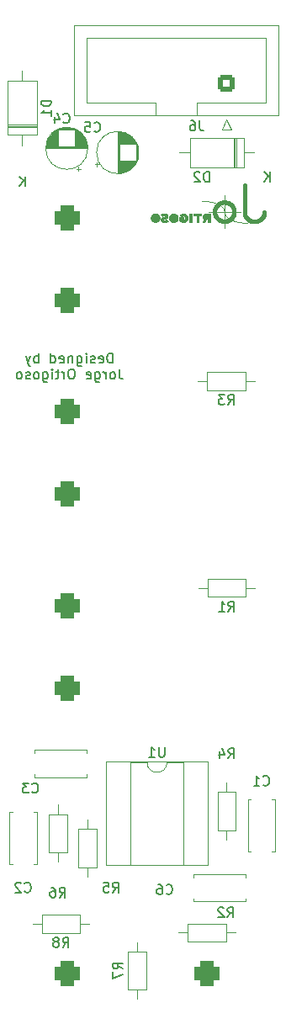
<source format=gbo>
G04 #@! TF.GenerationSoftware,KiCad,Pcbnew,(6.0.1)*
G04 #@! TF.CreationDate,2023-06-10T19:20:07+02:00*
G04 #@! TF.ProjectId,mixer,6d697865-722e-46b6-9963-61645f706362,rev?*
G04 #@! TF.SameCoordinates,Original*
G04 #@! TF.FileFunction,Legend,Bot*
G04 #@! TF.FilePolarity,Positive*
%FSLAX46Y46*%
G04 Gerber Fmt 4.6, Leading zero omitted, Abs format (unit mm)*
G04 Created by KiCad (PCBNEW (6.0.1)) date 2023-06-10 19:20:07*
%MOMM*%
%LPD*%
G01*
G04 APERTURE LIST*
G04 Aperture macros list*
%AMRoundRect*
0 Rectangle with rounded corners*
0 $1 Rounding radius*
0 $2 $3 $4 $5 $6 $7 $8 $9 X,Y pos of 4 corners*
0 Add a 4 corners polygon primitive as box body*
4,1,4,$2,$3,$4,$5,$6,$7,$8,$9,$2,$3,0*
0 Add four circle primitives for the rounded corners*
1,1,$1+$1,$2,$3*
1,1,$1+$1,$4,$5*
1,1,$1+$1,$6,$7*
1,1,$1+$1,$8,$9*
0 Add four rect primitives between the rounded corners*
20,1,$1+$1,$2,$3,$4,$5,0*
20,1,$1+$1,$4,$5,$6,$7,0*
20,1,$1+$1,$6,$7,$8,$9,0*
20,1,$1+$1,$8,$9,$2,$3,0*%
G04 Aperture macros list end*
%ADD10C,0.011565*%
%ADD11C,0.399019*%
%ADD12C,0.121440*%
%ADD13C,0.112766*%
%ADD14C,0.150000*%
%ADD15C,0.120000*%
%ADD16O,2.720000X3.240000*%
%ADD17R,1.800000X1.800000*%
%ADD18C,1.800000*%
%ADD19O,3.100000X2.100000*%
%ADD20RoundRect,0.650000X-0.650000X-0.650000X0.650000X-0.650000X0.650000X0.650000X-0.650000X0.650000X0*%
%ADD21C,1.400000*%
%ADD22O,1.400000X1.400000*%
%ADD23C,1.600000*%
%ADD24R,2.200000X2.200000*%
%ADD25O,2.200000X2.200000*%
%ADD26R,1.200000X1.200000*%
%ADD27C,1.200000*%
%ADD28R,1.600000X1.600000*%
%ADD29O,1.600000X1.600000*%
%ADD30RoundRect,0.250000X0.600000X-0.600000X0.600000X0.600000X-0.600000X0.600000X-0.600000X-0.600000X0*%
%ADD31C,1.700000*%
G04 APERTURE END LIST*
D10*
X76689920Y-60399394D02*
X76689889Y-60396403D01*
X76689889Y-60396403D02*
X76689791Y-60393414D01*
X76689791Y-60393414D02*
X76689627Y-60390426D01*
X76689627Y-60390426D02*
X76689392Y-60387438D01*
X76689392Y-60387438D02*
X76689087Y-60384452D01*
X76689087Y-60384452D02*
X76688707Y-60381466D01*
X76688707Y-60381466D02*
X76688252Y-60378481D01*
X76688252Y-60378481D02*
X76687719Y-60375497D01*
X76687719Y-60375497D02*
X76687106Y-60372513D01*
X76687106Y-60372513D02*
X76686410Y-60369530D01*
X76686410Y-60369530D02*
X76685631Y-60366547D01*
X76685631Y-60366547D02*
X76684765Y-60363564D01*
X76684765Y-60363564D02*
X76683811Y-60360581D01*
X76683811Y-60360581D02*
X76682767Y-60357598D01*
X76682767Y-60357598D02*
X76681630Y-60354615D01*
X76681630Y-60354615D02*
X76680398Y-60351632D01*
X76680398Y-60351632D02*
X76677770Y-60346235D01*
X76677770Y-60346235D02*
X76674985Y-60340975D01*
X76674985Y-60340975D02*
X76673523Y-60338401D01*
X76673523Y-60338401D02*
X76672009Y-60335867D01*
X76672009Y-60335867D02*
X76670439Y-60333376D01*
X76670439Y-60333376D02*
X76668810Y-60330929D01*
X76668810Y-60330929D02*
X76667116Y-60328528D01*
X76667116Y-60328528D02*
X76665355Y-60326176D01*
X76665355Y-60326176D02*
X76663522Y-60323874D01*
X76663522Y-60323874D02*
X76661612Y-60321624D01*
X76661612Y-60321624D02*
X76659623Y-60319429D01*
X76659623Y-60319429D02*
X76657549Y-60317291D01*
X76657549Y-60317291D02*
X76655386Y-60315210D01*
X76655386Y-60315210D02*
X76653132Y-60313191D01*
X76653132Y-60313191D02*
X76651057Y-60310998D01*
X76651057Y-60310998D02*
X76648920Y-60308896D01*
X76648920Y-60308896D02*
X76646722Y-60306879D01*
X76646722Y-60306879D02*
X76644466Y-60304945D01*
X76644466Y-60304945D02*
X76642154Y-60303089D01*
X76642154Y-60303089D02*
X76639787Y-60301307D01*
X76639787Y-60301307D02*
X76637368Y-60299595D01*
X76637368Y-60299595D02*
X76634900Y-60297950D01*
X76634900Y-60297950D02*
X76632383Y-60296366D01*
X76632383Y-60296366D02*
X76629821Y-60294841D01*
X76629821Y-60294841D02*
X76627214Y-60293370D01*
X76627214Y-60293370D02*
X76624566Y-60291949D01*
X76624566Y-60291949D02*
X76621879Y-60290574D01*
X76621879Y-60290574D02*
X76619153Y-60289241D01*
X76619153Y-60289241D02*
X76613598Y-60286687D01*
X76613598Y-60286687D02*
X76607903Y-60284766D01*
X76607903Y-60284766D02*
X76602082Y-60283002D01*
X76602082Y-60283002D02*
X76596136Y-60281425D01*
X76596136Y-60281425D02*
X76593115Y-60280717D01*
X76593115Y-60280717D02*
X76590063Y-60280067D01*
X76590063Y-60280067D02*
X76586979Y-60279479D01*
X76586979Y-60279479D02*
X76583863Y-60278957D01*
X76583863Y-60278957D02*
X76580716Y-60278505D01*
X76580716Y-60278505D02*
X76577536Y-60278127D01*
X76577536Y-60278127D02*
X76574324Y-60277826D01*
X76574324Y-60277826D02*
X76571080Y-60277606D01*
X76571080Y-60277606D02*
X76567804Y-60277472D01*
X76567804Y-60277472D02*
X76564495Y-60277426D01*
X76564495Y-60277426D02*
X76561195Y-60277472D01*
X76561195Y-60277472D02*
X76557924Y-60277606D01*
X76557924Y-60277606D02*
X76554684Y-60277826D01*
X76554684Y-60277826D02*
X76551475Y-60278127D01*
X76551475Y-60278127D02*
X76548297Y-60278505D01*
X76548297Y-60278505D02*
X76545150Y-60278957D01*
X76545150Y-60278957D02*
X76542034Y-60279479D01*
X76542034Y-60279479D02*
X76538950Y-60280067D01*
X76538950Y-60280067D02*
X76532876Y-60281425D01*
X76532876Y-60281425D02*
X76526931Y-60283002D01*
X76526931Y-60283002D02*
X76521114Y-60284766D01*
X76521114Y-60284766D02*
X76515428Y-60286687D01*
X76515428Y-60286687D02*
X76509874Y-60289241D01*
X76509874Y-60289241D02*
X76504445Y-60291949D01*
X76504445Y-60291949D02*
X76501778Y-60293370D01*
X76501778Y-60293370D02*
X76499141Y-60294841D01*
X76499141Y-60294841D02*
X76496537Y-60296366D01*
X76496537Y-60296366D02*
X76493964Y-60297950D01*
X76493964Y-60297950D02*
X76491422Y-60299595D01*
X76491422Y-60299595D02*
X76488912Y-60301307D01*
X76488912Y-60301307D02*
X76486434Y-60303089D01*
X76486434Y-60303089D02*
X76483988Y-60304945D01*
X76483988Y-60304945D02*
X76481574Y-60306879D01*
X76481574Y-60306879D02*
X76479191Y-60308896D01*
X76479191Y-60308896D02*
X76476841Y-60310998D01*
X76476841Y-60310998D02*
X76474523Y-60313191D01*
X76474523Y-60313191D02*
X76472509Y-60315210D01*
X76472509Y-60315210D02*
X76470559Y-60317290D01*
X76470559Y-60317290D02*
X76468669Y-60319428D01*
X76468669Y-60319428D02*
X76466837Y-60321623D01*
X76466837Y-60321623D02*
X76465061Y-60323872D01*
X76465061Y-60323872D02*
X76463340Y-60326174D01*
X76463340Y-60326174D02*
X76461670Y-60328526D01*
X76461670Y-60328526D02*
X76460051Y-60330927D01*
X76460051Y-60330927D02*
X76458479Y-60333374D01*
X76458479Y-60333374D02*
X76456953Y-60335866D01*
X76456953Y-60335866D02*
X76455471Y-60338399D01*
X76455471Y-60338399D02*
X76454030Y-60340973D01*
X76454030Y-60340973D02*
X76452628Y-60343586D01*
X76452628Y-60343586D02*
X76451264Y-60346234D01*
X76451264Y-60346234D02*
X76448640Y-60351632D01*
X76448640Y-60351632D02*
X76447408Y-60354615D01*
X76447408Y-60354615D02*
X76446269Y-60357598D01*
X76446269Y-60357598D02*
X76445222Y-60360581D01*
X76445222Y-60360581D02*
X76444265Y-60363564D01*
X76444265Y-60363564D02*
X76443396Y-60366547D01*
X76443396Y-60366547D02*
X76442613Y-60369530D01*
X76442613Y-60369530D02*
X76441913Y-60372513D01*
X76441913Y-60372513D02*
X76441296Y-60375497D01*
X76441296Y-60375497D02*
X76440758Y-60378481D01*
X76440758Y-60378481D02*
X76440299Y-60381466D01*
X76440299Y-60381466D02*
X76439915Y-60384452D01*
X76439915Y-60384452D02*
X76439606Y-60387438D01*
X76439606Y-60387438D02*
X76439369Y-60390426D01*
X76439369Y-60390426D02*
X76439202Y-60393414D01*
X76439202Y-60393414D02*
X76439103Y-60396403D01*
X76439103Y-60396403D02*
X76439070Y-60399394D01*
X76439070Y-60399394D02*
X76439103Y-60402604D01*
X76439103Y-60402604D02*
X76439202Y-60405784D01*
X76439202Y-60405784D02*
X76439369Y-60408934D01*
X76439369Y-60408934D02*
X76439606Y-60412055D01*
X76439606Y-60412055D02*
X76439915Y-60415145D01*
X76439915Y-60415145D02*
X76440299Y-60418205D01*
X76440299Y-60418205D02*
X76440758Y-60421235D01*
X76440758Y-60421235D02*
X76441296Y-60424234D01*
X76441296Y-60424234D02*
X76441913Y-60427203D01*
X76441913Y-60427203D02*
X76442613Y-60430141D01*
X76442613Y-60430141D02*
X76443396Y-60433047D01*
X76443396Y-60433047D02*
X76444265Y-60435923D01*
X76444265Y-60435923D02*
X76445222Y-60438767D01*
X76445222Y-60438767D02*
X76446269Y-60441579D01*
X76446269Y-60441579D02*
X76447408Y-60444360D01*
X76447408Y-60444360D02*
X76448640Y-60447109D01*
X76448640Y-60447109D02*
X76449936Y-60450044D01*
X76449936Y-60450044D02*
X76451264Y-60452892D01*
X76451264Y-60452892D02*
X76452628Y-60455659D01*
X76452628Y-60455659D02*
X76454030Y-60458351D01*
X76454030Y-60458351D02*
X76455471Y-60460973D01*
X76455471Y-60460973D02*
X76456953Y-60463532D01*
X76456953Y-60463532D02*
X76458479Y-60466032D01*
X76458479Y-60466032D02*
X76460051Y-60468481D01*
X76460051Y-60468481D02*
X76461670Y-60470883D01*
X76461670Y-60470883D02*
X76463340Y-60473244D01*
X76463340Y-60473244D02*
X76465061Y-60475571D01*
X76465061Y-60475571D02*
X76466837Y-60477869D01*
X76466837Y-60477869D02*
X76468669Y-60480143D01*
X76468669Y-60480143D02*
X76470559Y-60482400D01*
X76470559Y-60482400D02*
X76474523Y-60486885D01*
X76474523Y-60486885D02*
X76479191Y-60490792D01*
X76479191Y-60490792D02*
X76481574Y-60492688D01*
X76481574Y-60492688D02*
X76483988Y-60494543D01*
X76483988Y-60494543D02*
X76486434Y-60496350D01*
X76486434Y-60496350D02*
X76488912Y-60498107D01*
X76488912Y-60498107D02*
X76491422Y-60499810D01*
X76491422Y-60499810D02*
X76493964Y-60501455D01*
X76493964Y-60501455D02*
X76496537Y-60503038D01*
X76496537Y-60503038D02*
X76499141Y-60504555D01*
X76499141Y-60504555D02*
X76501778Y-60506002D01*
X76501778Y-60506002D02*
X76504445Y-60507375D01*
X76504445Y-60507375D02*
X76507144Y-60508671D01*
X76507144Y-60508671D02*
X76509874Y-60509885D01*
X76509874Y-60509885D02*
X76512635Y-60511015D01*
X76512635Y-60511015D02*
X76515428Y-60512055D01*
X76515428Y-60512055D02*
X76518254Y-60513253D01*
X76518254Y-60513253D02*
X76521114Y-60514359D01*
X76521114Y-60514359D02*
X76524006Y-60515375D01*
X76524006Y-60515375D02*
X76526931Y-60516303D01*
X76526931Y-60516303D02*
X76529887Y-60517144D01*
X76529887Y-60517144D02*
X76532876Y-60517902D01*
X76532876Y-60517902D02*
X76535897Y-60518578D01*
X76535897Y-60518578D02*
X76538950Y-60519175D01*
X76538950Y-60519175D02*
X76542034Y-60519693D01*
X76542034Y-60519693D02*
X76545150Y-60520136D01*
X76545150Y-60520136D02*
X76548297Y-60520505D01*
X76548297Y-60520505D02*
X76551475Y-60520802D01*
X76551475Y-60520802D02*
X76554684Y-60521029D01*
X76554684Y-60521029D02*
X76557924Y-60521190D01*
X76557924Y-60521190D02*
X76561195Y-60521284D01*
X76561195Y-60521284D02*
X76564495Y-60521315D01*
X76564495Y-60521315D02*
X76571080Y-60521190D01*
X76571080Y-60521190D02*
X76574324Y-60521029D01*
X76574324Y-60521029D02*
X76577536Y-60520802D01*
X76577536Y-60520802D02*
X76580716Y-60520505D01*
X76580716Y-60520505D02*
X76583863Y-60520136D01*
X76583863Y-60520136D02*
X76586979Y-60519693D01*
X76586979Y-60519693D02*
X76590063Y-60519175D01*
X76590063Y-60519175D02*
X76593115Y-60518578D01*
X76593115Y-60518578D02*
X76596136Y-60517902D01*
X76596136Y-60517902D02*
X76599124Y-60517144D01*
X76599124Y-60517144D02*
X76602082Y-60516303D01*
X76602082Y-60516303D02*
X76605008Y-60515375D01*
X76605008Y-60515375D02*
X76607903Y-60514359D01*
X76607903Y-60514359D02*
X76610766Y-60513253D01*
X76610766Y-60513253D02*
X76613598Y-60512055D01*
X76613598Y-60512055D02*
X76616393Y-60511015D01*
X76616393Y-60511015D02*
X76619153Y-60509885D01*
X76619153Y-60509885D02*
X76621879Y-60508671D01*
X76621879Y-60508671D02*
X76624566Y-60507375D01*
X76624566Y-60507375D02*
X76627214Y-60506002D01*
X76627214Y-60506002D02*
X76629821Y-60504555D01*
X76629821Y-60504555D02*
X76632383Y-60503038D01*
X76632383Y-60503038D02*
X76634900Y-60501455D01*
X76634900Y-60501455D02*
X76637369Y-60499810D01*
X76637369Y-60499810D02*
X76639787Y-60498107D01*
X76639787Y-60498107D02*
X76642154Y-60496350D01*
X76642154Y-60496350D02*
X76644466Y-60494543D01*
X76644466Y-60494543D02*
X76646722Y-60492688D01*
X76646722Y-60492688D02*
X76648920Y-60490792D01*
X76648920Y-60490792D02*
X76651057Y-60488856D01*
X76651057Y-60488856D02*
X76653132Y-60486885D01*
X76653132Y-60486885D02*
X76655386Y-60484646D01*
X76655386Y-60484646D02*
X76657549Y-60482400D01*
X76657549Y-60482400D02*
X76659623Y-60480143D01*
X76659623Y-60480143D02*
X76661612Y-60477869D01*
X76661612Y-60477869D02*
X76663522Y-60475572D01*
X76663522Y-60475572D02*
X76665355Y-60473245D01*
X76665355Y-60473245D02*
X76667116Y-60470884D01*
X76667116Y-60470884D02*
X76668810Y-60468482D01*
X76668810Y-60468482D02*
X76670439Y-60466033D01*
X76670439Y-60466033D02*
X76672009Y-60463533D01*
X76672009Y-60463533D02*
X76673523Y-60460974D01*
X76673523Y-60460974D02*
X76674985Y-60458352D01*
X76674985Y-60458352D02*
X76676399Y-60455660D01*
X76676399Y-60455660D02*
X76677770Y-60452893D01*
X76677770Y-60452893D02*
X76679102Y-60450044D01*
X76679102Y-60450044D02*
X76680398Y-60447109D01*
X76680398Y-60447109D02*
X76681630Y-60444360D01*
X76681630Y-60444360D02*
X76682767Y-60441579D01*
X76682767Y-60441579D02*
X76683811Y-60438767D01*
X76683811Y-60438767D02*
X76684765Y-60435923D01*
X76684765Y-60435923D02*
X76685631Y-60433047D01*
X76685631Y-60433047D02*
X76686410Y-60430141D01*
X76686410Y-60430141D02*
X76687106Y-60427203D01*
X76687106Y-60427203D02*
X76687719Y-60424234D01*
X76687719Y-60424234D02*
X76688252Y-60421235D01*
X76688252Y-60421235D02*
X76688707Y-60418205D01*
X76688707Y-60418205D02*
X76689087Y-60415145D01*
X76689087Y-60415145D02*
X76689392Y-60412055D01*
X76689392Y-60412055D02*
X76689627Y-60408934D01*
X76689627Y-60408934D02*
X76689791Y-60405784D01*
X76689791Y-60405784D02*
X76689889Y-60402604D01*
X76689889Y-60402604D02*
X76689920Y-60399394D01*
X76689920Y-60399394D02*
X76689920Y-60399394D01*
G36*
X76567804Y-60277472D02*
G01*
X76571080Y-60277606D01*
X76574324Y-60277826D01*
X76577536Y-60278127D01*
X76580716Y-60278505D01*
X76583863Y-60278957D01*
X76586979Y-60279479D01*
X76590063Y-60280067D01*
X76593115Y-60280717D01*
X76596136Y-60281425D01*
X76602082Y-60283002D01*
X76607903Y-60284766D01*
X76613598Y-60286687D01*
X76619153Y-60289241D01*
X76621879Y-60290574D01*
X76624566Y-60291949D01*
X76627214Y-60293370D01*
X76629821Y-60294841D01*
X76632383Y-60296366D01*
X76634900Y-60297950D01*
X76637368Y-60299595D01*
X76639787Y-60301307D01*
X76642154Y-60303089D01*
X76644466Y-60304945D01*
X76646722Y-60306879D01*
X76648920Y-60308896D01*
X76651057Y-60310998D01*
X76653132Y-60313191D01*
X76655386Y-60315210D01*
X76657549Y-60317291D01*
X76659623Y-60319429D01*
X76661612Y-60321624D01*
X76663522Y-60323874D01*
X76665355Y-60326176D01*
X76667116Y-60328528D01*
X76668810Y-60330929D01*
X76670439Y-60333376D01*
X76672009Y-60335867D01*
X76673523Y-60338401D01*
X76674985Y-60340975D01*
X76677770Y-60346235D01*
X76680398Y-60351632D01*
X76681630Y-60354615D01*
X76682767Y-60357598D01*
X76683811Y-60360581D01*
X76684765Y-60363564D01*
X76685631Y-60366547D01*
X76686410Y-60369530D01*
X76687106Y-60372513D01*
X76687719Y-60375497D01*
X76688252Y-60378481D01*
X76688707Y-60381466D01*
X76689087Y-60384452D01*
X76689392Y-60387438D01*
X76689627Y-60390426D01*
X76689791Y-60393414D01*
X76689889Y-60396403D01*
X76689920Y-60399394D01*
X76689889Y-60402604D01*
X76689791Y-60405784D01*
X76689627Y-60408934D01*
X76689392Y-60412055D01*
X76689087Y-60415145D01*
X76688707Y-60418205D01*
X76688252Y-60421235D01*
X76687719Y-60424234D01*
X76687106Y-60427203D01*
X76686410Y-60430141D01*
X76685631Y-60433047D01*
X76684765Y-60435923D01*
X76683811Y-60438767D01*
X76682767Y-60441579D01*
X76681630Y-60444360D01*
X76680398Y-60447109D01*
X76679102Y-60450044D01*
X76677770Y-60452893D01*
X76676399Y-60455660D01*
X76674985Y-60458352D01*
X76673523Y-60460974D01*
X76672009Y-60463533D01*
X76670439Y-60466033D01*
X76668810Y-60468482D01*
X76667116Y-60470884D01*
X76665355Y-60473245D01*
X76663522Y-60475572D01*
X76661612Y-60477869D01*
X76659623Y-60480143D01*
X76657549Y-60482400D01*
X76655386Y-60484646D01*
X76653132Y-60486885D01*
X76651057Y-60488856D01*
X76648920Y-60490792D01*
X76646722Y-60492688D01*
X76644466Y-60494543D01*
X76642154Y-60496350D01*
X76639787Y-60498107D01*
X76637369Y-60499810D01*
X76634900Y-60501455D01*
X76632383Y-60503038D01*
X76629821Y-60504555D01*
X76627214Y-60506002D01*
X76624566Y-60507375D01*
X76621879Y-60508671D01*
X76619153Y-60509885D01*
X76616393Y-60511015D01*
X76613598Y-60512055D01*
X76610766Y-60513253D01*
X76607903Y-60514359D01*
X76605008Y-60515375D01*
X76602082Y-60516303D01*
X76599124Y-60517144D01*
X76596136Y-60517902D01*
X76593115Y-60518578D01*
X76590063Y-60519175D01*
X76586979Y-60519693D01*
X76583863Y-60520136D01*
X76580716Y-60520505D01*
X76577536Y-60520802D01*
X76574324Y-60521029D01*
X76571080Y-60521190D01*
X76564495Y-60521315D01*
X76561195Y-60521284D01*
X76557924Y-60521190D01*
X76554684Y-60521029D01*
X76551475Y-60520802D01*
X76548297Y-60520505D01*
X76545150Y-60520136D01*
X76542034Y-60519693D01*
X76538950Y-60519175D01*
X76535897Y-60518578D01*
X76532876Y-60517902D01*
X76529887Y-60517144D01*
X76526931Y-60516303D01*
X76524006Y-60515375D01*
X76521114Y-60514359D01*
X76518254Y-60513253D01*
X76515428Y-60512055D01*
X76512635Y-60511015D01*
X76509874Y-60509885D01*
X76507144Y-60508671D01*
X76504445Y-60507375D01*
X76501778Y-60506002D01*
X76499141Y-60504555D01*
X76496537Y-60503038D01*
X76493964Y-60501455D01*
X76491422Y-60499810D01*
X76488912Y-60498107D01*
X76486434Y-60496350D01*
X76483988Y-60494543D01*
X76481574Y-60492688D01*
X76479191Y-60490792D01*
X76474523Y-60486885D01*
X76470559Y-60482400D01*
X76468669Y-60480143D01*
X76466837Y-60477869D01*
X76465061Y-60475571D01*
X76463340Y-60473244D01*
X76461670Y-60470883D01*
X76460051Y-60468481D01*
X76458479Y-60466032D01*
X76456953Y-60463532D01*
X76455471Y-60460973D01*
X76454030Y-60458351D01*
X76452628Y-60455659D01*
X76451264Y-60452892D01*
X76449936Y-60450044D01*
X76448640Y-60447109D01*
X76447408Y-60444360D01*
X76446269Y-60441579D01*
X76445222Y-60438767D01*
X76444265Y-60435923D01*
X76443396Y-60433047D01*
X76442613Y-60430141D01*
X76441913Y-60427203D01*
X76441296Y-60424234D01*
X76440758Y-60421235D01*
X76440299Y-60418205D01*
X76439915Y-60415145D01*
X76439606Y-60412055D01*
X76439369Y-60408934D01*
X76439202Y-60405784D01*
X76439103Y-60402604D01*
X76439070Y-60399394D01*
X76439103Y-60396403D01*
X76439202Y-60393414D01*
X76439369Y-60390426D01*
X76439606Y-60387438D01*
X76439915Y-60384452D01*
X76440299Y-60381466D01*
X76440758Y-60378481D01*
X76441296Y-60375497D01*
X76441913Y-60372513D01*
X76442613Y-60369530D01*
X76443396Y-60366547D01*
X76444265Y-60363564D01*
X76445222Y-60360581D01*
X76446269Y-60357598D01*
X76447408Y-60354615D01*
X76448640Y-60351632D01*
X76451264Y-60346234D01*
X76452628Y-60343586D01*
X76454030Y-60340973D01*
X76455471Y-60338399D01*
X76456953Y-60335866D01*
X76458479Y-60333374D01*
X76460051Y-60330927D01*
X76461670Y-60328526D01*
X76463340Y-60326174D01*
X76465061Y-60323872D01*
X76466837Y-60321623D01*
X76468669Y-60319428D01*
X76470559Y-60317290D01*
X76472509Y-60315210D01*
X76474523Y-60313191D01*
X76476841Y-60310998D01*
X76479191Y-60308896D01*
X76481574Y-60306879D01*
X76483988Y-60304945D01*
X76486434Y-60303089D01*
X76488912Y-60301307D01*
X76491422Y-60299595D01*
X76493964Y-60297950D01*
X76496537Y-60296366D01*
X76499141Y-60294841D01*
X76501778Y-60293370D01*
X76504445Y-60291949D01*
X76509874Y-60289241D01*
X76515428Y-60286687D01*
X76521114Y-60284766D01*
X76526931Y-60283002D01*
X76532876Y-60281425D01*
X76538950Y-60280067D01*
X76542034Y-60279479D01*
X76545150Y-60278957D01*
X76548297Y-60278505D01*
X76551475Y-60278127D01*
X76554684Y-60277826D01*
X76557924Y-60277606D01*
X76561195Y-60277472D01*
X76564495Y-60277426D01*
X76567804Y-60277472D01*
G37*
X76567804Y-60277472D02*
X76571080Y-60277606D01*
X76574324Y-60277826D01*
X76577536Y-60278127D01*
X76580716Y-60278505D01*
X76583863Y-60278957D01*
X76586979Y-60279479D01*
X76590063Y-60280067D01*
X76593115Y-60280717D01*
X76596136Y-60281425D01*
X76602082Y-60283002D01*
X76607903Y-60284766D01*
X76613598Y-60286687D01*
X76619153Y-60289241D01*
X76621879Y-60290574D01*
X76624566Y-60291949D01*
X76627214Y-60293370D01*
X76629821Y-60294841D01*
X76632383Y-60296366D01*
X76634900Y-60297950D01*
X76637368Y-60299595D01*
X76639787Y-60301307D01*
X76642154Y-60303089D01*
X76644466Y-60304945D01*
X76646722Y-60306879D01*
X76648920Y-60308896D01*
X76651057Y-60310998D01*
X76653132Y-60313191D01*
X76655386Y-60315210D01*
X76657549Y-60317291D01*
X76659623Y-60319429D01*
X76661612Y-60321624D01*
X76663522Y-60323874D01*
X76665355Y-60326176D01*
X76667116Y-60328528D01*
X76668810Y-60330929D01*
X76670439Y-60333376D01*
X76672009Y-60335867D01*
X76673523Y-60338401D01*
X76674985Y-60340975D01*
X76677770Y-60346235D01*
X76680398Y-60351632D01*
X76681630Y-60354615D01*
X76682767Y-60357598D01*
X76683811Y-60360581D01*
X76684765Y-60363564D01*
X76685631Y-60366547D01*
X76686410Y-60369530D01*
X76687106Y-60372513D01*
X76687719Y-60375497D01*
X76688252Y-60378481D01*
X76688707Y-60381466D01*
X76689087Y-60384452D01*
X76689392Y-60387438D01*
X76689627Y-60390426D01*
X76689791Y-60393414D01*
X76689889Y-60396403D01*
X76689920Y-60399394D01*
X76689889Y-60402604D01*
X76689791Y-60405784D01*
X76689627Y-60408934D01*
X76689392Y-60412055D01*
X76689087Y-60415145D01*
X76688707Y-60418205D01*
X76688252Y-60421235D01*
X76687719Y-60424234D01*
X76687106Y-60427203D01*
X76686410Y-60430141D01*
X76685631Y-60433047D01*
X76684765Y-60435923D01*
X76683811Y-60438767D01*
X76682767Y-60441579D01*
X76681630Y-60444360D01*
X76680398Y-60447109D01*
X76679102Y-60450044D01*
X76677770Y-60452893D01*
X76676399Y-60455660D01*
X76674985Y-60458352D01*
X76673523Y-60460974D01*
X76672009Y-60463533D01*
X76670439Y-60466033D01*
X76668810Y-60468482D01*
X76667116Y-60470884D01*
X76665355Y-60473245D01*
X76663522Y-60475572D01*
X76661612Y-60477869D01*
X76659623Y-60480143D01*
X76657549Y-60482400D01*
X76655386Y-60484646D01*
X76653132Y-60486885D01*
X76651057Y-60488856D01*
X76648920Y-60490792D01*
X76646722Y-60492688D01*
X76644466Y-60494543D01*
X76642154Y-60496350D01*
X76639787Y-60498107D01*
X76637369Y-60499810D01*
X76634900Y-60501455D01*
X76632383Y-60503038D01*
X76629821Y-60504555D01*
X76627214Y-60506002D01*
X76624566Y-60507375D01*
X76621879Y-60508671D01*
X76619153Y-60509885D01*
X76616393Y-60511015D01*
X76613598Y-60512055D01*
X76610766Y-60513253D01*
X76607903Y-60514359D01*
X76605008Y-60515375D01*
X76602082Y-60516303D01*
X76599124Y-60517144D01*
X76596136Y-60517902D01*
X76593115Y-60518578D01*
X76590063Y-60519175D01*
X76586979Y-60519693D01*
X76583863Y-60520136D01*
X76580716Y-60520505D01*
X76577536Y-60520802D01*
X76574324Y-60521029D01*
X76571080Y-60521190D01*
X76564495Y-60521315D01*
X76561195Y-60521284D01*
X76557924Y-60521190D01*
X76554684Y-60521029D01*
X76551475Y-60520802D01*
X76548297Y-60520505D01*
X76545150Y-60520136D01*
X76542034Y-60519693D01*
X76538950Y-60519175D01*
X76535897Y-60518578D01*
X76532876Y-60517902D01*
X76529887Y-60517144D01*
X76526931Y-60516303D01*
X76524006Y-60515375D01*
X76521114Y-60514359D01*
X76518254Y-60513253D01*
X76515428Y-60512055D01*
X76512635Y-60511015D01*
X76509874Y-60509885D01*
X76507144Y-60508671D01*
X76504445Y-60507375D01*
X76501778Y-60506002D01*
X76499141Y-60504555D01*
X76496537Y-60503038D01*
X76493964Y-60501455D01*
X76491422Y-60499810D01*
X76488912Y-60498107D01*
X76486434Y-60496350D01*
X76483988Y-60494543D01*
X76481574Y-60492688D01*
X76479191Y-60490792D01*
X76474523Y-60486885D01*
X76470559Y-60482400D01*
X76468669Y-60480143D01*
X76466837Y-60477869D01*
X76465061Y-60475571D01*
X76463340Y-60473244D01*
X76461670Y-60470883D01*
X76460051Y-60468481D01*
X76458479Y-60466032D01*
X76456953Y-60463532D01*
X76455471Y-60460973D01*
X76454030Y-60458351D01*
X76452628Y-60455659D01*
X76451264Y-60452892D01*
X76449936Y-60450044D01*
X76448640Y-60447109D01*
X76447408Y-60444360D01*
X76446269Y-60441579D01*
X76445222Y-60438767D01*
X76444265Y-60435923D01*
X76443396Y-60433047D01*
X76442613Y-60430141D01*
X76441913Y-60427203D01*
X76441296Y-60424234D01*
X76440758Y-60421235D01*
X76440299Y-60418205D01*
X76439915Y-60415145D01*
X76439606Y-60412055D01*
X76439369Y-60408934D01*
X76439202Y-60405784D01*
X76439103Y-60402604D01*
X76439070Y-60399394D01*
X76439103Y-60396403D01*
X76439202Y-60393414D01*
X76439369Y-60390426D01*
X76439606Y-60387438D01*
X76439915Y-60384452D01*
X76440299Y-60381466D01*
X76440758Y-60378481D01*
X76441296Y-60375497D01*
X76441913Y-60372513D01*
X76442613Y-60369530D01*
X76443396Y-60366547D01*
X76444265Y-60363564D01*
X76445222Y-60360581D01*
X76446269Y-60357598D01*
X76447408Y-60354615D01*
X76448640Y-60351632D01*
X76451264Y-60346234D01*
X76452628Y-60343586D01*
X76454030Y-60340973D01*
X76455471Y-60338399D01*
X76456953Y-60335866D01*
X76458479Y-60333374D01*
X76460051Y-60330927D01*
X76461670Y-60328526D01*
X76463340Y-60326174D01*
X76465061Y-60323872D01*
X76466837Y-60321623D01*
X76468669Y-60319428D01*
X76470559Y-60317290D01*
X76472509Y-60315210D01*
X76474523Y-60313191D01*
X76476841Y-60310998D01*
X76479191Y-60308896D01*
X76481574Y-60306879D01*
X76483988Y-60304945D01*
X76486434Y-60303089D01*
X76488912Y-60301307D01*
X76491422Y-60299595D01*
X76493964Y-60297950D01*
X76496537Y-60296366D01*
X76499141Y-60294841D01*
X76501778Y-60293370D01*
X76504445Y-60291949D01*
X76509874Y-60289241D01*
X76515428Y-60286687D01*
X76521114Y-60284766D01*
X76526931Y-60283002D01*
X76532876Y-60281425D01*
X76538950Y-60280067D01*
X76542034Y-60279479D01*
X76545150Y-60278957D01*
X76548297Y-60278505D01*
X76551475Y-60278127D01*
X76554684Y-60277826D01*
X76557924Y-60277606D01*
X76561195Y-60277472D01*
X76564495Y-60277426D01*
X76567804Y-60277472D01*
D11*
X73008718Y-60066589D02*
X72979525Y-60030464D01*
X76263442Y-60303444D02*
X76222699Y-60277988D01*
D12*
X72069540Y-58412127D02*
X72177021Y-58426672D01*
D11*
X77558224Y-60091327D02*
X77588363Y-60054603D01*
X74706692Y-59173956D02*
X74719943Y-59219334D01*
D10*
X70690413Y-59668731D02*
X70690413Y-59868656D01*
X70690413Y-59868656D02*
X70956439Y-59868656D01*
X70956439Y-59868656D02*
X70956439Y-60490718D01*
X70956439Y-60490718D02*
X71162033Y-60490718D01*
X71162033Y-60490718D02*
X71162033Y-59868656D01*
X71162033Y-59868656D02*
X71428047Y-59868656D01*
X71428047Y-59868656D02*
X71428047Y-59668731D01*
X71428047Y-59668731D02*
X70690413Y-59668731D01*
X70690413Y-59668731D02*
X70690413Y-59668731D01*
G36*
X71428047Y-59868656D02*
G01*
X71162033Y-59868656D01*
X71162033Y-60490718D01*
X70956439Y-60490718D01*
X70956439Y-59868656D01*
X70690413Y-59868656D01*
X70690413Y-59668731D01*
X71428047Y-59668731D01*
X71428047Y-59868656D01*
G37*
X71428047Y-59868656D02*
X71162033Y-59868656D01*
X71162033Y-60490718D01*
X70956439Y-60490718D01*
X70956439Y-59868656D01*
X70690413Y-59868656D01*
X70690413Y-59668731D01*
X71428047Y-59668731D01*
X71428047Y-59868656D01*
D11*
X75951521Y-60013579D02*
X75925414Y-59973851D01*
D12*
X73770492Y-59516250D02*
X73767545Y-59458325D01*
D11*
X74355896Y-60224605D02*
X74317342Y-60251266D01*
X77780188Y-59619426D02*
X77787020Y-59570450D01*
X74555539Y-60030464D02*
X74526346Y-60066589D01*
X74150304Y-60339434D02*
X74105649Y-60356557D01*
X76485584Y-60401118D02*
X76438909Y-60385735D01*
D12*
X75577849Y-60560228D02*
X75468091Y-60547680D01*
X73318018Y-58811843D02*
X73381114Y-58854189D01*
D11*
X77643172Y-59976964D02*
X77667715Y-59936170D01*
D12*
X73990976Y-59946176D02*
X73945597Y-59896347D01*
D11*
X73965720Y-60395155D02*
X73917296Y-60403565D01*
X74105648Y-58560099D02*
X74150304Y-58577220D01*
X74277444Y-60276140D02*
X74236263Y-60299166D01*
X73868084Y-60409647D02*
X73818147Y-60413339D01*
X74277443Y-58640510D02*
X74317341Y-58665382D01*
X74355895Y-58692042D02*
X74393044Y-58720429D01*
X76305498Y-60327008D02*
X76263442Y-60303444D01*
X73917296Y-60403565D02*
X73868084Y-60409647D01*
D12*
X74953810Y-60447415D02*
X74858848Y-60420350D01*
D11*
X72784174Y-59458325D02*
X72784174Y-59458325D01*
X75858985Y-59847239D02*
X75841016Y-59802762D01*
X75781434Y-59516327D02*
X75780128Y-59465898D01*
X77787020Y-59570450D02*
X77791352Y-59520725D01*
X77745332Y-59761249D02*
X77759281Y-59714886D01*
X76631343Y-60433830D02*
X76581864Y-60425226D01*
D12*
X72282253Y-58443642D02*
X72385094Y-58462970D01*
X72858476Y-58592608D02*
X72943996Y-58624662D01*
D11*
X75979507Y-60051965D02*
X75951521Y-60013579D01*
X72902855Y-59914129D02*
X72881140Y-59872897D01*
X74673624Y-59830539D02*
X74653930Y-59872897D01*
X74632213Y-59002508D02*
X74653930Y-59043740D01*
X77343105Y-60278502D02*
X77382723Y-60251558D01*
D12*
X72583037Y-58508429D02*
X72677855Y-58534424D01*
D11*
X75785308Y-59566090D02*
X75781434Y-59516327D01*
X74739572Y-59312691D02*
X74745826Y-59360549D01*
X76393294Y-60368215D02*
X76348803Y-60348619D01*
X73106335Y-58750483D02*
X73142016Y-58720429D01*
X72804151Y-59651041D02*
X72795504Y-59603951D01*
X77382723Y-60251558D02*
X77420919Y-60222833D01*
X72789251Y-59556095D02*
X72785454Y-59507533D01*
X73039625Y-60101287D02*
X73008718Y-60066589D01*
D12*
X73179692Y-58731859D02*
X73250830Y-58771044D01*
D11*
X76222699Y-60277988D02*
X76183330Y-60250702D01*
X77492795Y-60160279D02*
X77526347Y-60126573D01*
X73475108Y-58545066D02*
X73521774Y-58532181D01*
X75791689Y-59615125D02*
X75785308Y-59566090D01*
X72926532Y-58962463D02*
X72952109Y-58923665D01*
X76348803Y-60348619D02*
X76305498Y-60327008D01*
X77125911Y-60384366D02*
X77171686Y-60367243D01*
X74608535Y-58962463D02*
X74632213Y-59002508D01*
X73142016Y-58720429D02*
X73179164Y-58692042D01*
X76933038Y-60430790D02*
X76982596Y-60422616D01*
D12*
X73589751Y-59037680D02*
X73630264Y-59086743D01*
D11*
X74582956Y-59992973D02*
X74555539Y-60030464D01*
D10*
X69634720Y-60013296D02*
X69257424Y-60013296D01*
X69257424Y-60013296D02*
X69257424Y-60341346D01*
X69257424Y-60341346D02*
X69286461Y-60370747D01*
X69286461Y-60370747D02*
X69301565Y-60384976D01*
X69301565Y-60384976D02*
X69317806Y-60398536D01*
X69317806Y-60398536D02*
X69335099Y-60411393D01*
X69335099Y-60411393D02*
X69353362Y-60423513D01*
X69353362Y-60423513D02*
X69372510Y-60434862D01*
X69372510Y-60434862D02*
X69392461Y-60445405D01*
X69392461Y-60445405D02*
X69413131Y-60455107D01*
X69413131Y-60455107D02*
X69434437Y-60463934D01*
X69434437Y-60463934D02*
X69456295Y-60471852D01*
X69456295Y-60471852D02*
X69478622Y-60478825D01*
X69478622Y-60478825D02*
X69501335Y-60484821D01*
X69501335Y-60484821D02*
X69524350Y-60489803D01*
X69524350Y-60489803D02*
X69547583Y-60493739D01*
X69547583Y-60493739D02*
X69570952Y-60496592D01*
X69570952Y-60496592D02*
X69594373Y-60498330D01*
X69594373Y-60498330D02*
X69617763Y-60498917D01*
X69617763Y-60498917D02*
X69639964Y-60498370D01*
X69639964Y-60498370D02*
X69661876Y-60496747D01*
X69661876Y-60496747D02*
X69683471Y-60494075D01*
X69683471Y-60494075D02*
X69704722Y-60490380D01*
X69704722Y-60490380D02*
X69725601Y-60485689D01*
X69725601Y-60485689D02*
X69746082Y-60480028D01*
X69746082Y-60480028D02*
X69766136Y-60473423D01*
X69766136Y-60473423D02*
X69785738Y-60465902D01*
X69785738Y-60465902D02*
X69804859Y-60457489D01*
X69804859Y-60457489D02*
X69823473Y-60448213D01*
X69823473Y-60448213D02*
X69841552Y-60438099D01*
X69841552Y-60438099D02*
X69859069Y-60427175D01*
X69859069Y-60427175D02*
X69875997Y-60415465D01*
X69875997Y-60415465D02*
X69892309Y-60402998D01*
X69892309Y-60402998D02*
X69907977Y-60389799D01*
X69907977Y-60389799D02*
X69922974Y-60375895D01*
X69922974Y-60375895D02*
X69937273Y-60361312D01*
X69937273Y-60361312D02*
X69950847Y-60346077D01*
X69950847Y-60346077D02*
X69963668Y-60330217D01*
X69963668Y-60330217D02*
X69975710Y-60313757D01*
X69975710Y-60313757D02*
X69986944Y-60296725D01*
X69986944Y-60296725D02*
X69997345Y-60279146D01*
X69997345Y-60279146D02*
X70006884Y-60261048D01*
X70006884Y-60261048D02*
X70015535Y-60242456D01*
X70015535Y-60242456D02*
X70023270Y-60223398D01*
X70023270Y-60223398D02*
X70030061Y-60203899D01*
X70030061Y-60203899D02*
X70035883Y-60183986D01*
X70035883Y-60183986D02*
X70040707Y-60163686D01*
X70040707Y-60163686D02*
X70044507Y-60143026D01*
X70044507Y-60143026D02*
X70047254Y-60122031D01*
X70047254Y-60122031D02*
X70048923Y-60100728D01*
X70048923Y-60100728D02*
X70049485Y-60079143D01*
X70049485Y-60079143D02*
X70048923Y-60057558D01*
X70048923Y-60057558D02*
X70047254Y-60036253D01*
X70047254Y-60036253D02*
X70044507Y-60015257D01*
X70044507Y-60015257D02*
X70040707Y-59994594D01*
X70040707Y-59994594D02*
X70035883Y-59974293D01*
X70035883Y-59974293D02*
X70030061Y-59954379D01*
X70030061Y-59954379D02*
X70023270Y-59934878D01*
X70023270Y-59934878D02*
X70015535Y-59915818D01*
X70015535Y-59915818D02*
X70006884Y-59897224D01*
X70006884Y-59897224D02*
X69997345Y-59879124D01*
X69997345Y-59879124D02*
X69986944Y-59861543D01*
X69986944Y-59861543D02*
X69975710Y-59844509D01*
X69975710Y-59844509D02*
X69963668Y-59828047D01*
X69963668Y-59828047D02*
X69950847Y-59812185D01*
X69950847Y-59812185D02*
X69937273Y-59796948D01*
X69937273Y-59796948D02*
X69922974Y-59782363D01*
X69922974Y-59782363D02*
X69907977Y-59768457D01*
X69907977Y-59768457D02*
X69892309Y-59755256D01*
X69892309Y-59755256D02*
X69875997Y-59742787D01*
X69875997Y-59742787D02*
X69859069Y-59731076D01*
X69859069Y-59731076D02*
X69841552Y-59720150D01*
X69841552Y-59720150D02*
X69823473Y-59710035D01*
X69823473Y-59710035D02*
X69804859Y-59700757D01*
X69804859Y-59700757D02*
X69785738Y-59692343D01*
X69785738Y-59692343D02*
X69766136Y-59684821D01*
X69766136Y-59684821D02*
X69746082Y-59678215D01*
X69746082Y-59678215D02*
X69725601Y-59672553D01*
X69725601Y-59672553D02*
X69704722Y-59667860D01*
X69704722Y-59667860D02*
X69683471Y-59664165D01*
X69683471Y-59664165D02*
X69661876Y-59661492D01*
X69661876Y-59661492D02*
X69639964Y-59659869D01*
X69639964Y-59659869D02*
X69617763Y-59659323D01*
X69617763Y-59659323D02*
X69594264Y-59659953D01*
X69594264Y-59659953D02*
X69570954Y-59661828D01*
X69570954Y-59661828D02*
X69547877Y-59664927D01*
X69547877Y-59664927D02*
X69525079Y-59669226D01*
X69525079Y-59669226D02*
X69502608Y-59674704D01*
X69502608Y-59674704D02*
X69480508Y-59681337D01*
X69480508Y-59681337D02*
X69458826Y-59689104D01*
X69458826Y-59689104D02*
X69437608Y-59697983D01*
X69437608Y-59697983D02*
X69416899Y-59707950D01*
X69416899Y-59707950D02*
X69396747Y-59718984D01*
X69396747Y-59718984D02*
X69377197Y-59731062D01*
X69377197Y-59731062D02*
X69358294Y-59744162D01*
X69358294Y-59744162D02*
X69340086Y-59758261D01*
X69340086Y-59758261D02*
X69322618Y-59773338D01*
X69322618Y-59773338D02*
X69305935Y-59789370D01*
X69305935Y-59789370D02*
X69290085Y-59806334D01*
X69290085Y-59806334D02*
X69446073Y-59936853D01*
X69446073Y-59936853D02*
X69454456Y-59927840D01*
X69454456Y-59927840D02*
X69463268Y-59919335D01*
X69463268Y-59919335D02*
X69472484Y-59911347D01*
X69472484Y-59911347D02*
X69482080Y-59903887D01*
X69482080Y-59903887D02*
X69492030Y-59896965D01*
X69492030Y-59896965D02*
X69502310Y-59890592D01*
X69502310Y-59890592D02*
X69512895Y-59884777D01*
X69512895Y-59884777D02*
X69523759Y-59879530D01*
X69523759Y-59879530D02*
X69534879Y-59874863D01*
X69534879Y-59874863D02*
X69546228Y-59870784D01*
X69546228Y-59870784D02*
X69557783Y-59867305D01*
X69557783Y-59867305D02*
X69569518Y-59864436D01*
X69569518Y-59864436D02*
X69581408Y-59862186D01*
X69581408Y-59862186D02*
X69593429Y-59860567D01*
X69593429Y-59860567D02*
X69605555Y-59859588D01*
X69605555Y-59859588D02*
X69617763Y-59859259D01*
X69617763Y-59859259D02*
X69629370Y-59859546D01*
X69629370Y-59859546D02*
X69640828Y-59860398D01*
X69640828Y-59860398D02*
X69652123Y-59861800D01*
X69652123Y-59861800D02*
X69663240Y-59863739D01*
X69663240Y-59863739D02*
X69674165Y-59866201D01*
X69674165Y-59866201D02*
X69684883Y-59869171D01*
X69684883Y-59869171D02*
X69695380Y-59872637D01*
X69695380Y-59872637D02*
X69705641Y-59876583D01*
X69705641Y-59876583D02*
X69715653Y-59880995D01*
X69715653Y-59880995D02*
X69725400Y-59885861D01*
X69725400Y-59885861D02*
X69734869Y-59891165D01*
X69734869Y-59891165D02*
X69744044Y-59896895D01*
X69744044Y-59896895D02*
X69752913Y-59903035D01*
X69752913Y-59903035D02*
X69761459Y-59909571D01*
X69761459Y-59909571D02*
X69769670Y-59916491D01*
X69769670Y-59916491D02*
X69777530Y-59923779D01*
X69777530Y-59923779D02*
X69785025Y-59931423D01*
X69785025Y-59931423D02*
X69792141Y-59939407D01*
X69792141Y-59939407D02*
X69798863Y-59947718D01*
X69798863Y-59947718D02*
X69805177Y-59956342D01*
X69805177Y-59956342D02*
X69811068Y-59965265D01*
X69811068Y-59965265D02*
X69816523Y-59974473D01*
X69816523Y-59974473D02*
X69821527Y-59983951D01*
X69821527Y-59983951D02*
X69826065Y-59993687D01*
X69826065Y-59993687D02*
X69830122Y-60003666D01*
X69830122Y-60003666D02*
X69833686Y-60013873D01*
X69833686Y-60013873D02*
X69836741Y-60024296D01*
X69836741Y-60024296D02*
X69839272Y-60034919D01*
X69839272Y-60034919D02*
X69841266Y-60045730D01*
X69841266Y-60045730D02*
X69842708Y-60056713D01*
X69842708Y-60056713D02*
X69843584Y-60067856D01*
X69843584Y-60067856D02*
X69843879Y-60079143D01*
X69843879Y-60079143D02*
X69843584Y-60090427D01*
X69843584Y-60090427D02*
X69842708Y-60101560D01*
X69842708Y-60101560D02*
X69841266Y-60112528D01*
X69841266Y-60112528D02*
X69839272Y-60123317D01*
X69839272Y-60123317D02*
X69836741Y-60133914D01*
X69836741Y-60133914D02*
X69833686Y-60144306D01*
X69833686Y-60144306D02*
X69830122Y-60154479D01*
X69830122Y-60154479D02*
X69826065Y-60164418D01*
X69826065Y-60164418D02*
X69821527Y-60174112D01*
X69821527Y-60174112D02*
X69816523Y-60183545D01*
X69816523Y-60183545D02*
X69811068Y-60192705D01*
X69811068Y-60192705D02*
X69805177Y-60201578D01*
X69805177Y-60201578D02*
X69798863Y-60210151D01*
X69798863Y-60210151D02*
X69792141Y-60218409D01*
X69792141Y-60218409D02*
X69785025Y-60226340D01*
X69785025Y-60226340D02*
X69777530Y-60233929D01*
X69777530Y-60233929D02*
X69769670Y-60241164D01*
X69769670Y-60241164D02*
X69761459Y-60248030D01*
X69761459Y-60248030D02*
X69752913Y-60254514D01*
X69752913Y-60254514D02*
X69744044Y-60260603D01*
X69744044Y-60260603D02*
X69734869Y-60266282D01*
X69734869Y-60266282D02*
X69725400Y-60271539D01*
X69725400Y-60271539D02*
X69715653Y-60276359D01*
X69715653Y-60276359D02*
X69705641Y-60280730D01*
X69705641Y-60280730D02*
X69695380Y-60284637D01*
X69695380Y-60284637D02*
X69684883Y-60288068D01*
X69684883Y-60288068D02*
X69674165Y-60291008D01*
X69674165Y-60291008D02*
X69663240Y-60293443D01*
X69663240Y-60293443D02*
X69652123Y-60295361D01*
X69652123Y-60295361D02*
X69640828Y-60296748D01*
X69640828Y-60296748D02*
X69629370Y-60297590D01*
X69629370Y-60297590D02*
X69617763Y-60297874D01*
X69617763Y-60297874D02*
X69607725Y-60297670D01*
X69607725Y-60297670D02*
X69597578Y-60297065D01*
X69597578Y-60297065D02*
X69587355Y-60296075D01*
X69587355Y-60296075D02*
X69577091Y-60294713D01*
X69577091Y-60294713D02*
X69566819Y-60292992D01*
X69566819Y-60292992D02*
X69556573Y-60290926D01*
X69556573Y-60290926D02*
X69546387Y-60288530D01*
X69546387Y-60288530D02*
X69536294Y-60285817D01*
X69536294Y-60285817D02*
X69526329Y-60282800D01*
X69526329Y-60282800D02*
X69516524Y-60279493D01*
X69516524Y-60279493D02*
X69506915Y-60275911D01*
X69506915Y-60275911D02*
X69497534Y-60272067D01*
X69497534Y-60272067D02*
X69488415Y-60267974D01*
X69488415Y-60267974D02*
X69479593Y-60263647D01*
X69479593Y-60263647D02*
X69471100Y-60259099D01*
X69471100Y-60259099D02*
X69462971Y-60254344D01*
X69462971Y-60254344D02*
X69462971Y-60213187D01*
X69462971Y-60213187D02*
X69634720Y-60213187D01*
X69634720Y-60213187D02*
X69634720Y-60013296D01*
X69634720Y-60013296D02*
X69634720Y-60013296D01*
G36*
X69639964Y-59659869D02*
G01*
X69661876Y-59661492D01*
X69683471Y-59664165D01*
X69704722Y-59667860D01*
X69725601Y-59672553D01*
X69746082Y-59678215D01*
X69766136Y-59684821D01*
X69785738Y-59692343D01*
X69804859Y-59700757D01*
X69823473Y-59710035D01*
X69841552Y-59720150D01*
X69859069Y-59731076D01*
X69875997Y-59742787D01*
X69892309Y-59755256D01*
X69907977Y-59768457D01*
X69922974Y-59782363D01*
X69937273Y-59796948D01*
X69950847Y-59812185D01*
X69963668Y-59828047D01*
X69975710Y-59844509D01*
X69986944Y-59861543D01*
X69997345Y-59879124D01*
X70006884Y-59897224D01*
X70015535Y-59915818D01*
X70023270Y-59934878D01*
X70030061Y-59954379D01*
X70035883Y-59974293D01*
X70040707Y-59994594D01*
X70044507Y-60015257D01*
X70047254Y-60036253D01*
X70048923Y-60057558D01*
X70049485Y-60079143D01*
X70048923Y-60100728D01*
X70047254Y-60122031D01*
X70044507Y-60143026D01*
X70040707Y-60163686D01*
X70035883Y-60183986D01*
X70030061Y-60203899D01*
X70023270Y-60223398D01*
X70015535Y-60242456D01*
X70006884Y-60261048D01*
X69997345Y-60279146D01*
X69986944Y-60296725D01*
X69975710Y-60313757D01*
X69963668Y-60330217D01*
X69950847Y-60346077D01*
X69937273Y-60361312D01*
X69922974Y-60375895D01*
X69907977Y-60389799D01*
X69892309Y-60402998D01*
X69875997Y-60415465D01*
X69859069Y-60427175D01*
X69841552Y-60438099D01*
X69823473Y-60448213D01*
X69804859Y-60457489D01*
X69785738Y-60465902D01*
X69766136Y-60473423D01*
X69746082Y-60480028D01*
X69725601Y-60485689D01*
X69704722Y-60490380D01*
X69683471Y-60494075D01*
X69661876Y-60496747D01*
X69639964Y-60498370D01*
X69617763Y-60498917D01*
X69594373Y-60498330D01*
X69570952Y-60496592D01*
X69547583Y-60493739D01*
X69524350Y-60489803D01*
X69501335Y-60484821D01*
X69478622Y-60478825D01*
X69456295Y-60471852D01*
X69434437Y-60463934D01*
X69413131Y-60455107D01*
X69392461Y-60445405D01*
X69372510Y-60434862D01*
X69353362Y-60423513D01*
X69335099Y-60411393D01*
X69317806Y-60398536D01*
X69301565Y-60384976D01*
X69286461Y-60370747D01*
X69257424Y-60341346D01*
X69257424Y-60013296D01*
X69634720Y-60013296D01*
X69634720Y-60213187D01*
X69462971Y-60213187D01*
X69462971Y-60254344D01*
X69471100Y-60259099D01*
X69479593Y-60263647D01*
X69488415Y-60267974D01*
X69497534Y-60272067D01*
X69506915Y-60275911D01*
X69516524Y-60279493D01*
X69526329Y-60282800D01*
X69536294Y-60285817D01*
X69546387Y-60288530D01*
X69556573Y-60290926D01*
X69566819Y-60292992D01*
X69577091Y-60294713D01*
X69587355Y-60296075D01*
X69597578Y-60297065D01*
X69607725Y-60297670D01*
X69617763Y-60297874D01*
X69629370Y-60297590D01*
X69640828Y-60296748D01*
X69652123Y-60295361D01*
X69663240Y-60293443D01*
X69674165Y-60291008D01*
X69684883Y-60288068D01*
X69695380Y-60284637D01*
X69705641Y-60280730D01*
X69715653Y-60276359D01*
X69725400Y-60271539D01*
X69734869Y-60266282D01*
X69744044Y-60260603D01*
X69752913Y-60254514D01*
X69761459Y-60248030D01*
X69769670Y-60241164D01*
X69777530Y-60233929D01*
X69785025Y-60226340D01*
X69792141Y-60218409D01*
X69798863Y-60210151D01*
X69805177Y-60201578D01*
X69811068Y-60192705D01*
X69816523Y-60183545D01*
X69821527Y-60174112D01*
X69826065Y-60164418D01*
X69830122Y-60154479D01*
X69833686Y-60144306D01*
X69836741Y-60133914D01*
X69839272Y-60123317D01*
X69841266Y-60112528D01*
X69842708Y-60101560D01*
X69843584Y-60090427D01*
X69843879Y-60079143D01*
X69843584Y-60067856D01*
X69842708Y-60056713D01*
X69841266Y-60045730D01*
X69839272Y-60034919D01*
X69836741Y-60024296D01*
X69833686Y-60013873D01*
X69830122Y-60003666D01*
X69826065Y-59993687D01*
X69821527Y-59983951D01*
X69816523Y-59974473D01*
X69811068Y-59965265D01*
X69805177Y-59956342D01*
X69798863Y-59947718D01*
X69792141Y-59939407D01*
X69785025Y-59931423D01*
X69777530Y-59923779D01*
X69769670Y-59916491D01*
X69761459Y-59909571D01*
X69752913Y-59903035D01*
X69744044Y-59896895D01*
X69734869Y-59891165D01*
X69725400Y-59885861D01*
X69715653Y-59880995D01*
X69705641Y-59876583D01*
X69695380Y-59872637D01*
X69684883Y-59869171D01*
X69674165Y-59866201D01*
X69663240Y-59863739D01*
X69652123Y-59861800D01*
X69640828Y-59860398D01*
X69629370Y-59859546D01*
X69617763Y-59859259D01*
X69605555Y-59859588D01*
X69593429Y-59860567D01*
X69581408Y-59862186D01*
X69569518Y-59864436D01*
X69557783Y-59867305D01*
X69546228Y-59870784D01*
X69534879Y-59874863D01*
X69523759Y-59879530D01*
X69512895Y-59884777D01*
X69502310Y-59890592D01*
X69492030Y-59896965D01*
X69482080Y-59903887D01*
X69472484Y-59911347D01*
X69463268Y-59919335D01*
X69454456Y-59927840D01*
X69446073Y-59936853D01*
X69290085Y-59806334D01*
X69305935Y-59789370D01*
X69322618Y-59773338D01*
X69340086Y-59758261D01*
X69358294Y-59744162D01*
X69377197Y-59731062D01*
X69396747Y-59718984D01*
X69416899Y-59707950D01*
X69437608Y-59697983D01*
X69458826Y-59689104D01*
X69480508Y-59681337D01*
X69502608Y-59674704D01*
X69525079Y-59669226D01*
X69547877Y-59664927D01*
X69570954Y-59661828D01*
X69594264Y-59659953D01*
X69617763Y-59659323D01*
X69639964Y-59659869D01*
G37*
X69639964Y-59659869D02*
X69661876Y-59661492D01*
X69683471Y-59664165D01*
X69704722Y-59667860D01*
X69725601Y-59672553D01*
X69746082Y-59678215D01*
X69766136Y-59684821D01*
X69785738Y-59692343D01*
X69804859Y-59700757D01*
X69823473Y-59710035D01*
X69841552Y-59720150D01*
X69859069Y-59731076D01*
X69875997Y-59742787D01*
X69892309Y-59755256D01*
X69907977Y-59768457D01*
X69922974Y-59782363D01*
X69937273Y-59796948D01*
X69950847Y-59812185D01*
X69963668Y-59828047D01*
X69975710Y-59844509D01*
X69986944Y-59861543D01*
X69997345Y-59879124D01*
X70006884Y-59897224D01*
X70015535Y-59915818D01*
X70023270Y-59934878D01*
X70030061Y-59954379D01*
X70035883Y-59974293D01*
X70040707Y-59994594D01*
X70044507Y-60015257D01*
X70047254Y-60036253D01*
X70048923Y-60057558D01*
X70049485Y-60079143D01*
X70048923Y-60100728D01*
X70047254Y-60122031D01*
X70044507Y-60143026D01*
X70040707Y-60163686D01*
X70035883Y-60183986D01*
X70030061Y-60203899D01*
X70023270Y-60223398D01*
X70015535Y-60242456D01*
X70006884Y-60261048D01*
X69997345Y-60279146D01*
X69986944Y-60296725D01*
X69975710Y-60313757D01*
X69963668Y-60330217D01*
X69950847Y-60346077D01*
X69937273Y-60361312D01*
X69922974Y-60375895D01*
X69907977Y-60389799D01*
X69892309Y-60402998D01*
X69875997Y-60415465D01*
X69859069Y-60427175D01*
X69841552Y-60438099D01*
X69823473Y-60448213D01*
X69804859Y-60457489D01*
X69785738Y-60465902D01*
X69766136Y-60473423D01*
X69746082Y-60480028D01*
X69725601Y-60485689D01*
X69704722Y-60490380D01*
X69683471Y-60494075D01*
X69661876Y-60496747D01*
X69639964Y-60498370D01*
X69617763Y-60498917D01*
X69594373Y-60498330D01*
X69570952Y-60496592D01*
X69547583Y-60493739D01*
X69524350Y-60489803D01*
X69501335Y-60484821D01*
X69478622Y-60478825D01*
X69456295Y-60471852D01*
X69434437Y-60463934D01*
X69413131Y-60455107D01*
X69392461Y-60445405D01*
X69372510Y-60434862D01*
X69353362Y-60423513D01*
X69335099Y-60411393D01*
X69317806Y-60398536D01*
X69301565Y-60384976D01*
X69286461Y-60370747D01*
X69257424Y-60341346D01*
X69257424Y-60013296D01*
X69634720Y-60013296D01*
X69634720Y-60213187D01*
X69462971Y-60213187D01*
X69462971Y-60254344D01*
X69471100Y-60259099D01*
X69479593Y-60263647D01*
X69488415Y-60267974D01*
X69497534Y-60272067D01*
X69506915Y-60275911D01*
X69516524Y-60279493D01*
X69526329Y-60282800D01*
X69536294Y-60285817D01*
X69546387Y-60288530D01*
X69556573Y-60290926D01*
X69566819Y-60292992D01*
X69577091Y-60294713D01*
X69587355Y-60296075D01*
X69597578Y-60297065D01*
X69607725Y-60297670D01*
X69617763Y-60297874D01*
X69629370Y-60297590D01*
X69640828Y-60296748D01*
X69652123Y-60295361D01*
X69663240Y-60293443D01*
X69674165Y-60291008D01*
X69684883Y-60288068D01*
X69695380Y-60284637D01*
X69705641Y-60280730D01*
X69715653Y-60276359D01*
X69725400Y-60271539D01*
X69734869Y-60266282D01*
X69744044Y-60260603D01*
X69752913Y-60254514D01*
X69761459Y-60248030D01*
X69769670Y-60241164D01*
X69777530Y-60233929D01*
X69785025Y-60226340D01*
X69792141Y-60218409D01*
X69798863Y-60210151D01*
X69805177Y-60201578D01*
X69811068Y-60192705D01*
X69816523Y-60183545D01*
X69821527Y-60174112D01*
X69826065Y-60164418D01*
X69830122Y-60154479D01*
X69833686Y-60144306D01*
X69836741Y-60133914D01*
X69839272Y-60123317D01*
X69841266Y-60112528D01*
X69842708Y-60101560D01*
X69843584Y-60090427D01*
X69843879Y-60079143D01*
X69843584Y-60067856D01*
X69842708Y-60056713D01*
X69841266Y-60045730D01*
X69839272Y-60034919D01*
X69836741Y-60024296D01*
X69833686Y-60013873D01*
X69830122Y-60003666D01*
X69826065Y-59993687D01*
X69821527Y-59983951D01*
X69816523Y-59974473D01*
X69811068Y-59965265D01*
X69805177Y-59956342D01*
X69798863Y-59947718D01*
X69792141Y-59939407D01*
X69785025Y-59931423D01*
X69777530Y-59923779D01*
X69769670Y-59916491D01*
X69761459Y-59909571D01*
X69752913Y-59903035D01*
X69744044Y-59896895D01*
X69734869Y-59891165D01*
X69725400Y-59885861D01*
X69715653Y-59880995D01*
X69705641Y-59876583D01*
X69695380Y-59872637D01*
X69684883Y-59869171D01*
X69674165Y-59866201D01*
X69663240Y-59863739D01*
X69652123Y-59861800D01*
X69640828Y-59860398D01*
X69629370Y-59859546D01*
X69617763Y-59859259D01*
X69605555Y-59859588D01*
X69593429Y-59860567D01*
X69581408Y-59862186D01*
X69569518Y-59864436D01*
X69557783Y-59867305D01*
X69546228Y-59870784D01*
X69534879Y-59874863D01*
X69523759Y-59879530D01*
X69512895Y-59884777D01*
X69502310Y-59890592D01*
X69492030Y-59896965D01*
X69482080Y-59903887D01*
X69472484Y-59911347D01*
X69463268Y-59919335D01*
X69454456Y-59927840D01*
X69446073Y-59936853D01*
X69290085Y-59806334D01*
X69305935Y-59789370D01*
X69322618Y-59773338D01*
X69340086Y-59758261D01*
X69358294Y-59744162D01*
X69377197Y-59731062D01*
X69396747Y-59718984D01*
X69416899Y-59707950D01*
X69437608Y-59697983D01*
X69458826Y-59689104D01*
X69480508Y-59681337D01*
X69502608Y-59674704D01*
X69525079Y-59669226D01*
X69547877Y-59664927D01*
X69570954Y-59661828D01*
X69594264Y-59659953D01*
X69617763Y-59659323D01*
X69639964Y-59659869D01*
D11*
X73617779Y-58513095D02*
X73666995Y-58507014D01*
X74730924Y-59265599D02*
X74739572Y-59312691D01*
X77302128Y-60303603D02*
X77343105Y-60278502D01*
X74236263Y-60299166D02*
X74193863Y-60320284D01*
X74526346Y-60066589D02*
X74495438Y-60101287D01*
D13*
X73767545Y-61087611D02*
X73767545Y-57829052D01*
D11*
X74691231Y-59787114D02*
X74673624Y-59830539D01*
X74719943Y-59697305D02*
X74706692Y-59742682D01*
X72902855Y-59002508D02*
X72926532Y-58962463D01*
X74059958Y-60371591D02*
X74013295Y-60384477D01*
X76779893Y-60440734D02*
X76831623Y-60439910D01*
X76732667Y-60443829D02*
X76681632Y-60440051D01*
X74393044Y-60196217D02*
X74355896Y-60224605D01*
X74749624Y-59507533D02*
X74745826Y-59556095D01*
X74750903Y-59458325D02*
X74749624Y-59507533D01*
D12*
X73905025Y-59845259D02*
X73869402Y-59792984D01*
X73869402Y-59792984D02*
X73838870Y-59739591D01*
D11*
X74691231Y-59129524D02*
X74706692Y-59173956D01*
D13*
X72158046Y-59458325D02*
X75377044Y-59458325D01*
D12*
X73721584Y-59240502D02*
X73741479Y-59293720D01*
D11*
X74526346Y-58850051D02*
X74555539Y-58886175D01*
X77791352Y-59520725D02*
X77793122Y-59470311D01*
X75825239Y-59757251D02*
X75811717Y-59710767D01*
X72881139Y-59043740D02*
X72902855Y-59002508D01*
X72815131Y-59697305D02*
X72804151Y-59651041D01*
X73521774Y-58532181D02*
X73569351Y-58521504D01*
X77690266Y-59894141D02*
X77710761Y-59850937D01*
D12*
X72485402Y-58484588D02*
X72583037Y-58508429D01*
D11*
X75811717Y-59710767D02*
X75800513Y-59663371D01*
X75901246Y-59932845D02*
X75879082Y-59890620D01*
X74317341Y-58665382D02*
X74355895Y-58692042D01*
X73767545Y-60414584D02*
X73767545Y-60414584D01*
X73767544Y-58502077D02*
X73767544Y-58502077D01*
X74495438Y-60101287D02*
X74462877Y-60134497D01*
X73666995Y-58507014D02*
X73716937Y-58503322D01*
D12*
X74154539Y-60087408D02*
X74095589Y-60041777D01*
D11*
X72926532Y-59954174D02*
X72902855Y-59914129D01*
X73429415Y-58560099D02*
X73475108Y-58545066D01*
X74719943Y-59219334D02*
X74730924Y-59265599D01*
X73569352Y-60395155D02*
X73521774Y-60384477D01*
X74673623Y-59086098D02*
X74691231Y-59129524D01*
X73818146Y-58503322D02*
X73868084Y-58507014D01*
D12*
X72943996Y-58624662D02*
X73026133Y-58658600D01*
D11*
X73475108Y-60371591D02*
X73429416Y-60356557D01*
D12*
X73439978Y-58898013D02*
X73494466Y-58943248D01*
X73104746Y-58694355D02*
X73179692Y-58731859D01*
D11*
X76009307Y-60088950D02*
X75979507Y-60051965D01*
X72861447Y-59086098D02*
X72881139Y-59043740D01*
X73106336Y-60166161D02*
X73072184Y-60134497D01*
X72815131Y-59219334D02*
X72828381Y-59173956D01*
D12*
X72769715Y-58562506D02*
X72858476Y-58592608D01*
X73755866Y-59347808D02*
X73764601Y-59402699D01*
X74858848Y-60420350D02*
X74766849Y-60391111D01*
D11*
X76581864Y-60425226D02*
X76533256Y-60414302D01*
X74653930Y-59043740D02*
X74673623Y-59086098D01*
X76882693Y-60436575D02*
X76933038Y-60430790D01*
D12*
X73381114Y-58854189D02*
X73439978Y-58898013D01*
D11*
X72789250Y-59360549D02*
X72795504Y-59312691D01*
D12*
X73945597Y-59896347D02*
X73905025Y-59845259D01*
X71503360Y-58378148D02*
X71619961Y-58379553D01*
X74431317Y-60253831D02*
X74356260Y-60214781D01*
D11*
X72795504Y-59312691D02*
X72804151Y-59265599D01*
X74428725Y-60166161D02*
X74393044Y-60196217D01*
X73965720Y-58521504D02*
X74013295Y-58532181D01*
X77770921Y-59667591D02*
X77780188Y-59619426D01*
X73039624Y-58815355D02*
X73072184Y-58782145D01*
X77216355Y-60348034D02*
X77259857Y-60326800D01*
X77710761Y-59850937D02*
X77729138Y-59806620D01*
X72828381Y-59173956D02*
X72843841Y-59129524D01*
D10*
X70460625Y-59668731D02*
X70255078Y-59668731D01*
X70255078Y-59668731D02*
X70255078Y-60488357D01*
X70255078Y-60488357D02*
X70460625Y-60488357D01*
X70460625Y-60488357D02*
X70460625Y-59668731D01*
X70460625Y-59668731D02*
X70460625Y-59668731D01*
G36*
X70460625Y-60488357D02*
G01*
X70255078Y-60488357D01*
X70255078Y-59668731D01*
X70460625Y-59668731D01*
X70460625Y-60488357D01*
G37*
X70460625Y-60488357D02*
X70255078Y-60488357D01*
X70255078Y-59668731D01*
X70460625Y-59668731D01*
X70460625Y-60488357D01*
D12*
X75918370Y-60581594D02*
X75803130Y-60577255D01*
D11*
X72785454Y-59507533D02*
X72784174Y-59458325D01*
D12*
X74766849Y-60391111D02*
X74677955Y-60359769D01*
X73026133Y-58658600D02*
X73104746Y-58694355D01*
X74285016Y-60173981D02*
X74217729Y-60131500D01*
D11*
X73384759Y-60339434D02*
X73341199Y-60320284D01*
D10*
X71718301Y-60140256D02*
X71573221Y-60490718D01*
X71573221Y-60490718D02*
X71799350Y-60490718D01*
X71799350Y-60490718D02*
X71925091Y-60177903D01*
X71925091Y-60177903D02*
X72131882Y-60177903D01*
X72131882Y-60177903D02*
X72131882Y-60490718D01*
X72131882Y-60490718D02*
X72337429Y-60490718D01*
X72337429Y-60490718D02*
X72337429Y-59668731D01*
X72337429Y-59668731D02*
X71854961Y-59668731D01*
X71854961Y-59668731D02*
X71841548Y-59669062D01*
X71841548Y-59669062D02*
X71828301Y-59670046D01*
X71828301Y-59670046D02*
X71815237Y-59671666D01*
X71815237Y-59671666D02*
X71802372Y-59673906D01*
X71802372Y-59673906D02*
X71789725Y-59676750D01*
X71789725Y-59676750D02*
X71777311Y-59680181D01*
X71777311Y-59680181D02*
X71765149Y-59684185D01*
X71765149Y-59684185D02*
X71753255Y-59688743D01*
X71753255Y-59688743D02*
X71741646Y-59693841D01*
X71741646Y-59693841D02*
X71730339Y-59699461D01*
X71730339Y-59699461D02*
X71719351Y-59705589D01*
X71719351Y-59705589D02*
X71708700Y-59712207D01*
X71708700Y-59712207D02*
X71698402Y-59719300D01*
X71698402Y-59719300D02*
X71688475Y-59726851D01*
X71688475Y-59726851D02*
X71678935Y-59734844D01*
X71678935Y-59734844D02*
X71669799Y-59743264D01*
X71669799Y-59743264D02*
X71661085Y-59752093D01*
X71661085Y-59752093D02*
X71652810Y-59761317D01*
X71652810Y-59761317D02*
X71644991Y-59770917D01*
X71644991Y-59770917D02*
X71637644Y-59780879D01*
X71637644Y-59780879D02*
X71630786Y-59791187D01*
X71630786Y-59791187D02*
X71624436Y-59801823D01*
X71624436Y-59801823D02*
X71618610Y-59812773D01*
X71618610Y-59812773D02*
X71613324Y-59824019D01*
X71613324Y-59824019D02*
X71608597Y-59835546D01*
X71608597Y-59835546D02*
X71604444Y-59847338D01*
X71604444Y-59847338D02*
X71600884Y-59859377D01*
X71600884Y-59859377D02*
X71597932Y-59871649D01*
X71597932Y-59871649D02*
X71595607Y-59884137D01*
X71595607Y-59884137D02*
X71593925Y-59896825D01*
X71593925Y-59896825D02*
X71592904Y-59909696D01*
X71592904Y-59909696D02*
X71592559Y-59922735D01*
X71592559Y-59922735D02*
X71593148Y-59939802D01*
X71593148Y-59939802D02*
X71594889Y-59956583D01*
X71594889Y-59956583D02*
X71597742Y-59973040D01*
X71597742Y-59973040D02*
X71601668Y-59989135D01*
X71601668Y-59989135D02*
X71606629Y-60004830D01*
X71606629Y-60004830D02*
X71612586Y-60020087D01*
X71612586Y-60020087D02*
X71619499Y-60034868D01*
X71619499Y-60034868D02*
X71627329Y-60049136D01*
X71627329Y-60049136D02*
X71636037Y-60062853D01*
X71636037Y-60062853D02*
X71645584Y-60075981D01*
X71645584Y-60075981D02*
X71655931Y-60088481D01*
X71655931Y-60088481D02*
X71667040Y-60100317D01*
X71667040Y-60100317D02*
X71678870Y-60111451D01*
X71678870Y-60111451D02*
X71691383Y-60121843D01*
X71691383Y-60121843D02*
X71704540Y-60131458D01*
X71704540Y-60131458D02*
X71718302Y-60140256D01*
X71718302Y-60140256D02*
X71718301Y-60140256D01*
X71718301Y-60140256D02*
X71718301Y-60140256D01*
G36*
X72337429Y-60490718D02*
G01*
X72131882Y-60490718D01*
X72131882Y-60177903D01*
X71925091Y-60177903D01*
X71799350Y-60490718D01*
X71573221Y-60490718D01*
X71718301Y-60140256D01*
X71718302Y-60140256D01*
X71704540Y-60131458D01*
X71691383Y-60121843D01*
X71678870Y-60111451D01*
X71667040Y-60100317D01*
X71655931Y-60088481D01*
X71645584Y-60075981D01*
X71636037Y-60062853D01*
X71627329Y-60049136D01*
X71619499Y-60034868D01*
X71612586Y-60020087D01*
X71606629Y-60004830D01*
X71601668Y-59989135D01*
X71597742Y-59973040D01*
X71594889Y-59956583D01*
X71593148Y-59939802D01*
X71592559Y-59922735D01*
X71592904Y-59909696D01*
X71593925Y-59896825D01*
X71595607Y-59884137D01*
X71597932Y-59871649D01*
X71600884Y-59859377D01*
X71604444Y-59847338D01*
X71608597Y-59835546D01*
X71613324Y-59824019D01*
X71618610Y-59812773D01*
X71624436Y-59801823D01*
X71630786Y-59791187D01*
X71637644Y-59780879D01*
X71644991Y-59770917D01*
X71652810Y-59761317D01*
X71661085Y-59752093D01*
X71669799Y-59743264D01*
X71678935Y-59734844D01*
X71688475Y-59726851D01*
X71698402Y-59719300D01*
X71708700Y-59712207D01*
X71719351Y-59705589D01*
X71730339Y-59699461D01*
X71741646Y-59693841D01*
X71753255Y-59688743D01*
X71765149Y-59684185D01*
X71777311Y-59680181D01*
X71789725Y-59676750D01*
X71802372Y-59673906D01*
X71815237Y-59671666D01*
X71828301Y-59670046D01*
X71841548Y-59669062D01*
X71854961Y-59668731D01*
X72337429Y-59668731D01*
X72337429Y-60490718D01*
G37*
X72337429Y-60490718D02*
X72131882Y-60490718D01*
X72131882Y-60177903D01*
X71925091Y-60177903D01*
X71799350Y-60490718D01*
X71573221Y-60490718D01*
X71718301Y-60140256D01*
X71718302Y-60140256D01*
X71704540Y-60131458D01*
X71691383Y-60121843D01*
X71678870Y-60111451D01*
X71667040Y-60100317D01*
X71655931Y-60088481D01*
X71645584Y-60075981D01*
X71636037Y-60062853D01*
X71627329Y-60049136D01*
X71619499Y-60034868D01*
X71612586Y-60020087D01*
X71606629Y-60004830D01*
X71601668Y-59989135D01*
X71597742Y-59973040D01*
X71594889Y-59956583D01*
X71593148Y-59939802D01*
X71592559Y-59922735D01*
X71592904Y-59909696D01*
X71593925Y-59896825D01*
X71595607Y-59884137D01*
X71597932Y-59871649D01*
X71600884Y-59859377D01*
X71604444Y-59847338D01*
X71608597Y-59835546D01*
X71613324Y-59824019D01*
X71618610Y-59812773D01*
X71624436Y-59801823D01*
X71630786Y-59791187D01*
X71637644Y-59780879D01*
X71644991Y-59770917D01*
X71652810Y-59761317D01*
X71661085Y-59752093D01*
X71669799Y-59743264D01*
X71678935Y-59734844D01*
X71688475Y-59726851D01*
X71698402Y-59719300D01*
X71708700Y-59712207D01*
X71719351Y-59705589D01*
X71730339Y-59699461D01*
X71741646Y-59693841D01*
X71753255Y-59688743D01*
X71765149Y-59684185D01*
X71777311Y-59680181D01*
X71789725Y-59676750D01*
X71802372Y-59673906D01*
X71815237Y-59671666D01*
X71828301Y-59670046D01*
X71841548Y-59669062D01*
X71854961Y-59668731D01*
X72337429Y-59668731D01*
X72337429Y-60490718D01*
D11*
X72785453Y-59409114D02*
X72789250Y-59360549D01*
X75800513Y-59663371D02*
X75791689Y-59615125D01*
D12*
X75689576Y-60570110D02*
X75577849Y-60560228D01*
D11*
X72979525Y-58886175D02*
X73008717Y-58850051D01*
X72795504Y-59603951D02*
X72789251Y-59556095D01*
X76040859Y-60124472D02*
X76009307Y-60088950D01*
X76183330Y-60250702D02*
X76145398Y-60221645D01*
X74393044Y-58720429D02*
X74428725Y-58750483D01*
X76145398Y-60221645D02*
X76108968Y-60190881D01*
X74555539Y-58886175D02*
X74582956Y-58923665D01*
X74462877Y-60134497D02*
X74428725Y-60166161D01*
X73072184Y-58782145D02*
X73106335Y-58750483D01*
X73072184Y-60134497D02*
X73039625Y-60101287D01*
D12*
X72677855Y-58534424D02*
X72769715Y-58562506D01*
X74510047Y-60291059D02*
X74431317Y-60253831D01*
X71735021Y-58383720D02*
X71848398Y-58390584D01*
D10*
X66578885Y-60077981D02*
X66579180Y-60066585D01*
X66579180Y-60066585D02*
X66580056Y-60055340D01*
X66580056Y-60055340D02*
X66581499Y-60044261D01*
X66581499Y-60044261D02*
X66583495Y-60033362D01*
X66583495Y-60033362D02*
X66586028Y-60022655D01*
X66586028Y-60022655D02*
X66589086Y-60012156D01*
X66589086Y-60012156D02*
X66592655Y-60001877D01*
X66592655Y-60001877D02*
X66596719Y-59991832D01*
X66596719Y-59991832D02*
X66601264Y-59982036D01*
X66601264Y-59982036D02*
X66606278Y-59972502D01*
X66606278Y-59972502D02*
X66611745Y-59963244D01*
X66611745Y-59963244D02*
X66617651Y-59954275D01*
X66617651Y-59954275D02*
X66623982Y-59945609D01*
X66623982Y-59945609D02*
X66630724Y-59937261D01*
X66630724Y-59937261D02*
X66637863Y-59929243D01*
X66637863Y-59929243D02*
X66645384Y-59921570D01*
X66645384Y-59921570D02*
X66653274Y-59914255D01*
X66653274Y-59914255D02*
X66661518Y-59907312D01*
X66661518Y-59907312D02*
X66670102Y-59900756D01*
X66670102Y-59900756D02*
X66679012Y-59894599D01*
X66679012Y-59894599D02*
X66688234Y-59888855D01*
X66688234Y-59888855D02*
X66697753Y-59883539D01*
X66697753Y-59883539D02*
X66707556Y-59878663D01*
X66707556Y-59878663D02*
X66717628Y-59874243D01*
X66717628Y-59874243D02*
X66727955Y-59870291D01*
X66727955Y-59870291D02*
X66738523Y-59866821D01*
X66738523Y-59866821D02*
X66749318Y-59863847D01*
X66749318Y-59863847D02*
X66760326Y-59861383D01*
X66760326Y-59861383D02*
X66771532Y-59859442D01*
X66771532Y-59859442D02*
X66782922Y-59858039D01*
X66782922Y-59858039D02*
X66794482Y-59857187D01*
X66794482Y-59857187D02*
X66806198Y-59856900D01*
X66806198Y-59856900D02*
X66817809Y-59857187D01*
X66817809Y-59857187D02*
X66829278Y-59858039D01*
X66829278Y-59858039D02*
X66840589Y-59859442D01*
X66840589Y-59859442D02*
X66851729Y-59861383D01*
X66851729Y-59861383D02*
X66862682Y-59863847D01*
X66862682Y-59863847D02*
X66873433Y-59866821D01*
X66873433Y-59866821D02*
X66883967Y-59870291D01*
X66883967Y-59870291D02*
X66894271Y-59874243D01*
X66894271Y-59874243D02*
X66904328Y-59878663D01*
X66904328Y-59878663D02*
X66914124Y-59883539D01*
X66914124Y-59883539D02*
X66923644Y-59888855D01*
X66923644Y-59888855D02*
X66932873Y-59894599D01*
X66932873Y-59894599D02*
X66941797Y-59900756D01*
X66941797Y-59900756D02*
X66950401Y-59907312D01*
X66950401Y-59907312D02*
X66958669Y-59914255D01*
X66958669Y-59914255D02*
X66966587Y-59921570D01*
X66966587Y-59921570D02*
X66974140Y-59929243D01*
X66974140Y-59929243D02*
X66981314Y-59937261D01*
X66981314Y-59937261D02*
X66988093Y-59945609D01*
X66988093Y-59945609D02*
X66994462Y-59954275D01*
X66994462Y-59954275D02*
X67000408Y-59963244D01*
X67000408Y-59963244D02*
X67005914Y-59972502D01*
X67005914Y-59972502D02*
X67010966Y-59982036D01*
X67010966Y-59982036D02*
X67015549Y-59991832D01*
X67015549Y-59991832D02*
X67019649Y-60001877D01*
X67019649Y-60001877D02*
X67023250Y-60012156D01*
X67023250Y-60012156D02*
X67026338Y-60022655D01*
X67026338Y-60022655D02*
X67028898Y-60033362D01*
X67028898Y-60033362D02*
X67030914Y-60044261D01*
X67030914Y-60044261D02*
X67032373Y-60055340D01*
X67032373Y-60055340D02*
X67033260Y-60066585D01*
X67033260Y-60066585D02*
X67033558Y-60077981D01*
X67033558Y-60077981D02*
X67033260Y-60089374D01*
X67033260Y-60089374D02*
X67032373Y-60100616D01*
X67032373Y-60100616D02*
X67030914Y-60111692D01*
X67030914Y-60111692D02*
X67028898Y-60122589D01*
X67028898Y-60122589D02*
X67026338Y-60133293D01*
X67026338Y-60133293D02*
X67023250Y-60143790D01*
X67023250Y-60143790D02*
X67019649Y-60154067D01*
X67019649Y-60154067D02*
X67015549Y-60164109D01*
X67015549Y-60164109D02*
X67010966Y-60173904D01*
X67010966Y-60173904D02*
X67005914Y-60183436D01*
X67005914Y-60183436D02*
X67000408Y-60192693D01*
X67000408Y-60192693D02*
X66994462Y-60201661D01*
X66994462Y-60201661D02*
X66988093Y-60210325D01*
X66988093Y-60210325D02*
X66981314Y-60218673D01*
X66981314Y-60218673D02*
X66974140Y-60226689D01*
X66974140Y-60226689D02*
X66966587Y-60234362D01*
X66966587Y-60234362D02*
X66958669Y-60241676D01*
X66958669Y-60241676D02*
X66950401Y-60248618D01*
X66950401Y-60248618D02*
X66941797Y-60255174D01*
X66941797Y-60255174D02*
X66932873Y-60261331D01*
X66932873Y-60261331D02*
X66923644Y-60267074D01*
X66923644Y-60267074D02*
X66914124Y-60272390D01*
X66914124Y-60272390D02*
X66904328Y-60277265D01*
X66904328Y-60277265D02*
X66894271Y-60281686D01*
X66894271Y-60281686D02*
X66883967Y-60285638D01*
X66883967Y-60285638D02*
X66873433Y-60289107D01*
X66873433Y-60289107D02*
X66862682Y-60292081D01*
X66862682Y-60292081D02*
X66851729Y-60294545D01*
X66851729Y-60294545D02*
X66840589Y-60296485D01*
X66840589Y-60296485D02*
X66829278Y-60297889D01*
X66829278Y-60297889D02*
X66817809Y-60298740D01*
X66817809Y-60298740D02*
X66806198Y-60299028D01*
X66806198Y-60299028D02*
X66794482Y-60298740D01*
X66794482Y-60298740D02*
X66782922Y-60297889D01*
X66782922Y-60297889D02*
X66771532Y-60296485D01*
X66771532Y-60296485D02*
X66760326Y-60294545D01*
X66760326Y-60294545D02*
X66749318Y-60292081D01*
X66749318Y-60292081D02*
X66738523Y-60289107D01*
X66738523Y-60289107D02*
X66727955Y-60285638D01*
X66727955Y-60285638D02*
X66717628Y-60281686D01*
X66717628Y-60281686D02*
X66707556Y-60277265D01*
X66707556Y-60277265D02*
X66697753Y-60272390D01*
X66697753Y-60272390D02*
X66688234Y-60267074D01*
X66688234Y-60267074D02*
X66679012Y-60261331D01*
X66679012Y-60261331D02*
X66670102Y-60255174D01*
X66670102Y-60255174D02*
X66661518Y-60248618D01*
X66661518Y-60248618D02*
X66653274Y-60241676D01*
X66653274Y-60241676D02*
X66645384Y-60234362D01*
X66645384Y-60234362D02*
X66637863Y-60226689D01*
X66637863Y-60226689D02*
X66630724Y-60218673D01*
X66630724Y-60218673D02*
X66623982Y-60210325D01*
X66623982Y-60210325D02*
X66617651Y-60201661D01*
X66617651Y-60201661D02*
X66611745Y-60192693D01*
X66611745Y-60192693D02*
X66606278Y-60183436D01*
X66606278Y-60183436D02*
X66601264Y-60173904D01*
X66601264Y-60173904D02*
X66596719Y-60164109D01*
X66596719Y-60164109D02*
X66592655Y-60154067D01*
X66592655Y-60154067D02*
X66589086Y-60143790D01*
X66589086Y-60143790D02*
X66586028Y-60133293D01*
X66586028Y-60133293D02*
X66583495Y-60122589D01*
X66583495Y-60122589D02*
X66581499Y-60111692D01*
X66581499Y-60111692D02*
X66580056Y-60100616D01*
X66580056Y-60100616D02*
X66579180Y-60089374D01*
X66579180Y-60089374D02*
X66578885Y-60077981D01*
X66578885Y-60077981D02*
X66578885Y-60077981D01*
G36*
X66817809Y-59857187D02*
G01*
X66829278Y-59858039D01*
X66840589Y-59859442D01*
X66851729Y-59861383D01*
X66862682Y-59863847D01*
X66873433Y-59866821D01*
X66883967Y-59870291D01*
X66894271Y-59874243D01*
X66904328Y-59878663D01*
X66914124Y-59883539D01*
X66923644Y-59888855D01*
X66932873Y-59894599D01*
X66941797Y-59900756D01*
X66950401Y-59907312D01*
X66958669Y-59914255D01*
X66966587Y-59921570D01*
X66974140Y-59929243D01*
X66981314Y-59937261D01*
X66988093Y-59945609D01*
X66994462Y-59954275D01*
X67000408Y-59963244D01*
X67005914Y-59972502D01*
X67010966Y-59982036D01*
X67015549Y-59991832D01*
X67019649Y-60001877D01*
X67023250Y-60012156D01*
X67026338Y-60022655D01*
X67028898Y-60033362D01*
X67030914Y-60044261D01*
X67032373Y-60055340D01*
X67033260Y-60066585D01*
X67033558Y-60077981D01*
X67033260Y-60089374D01*
X67032373Y-60100616D01*
X67030914Y-60111692D01*
X67028898Y-60122589D01*
X67026338Y-60133293D01*
X67023250Y-60143790D01*
X67019649Y-60154067D01*
X67015549Y-60164109D01*
X67010966Y-60173904D01*
X67005914Y-60183436D01*
X67000408Y-60192693D01*
X66994462Y-60201661D01*
X66988093Y-60210325D01*
X66981314Y-60218673D01*
X66974140Y-60226689D01*
X66966587Y-60234362D01*
X66958669Y-60241676D01*
X66950401Y-60248618D01*
X66941797Y-60255174D01*
X66932873Y-60261331D01*
X66923644Y-60267074D01*
X66914124Y-60272390D01*
X66904328Y-60277265D01*
X66894271Y-60281686D01*
X66883967Y-60285638D01*
X66873433Y-60289107D01*
X66862682Y-60292081D01*
X66851729Y-60294545D01*
X66840589Y-60296485D01*
X66829278Y-60297889D01*
X66817809Y-60298740D01*
X66806198Y-60299028D01*
X66794482Y-60298740D01*
X66782922Y-60297889D01*
X66771532Y-60296485D01*
X66760326Y-60294545D01*
X66749318Y-60292081D01*
X66738523Y-60289107D01*
X66727955Y-60285638D01*
X66717628Y-60281686D01*
X66707556Y-60277265D01*
X66697753Y-60272390D01*
X66688234Y-60267074D01*
X66679012Y-60261331D01*
X66670102Y-60255174D01*
X66661518Y-60248618D01*
X66653274Y-60241676D01*
X66645384Y-60234362D01*
X66637863Y-60226689D01*
X66630724Y-60218673D01*
X66623982Y-60210325D01*
X66617651Y-60201661D01*
X66611745Y-60192693D01*
X66606278Y-60183436D01*
X66601264Y-60173904D01*
X66596719Y-60164109D01*
X66592655Y-60154067D01*
X66589086Y-60143790D01*
X66586028Y-60133293D01*
X66583495Y-60122589D01*
X66581499Y-60111692D01*
X66580056Y-60100616D01*
X66579180Y-60089374D01*
X66578885Y-60077981D01*
X66579180Y-60066585D01*
X66580056Y-60055340D01*
X66581499Y-60044261D01*
X66583495Y-60033362D01*
X66586028Y-60022655D01*
X66589086Y-60012156D01*
X66592655Y-60001877D01*
X66596719Y-59991832D01*
X66601264Y-59982036D01*
X66606278Y-59972502D01*
X66611745Y-59963244D01*
X66617651Y-59954275D01*
X66623982Y-59945609D01*
X66630724Y-59937261D01*
X66637863Y-59929243D01*
X66645384Y-59921570D01*
X66653274Y-59914255D01*
X66661518Y-59907312D01*
X66670102Y-59900756D01*
X66679012Y-59894599D01*
X66688234Y-59888855D01*
X66697753Y-59883539D01*
X66707556Y-59878663D01*
X66717628Y-59874243D01*
X66727955Y-59870291D01*
X66738523Y-59866821D01*
X66749318Y-59863847D01*
X66760326Y-59861383D01*
X66771532Y-59859442D01*
X66782922Y-59858039D01*
X66794482Y-59857187D01*
X66806198Y-59856900D01*
X66817809Y-59857187D01*
G37*
X66817809Y-59857187D02*
X66829278Y-59858039D01*
X66840589Y-59859442D01*
X66851729Y-59861383D01*
X66862682Y-59863847D01*
X66873433Y-59866821D01*
X66883967Y-59870291D01*
X66894271Y-59874243D01*
X66904328Y-59878663D01*
X66914124Y-59883539D01*
X66923644Y-59888855D01*
X66932873Y-59894599D01*
X66941797Y-59900756D01*
X66950401Y-59907312D01*
X66958669Y-59914255D01*
X66966587Y-59921570D01*
X66974140Y-59929243D01*
X66981314Y-59937261D01*
X66988093Y-59945609D01*
X66994462Y-59954275D01*
X67000408Y-59963244D01*
X67005914Y-59972502D01*
X67010966Y-59982036D01*
X67015549Y-59991832D01*
X67019649Y-60001877D01*
X67023250Y-60012156D01*
X67026338Y-60022655D01*
X67028898Y-60033362D01*
X67030914Y-60044261D01*
X67032373Y-60055340D01*
X67033260Y-60066585D01*
X67033558Y-60077981D01*
X67033260Y-60089374D01*
X67032373Y-60100616D01*
X67030914Y-60111692D01*
X67028898Y-60122589D01*
X67026338Y-60133293D01*
X67023250Y-60143790D01*
X67019649Y-60154067D01*
X67015549Y-60164109D01*
X67010966Y-60173904D01*
X67005914Y-60183436D01*
X67000408Y-60192693D01*
X66994462Y-60201661D01*
X66988093Y-60210325D01*
X66981314Y-60218673D01*
X66974140Y-60226689D01*
X66966587Y-60234362D01*
X66958669Y-60241676D01*
X66950401Y-60248618D01*
X66941797Y-60255174D01*
X66932873Y-60261331D01*
X66923644Y-60267074D01*
X66914124Y-60272390D01*
X66904328Y-60277265D01*
X66894271Y-60281686D01*
X66883967Y-60285638D01*
X66873433Y-60289107D01*
X66862682Y-60292081D01*
X66851729Y-60294545D01*
X66840589Y-60296485D01*
X66829278Y-60297889D01*
X66817809Y-60298740D01*
X66806198Y-60299028D01*
X66794482Y-60298740D01*
X66782922Y-60297889D01*
X66771532Y-60296485D01*
X66760326Y-60294545D01*
X66749318Y-60292081D01*
X66738523Y-60289107D01*
X66727955Y-60285638D01*
X66717628Y-60281686D01*
X66707556Y-60277265D01*
X66697753Y-60272390D01*
X66688234Y-60267074D01*
X66679012Y-60261331D01*
X66670102Y-60255174D01*
X66661518Y-60248618D01*
X66653274Y-60241676D01*
X66645384Y-60234362D01*
X66637863Y-60226689D01*
X66630724Y-60218673D01*
X66623982Y-60210325D01*
X66617651Y-60201661D01*
X66611745Y-60192693D01*
X66606278Y-60183436D01*
X66601264Y-60173904D01*
X66596719Y-60164109D01*
X66592655Y-60154067D01*
X66589086Y-60143790D01*
X66586028Y-60133293D01*
X66583495Y-60122589D01*
X66581499Y-60111692D01*
X66580056Y-60100616D01*
X66579180Y-60089374D01*
X66578885Y-60077981D01*
X66579180Y-60066585D01*
X66580056Y-60055340D01*
X66581499Y-60044261D01*
X66583495Y-60033362D01*
X66586028Y-60022655D01*
X66589086Y-60012156D01*
X66592655Y-60001877D01*
X66596719Y-59991832D01*
X66601264Y-59982036D01*
X66606278Y-59972502D01*
X66611745Y-59963244D01*
X66617651Y-59954275D01*
X66623982Y-59945609D01*
X66630724Y-59937261D01*
X66637863Y-59929243D01*
X66645384Y-59921570D01*
X66653274Y-59914255D01*
X66661518Y-59907312D01*
X66670102Y-59900756D01*
X66679012Y-59894599D01*
X66688234Y-59888855D01*
X66697753Y-59883539D01*
X66707556Y-59878663D01*
X66717628Y-59874243D01*
X66727955Y-59870291D01*
X66738523Y-59866821D01*
X66749318Y-59863847D01*
X66760326Y-59861383D01*
X66771532Y-59859442D01*
X66782922Y-59858039D01*
X66794482Y-59857187D01*
X66806198Y-59856900D01*
X66817809Y-59857187D01*
D12*
X71848398Y-58390584D02*
X71959952Y-58400075D01*
D10*
X68210198Y-60077981D02*
X68210761Y-60099671D01*
X68210761Y-60099671D02*
X68212430Y-60121073D01*
X68212430Y-60121073D02*
X68215179Y-60142161D01*
X68215179Y-60142161D02*
X68218980Y-60162909D01*
X68218980Y-60162909D02*
X68223808Y-60183289D01*
X68223808Y-60183289D02*
X68229634Y-60203276D01*
X68229634Y-60203276D02*
X68236431Y-60222844D01*
X68236431Y-60222844D02*
X68244174Y-60241967D01*
X68244174Y-60241967D02*
X68252834Y-60260617D01*
X68252834Y-60260617D02*
X68262384Y-60278770D01*
X68262384Y-60278770D02*
X68272798Y-60296398D01*
X68272798Y-60296398D02*
X68284049Y-60313475D01*
X68284049Y-60313475D02*
X68296109Y-60329975D01*
X68296109Y-60329975D02*
X68308951Y-60345872D01*
X68308951Y-60345872D02*
X68322549Y-60361140D01*
X68322549Y-60361140D02*
X68336875Y-60375752D01*
X68336875Y-60375752D02*
X68351903Y-60389681D01*
X68351903Y-60389681D02*
X68367605Y-60402903D01*
X68367605Y-60402903D02*
X68383954Y-60415390D01*
X68383954Y-60415390D02*
X68400924Y-60427115D01*
X68400924Y-60427115D02*
X68418487Y-60438054D01*
X68418487Y-60438054D02*
X68436616Y-60448180D01*
X68436616Y-60448180D02*
X68455284Y-60457466D01*
X68455284Y-60457466D02*
X68474465Y-60465885D01*
X68474465Y-60465885D02*
X68494130Y-60473413D01*
X68494130Y-60473413D02*
X68514254Y-60480022D01*
X68514254Y-60480022D02*
X68534809Y-60485687D01*
X68534809Y-60485687D02*
X68555768Y-60490380D01*
X68555768Y-60490380D02*
X68577104Y-60494077D01*
X68577104Y-60494077D02*
X68598790Y-60496749D01*
X68598790Y-60496749D02*
X68620799Y-60498372D01*
X68620799Y-60498372D02*
X68643104Y-60498919D01*
X68643104Y-60498919D02*
X68665304Y-60498372D01*
X68665304Y-60498372D02*
X68687222Y-60496749D01*
X68687222Y-60496749D02*
X68708829Y-60494077D01*
X68708829Y-60494077D02*
X68730098Y-60490380D01*
X68730098Y-60490380D02*
X68751001Y-60485687D01*
X68751001Y-60485687D02*
X68771511Y-60480022D01*
X68771511Y-60480022D02*
X68791600Y-60473413D01*
X68791600Y-60473413D02*
X68811240Y-60465885D01*
X68811240Y-60465885D02*
X68830404Y-60457466D01*
X68830404Y-60457466D02*
X68849064Y-60448180D01*
X68849064Y-60448180D02*
X68867192Y-60438054D01*
X68867192Y-60438054D02*
X68884760Y-60427115D01*
X68884760Y-60427115D02*
X68901742Y-60415390D01*
X68901742Y-60415390D02*
X68918108Y-60402903D01*
X68918108Y-60402903D02*
X68933832Y-60389681D01*
X68933832Y-60389681D02*
X68948886Y-60375752D01*
X68948886Y-60375752D02*
X68963242Y-60361140D01*
X68963242Y-60361140D02*
X68976873Y-60345872D01*
X68976873Y-60345872D02*
X68989750Y-60329975D01*
X68989750Y-60329975D02*
X69001846Y-60313475D01*
X69001846Y-60313475D02*
X69013133Y-60296398D01*
X69013133Y-60296398D02*
X69023585Y-60278770D01*
X69023585Y-60278770D02*
X69033172Y-60260617D01*
X69033172Y-60260617D02*
X69041868Y-60241967D01*
X69041868Y-60241967D02*
X69049644Y-60222844D01*
X69049644Y-60222844D02*
X69056473Y-60203276D01*
X69056473Y-60203276D02*
X69062328Y-60183289D01*
X69062328Y-60183289D02*
X69067180Y-60162909D01*
X69067180Y-60162909D02*
X69071002Y-60142161D01*
X69071002Y-60142161D02*
X69073767Y-60121073D01*
X69073767Y-60121073D02*
X69075446Y-60099671D01*
X69075446Y-60099671D02*
X69076011Y-60077981D01*
X69076011Y-60077981D02*
X69075446Y-60056389D01*
X69075446Y-60056389D02*
X69073767Y-60035072D01*
X69073767Y-60035072D02*
X69071002Y-60014057D01*
X69071002Y-60014057D02*
X69067180Y-59993371D01*
X69067180Y-59993371D02*
X69062328Y-59973041D01*
X69062328Y-59973041D02*
X69056473Y-59953093D01*
X69056473Y-59953093D02*
X69049644Y-59933555D01*
X69049644Y-59933555D02*
X69041868Y-59914454D01*
X69041868Y-59914454D02*
X69033172Y-59895816D01*
X69033172Y-59895816D02*
X69023585Y-59877669D01*
X69023585Y-59877669D02*
X69013133Y-59860039D01*
X69013133Y-59860039D02*
X69001846Y-59842953D01*
X69001846Y-59842953D02*
X68989750Y-59826438D01*
X68989750Y-59826438D02*
X68976873Y-59810521D01*
X68976873Y-59810521D02*
X68963242Y-59795229D01*
X68963242Y-59795229D02*
X68948886Y-59780589D01*
X68948886Y-59780589D02*
X68933832Y-59766628D01*
X68933832Y-59766628D02*
X68918108Y-59753373D01*
X68918108Y-59753373D02*
X68901742Y-59740850D01*
X68901742Y-59740850D02*
X68884760Y-59729087D01*
X68884760Y-59729087D02*
X68867192Y-59718110D01*
X68867192Y-59718110D02*
X68849064Y-59707946D01*
X68849064Y-59707946D02*
X68830404Y-59698622D01*
X68830404Y-59698622D02*
X68811240Y-59690166D01*
X68811240Y-59690166D02*
X68791600Y-59682604D01*
X68791600Y-59682604D02*
X68771511Y-59675963D01*
X68771511Y-59675963D02*
X68751001Y-59670270D01*
X68751001Y-59670270D02*
X68730098Y-59665551D01*
X68730098Y-59665551D02*
X68708829Y-59661834D01*
X68708829Y-59661834D02*
X68687222Y-59659146D01*
X68687222Y-59659146D02*
X68665304Y-59657513D01*
X68665304Y-59657513D02*
X68643104Y-59656963D01*
X68643104Y-59656963D02*
X68620799Y-59657513D01*
X68620799Y-59657513D02*
X68598790Y-59659146D01*
X68598790Y-59659146D02*
X68577104Y-59661834D01*
X68577104Y-59661834D02*
X68555768Y-59665551D01*
X68555768Y-59665551D02*
X68534809Y-59670270D01*
X68534809Y-59670270D02*
X68514254Y-59675963D01*
X68514254Y-59675963D02*
X68494130Y-59682604D01*
X68494130Y-59682604D02*
X68474464Y-59690166D01*
X68474464Y-59690166D02*
X68455284Y-59698622D01*
X68455284Y-59698622D02*
X68436615Y-59707946D01*
X68436615Y-59707946D02*
X68418486Y-59718110D01*
X68418486Y-59718110D02*
X68400923Y-59729087D01*
X68400923Y-59729087D02*
X68383954Y-59740850D01*
X68383954Y-59740850D02*
X68367604Y-59753373D01*
X68367604Y-59753373D02*
X68351902Y-59766628D01*
X68351902Y-59766628D02*
X68336875Y-59780589D01*
X68336875Y-59780589D02*
X68322548Y-59795229D01*
X68322548Y-59795229D02*
X68308951Y-59810521D01*
X68308951Y-59810521D02*
X68296108Y-59826438D01*
X68296108Y-59826438D02*
X68284048Y-59842953D01*
X68284048Y-59842953D02*
X68272798Y-59860039D01*
X68272798Y-59860039D02*
X68262384Y-59877669D01*
X68262384Y-59877669D02*
X68252833Y-59895816D01*
X68252833Y-59895816D02*
X68244174Y-59914454D01*
X68244174Y-59914454D02*
X68236431Y-59933555D01*
X68236431Y-59933555D02*
X68229634Y-59953093D01*
X68229634Y-59953093D02*
X68223808Y-59973041D01*
X68223808Y-59973041D02*
X68218980Y-59993371D01*
X68218980Y-59993371D02*
X68215179Y-60014057D01*
X68215179Y-60014057D02*
X68212430Y-60035072D01*
X68212430Y-60035072D02*
X68210761Y-60056389D01*
X68210761Y-60056389D02*
X68210198Y-60077981D01*
X68210198Y-60077981D02*
X68210198Y-60077981D01*
G36*
X68665304Y-59657513D02*
G01*
X68687222Y-59659146D01*
X68708829Y-59661834D01*
X68730098Y-59665551D01*
X68751001Y-59670270D01*
X68771511Y-59675963D01*
X68791600Y-59682604D01*
X68811240Y-59690166D01*
X68830404Y-59698622D01*
X68849064Y-59707946D01*
X68867192Y-59718110D01*
X68884760Y-59729087D01*
X68901742Y-59740850D01*
X68918108Y-59753373D01*
X68933832Y-59766628D01*
X68948886Y-59780589D01*
X68963242Y-59795229D01*
X68976873Y-59810521D01*
X68989750Y-59826438D01*
X69001846Y-59842953D01*
X69013133Y-59860039D01*
X69023585Y-59877669D01*
X69033172Y-59895816D01*
X69041868Y-59914454D01*
X69049644Y-59933555D01*
X69056473Y-59953093D01*
X69062328Y-59973041D01*
X69067180Y-59993371D01*
X69071002Y-60014057D01*
X69073767Y-60035072D01*
X69075446Y-60056389D01*
X69076011Y-60077981D01*
X69075446Y-60099671D01*
X69073767Y-60121073D01*
X69071002Y-60142161D01*
X69067180Y-60162909D01*
X69062328Y-60183289D01*
X69056473Y-60203276D01*
X69049644Y-60222844D01*
X69041868Y-60241967D01*
X69033172Y-60260617D01*
X69023585Y-60278770D01*
X69013133Y-60296398D01*
X69001846Y-60313475D01*
X68989750Y-60329975D01*
X68976873Y-60345872D01*
X68963242Y-60361140D01*
X68948886Y-60375752D01*
X68933832Y-60389681D01*
X68918108Y-60402903D01*
X68901742Y-60415390D01*
X68884760Y-60427115D01*
X68867192Y-60438054D01*
X68849064Y-60448180D01*
X68830404Y-60457466D01*
X68811240Y-60465885D01*
X68791600Y-60473413D01*
X68771511Y-60480022D01*
X68751001Y-60485687D01*
X68730098Y-60490380D01*
X68708829Y-60494077D01*
X68687222Y-60496749D01*
X68665304Y-60498372D01*
X68643104Y-60498919D01*
X68620799Y-60498372D01*
X68598790Y-60496749D01*
X68577104Y-60494077D01*
X68555768Y-60490380D01*
X68534809Y-60485687D01*
X68514254Y-60480022D01*
X68494130Y-60473413D01*
X68474465Y-60465885D01*
X68455284Y-60457466D01*
X68436616Y-60448180D01*
X68418487Y-60438054D01*
X68400924Y-60427115D01*
X68383954Y-60415390D01*
X68367605Y-60402903D01*
X68351903Y-60389681D01*
X68336875Y-60375752D01*
X68322549Y-60361140D01*
X68308951Y-60345872D01*
X68296109Y-60329975D01*
X68284049Y-60313475D01*
X68272798Y-60296398D01*
X68262384Y-60278770D01*
X68252834Y-60260617D01*
X68244174Y-60241967D01*
X68236431Y-60222844D01*
X68229634Y-60203276D01*
X68223808Y-60183289D01*
X68218980Y-60162909D01*
X68215179Y-60142161D01*
X68212430Y-60121073D01*
X68210761Y-60099671D01*
X68210198Y-60077981D01*
X68210761Y-60056389D01*
X68212430Y-60035072D01*
X68215179Y-60014057D01*
X68218980Y-59993371D01*
X68223808Y-59973041D01*
X68229634Y-59953093D01*
X68236431Y-59933555D01*
X68244174Y-59914454D01*
X68252833Y-59895816D01*
X68262384Y-59877669D01*
X68272798Y-59860039D01*
X68284048Y-59842953D01*
X68296108Y-59826438D01*
X68308951Y-59810521D01*
X68322548Y-59795229D01*
X68336875Y-59780589D01*
X68351902Y-59766628D01*
X68367604Y-59753373D01*
X68383954Y-59740850D01*
X68400923Y-59729087D01*
X68418486Y-59718110D01*
X68436615Y-59707946D01*
X68455284Y-59698622D01*
X68474464Y-59690166D01*
X68494130Y-59682604D01*
X68514254Y-59675963D01*
X68534809Y-59670270D01*
X68555768Y-59665551D01*
X68577104Y-59661834D01*
X68598790Y-59659146D01*
X68620799Y-59657513D01*
X68643104Y-59656963D01*
X68665304Y-59657513D01*
G37*
X68665304Y-59657513D02*
X68687222Y-59659146D01*
X68708829Y-59661834D01*
X68730098Y-59665551D01*
X68751001Y-59670270D01*
X68771511Y-59675963D01*
X68791600Y-59682604D01*
X68811240Y-59690166D01*
X68830404Y-59698622D01*
X68849064Y-59707946D01*
X68867192Y-59718110D01*
X68884760Y-59729087D01*
X68901742Y-59740850D01*
X68918108Y-59753373D01*
X68933832Y-59766628D01*
X68948886Y-59780589D01*
X68963242Y-59795229D01*
X68976873Y-59810521D01*
X68989750Y-59826438D01*
X69001846Y-59842953D01*
X69013133Y-59860039D01*
X69023585Y-59877669D01*
X69033172Y-59895816D01*
X69041868Y-59914454D01*
X69049644Y-59933555D01*
X69056473Y-59953093D01*
X69062328Y-59973041D01*
X69067180Y-59993371D01*
X69071002Y-60014057D01*
X69073767Y-60035072D01*
X69075446Y-60056389D01*
X69076011Y-60077981D01*
X69075446Y-60099671D01*
X69073767Y-60121073D01*
X69071002Y-60142161D01*
X69067180Y-60162909D01*
X69062328Y-60183289D01*
X69056473Y-60203276D01*
X69049644Y-60222844D01*
X69041868Y-60241967D01*
X69033172Y-60260617D01*
X69023585Y-60278770D01*
X69013133Y-60296398D01*
X69001846Y-60313475D01*
X68989750Y-60329975D01*
X68976873Y-60345872D01*
X68963242Y-60361140D01*
X68948886Y-60375752D01*
X68933832Y-60389681D01*
X68918108Y-60402903D01*
X68901742Y-60415390D01*
X68884760Y-60427115D01*
X68867192Y-60438054D01*
X68849064Y-60448180D01*
X68830404Y-60457466D01*
X68811240Y-60465885D01*
X68791600Y-60473413D01*
X68771511Y-60480022D01*
X68751001Y-60485687D01*
X68730098Y-60490380D01*
X68708829Y-60494077D01*
X68687222Y-60496749D01*
X68665304Y-60498372D01*
X68643104Y-60498919D01*
X68620799Y-60498372D01*
X68598790Y-60496749D01*
X68577104Y-60494077D01*
X68555768Y-60490380D01*
X68534809Y-60485687D01*
X68514254Y-60480022D01*
X68494130Y-60473413D01*
X68474465Y-60465885D01*
X68455284Y-60457466D01*
X68436616Y-60448180D01*
X68418487Y-60438054D01*
X68400924Y-60427115D01*
X68383954Y-60415390D01*
X68367605Y-60402903D01*
X68351903Y-60389681D01*
X68336875Y-60375752D01*
X68322549Y-60361140D01*
X68308951Y-60345872D01*
X68296109Y-60329975D01*
X68284049Y-60313475D01*
X68272798Y-60296398D01*
X68262384Y-60278770D01*
X68252834Y-60260617D01*
X68244174Y-60241967D01*
X68236431Y-60222844D01*
X68229634Y-60203276D01*
X68223808Y-60183289D01*
X68218980Y-60162909D01*
X68215179Y-60142161D01*
X68212430Y-60121073D01*
X68210761Y-60099671D01*
X68210198Y-60077981D01*
X68210761Y-60056389D01*
X68212430Y-60035072D01*
X68215179Y-60014057D01*
X68218980Y-59993371D01*
X68223808Y-59973041D01*
X68229634Y-59953093D01*
X68236431Y-59933555D01*
X68244174Y-59914454D01*
X68252833Y-59895816D01*
X68262384Y-59877669D01*
X68272798Y-59860039D01*
X68284048Y-59842953D01*
X68296108Y-59826438D01*
X68308951Y-59810521D01*
X68322548Y-59795229D01*
X68336875Y-59780589D01*
X68351902Y-59766628D01*
X68367604Y-59753373D01*
X68383954Y-59740850D01*
X68400923Y-59729087D01*
X68418486Y-59718110D01*
X68436615Y-59707946D01*
X68455284Y-59698622D01*
X68474464Y-59690166D01*
X68494130Y-59682604D01*
X68514254Y-59675963D01*
X68534809Y-59670270D01*
X68555768Y-59665551D01*
X68577104Y-59661834D01*
X68598790Y-59659146D01*
X68620799Y-59657513D01*
X68643104Y-59656963D01*
X68665304Y-59657513D01*
D11*
X73217718Y-58665382D02*
X73257616Y-58640510D01*
D12*
X74217729Y-60131500D02*
X74154539Y-60087408D01*
X72385094Y-58462970D02*
X72485402Y-58484588D01*
D11*
X77588363Y-60054603D02*
X77616700Y-60016462D01*
X74730924Y-59651041D02*
X74719943Y-59697305D01*
D12*
X73838870Y-59739591D02*
X73813571Y-59685151D01*
D11*
X74739572Y-59603951D02*
X74730924Y-59651041D01*
D12*
X73741479Y-59293720D02*
X73755866Y-59347808D01*
D11*
X74105649Y-60356557D02*
X74059958Y-60371591D01*
X73341198Y-58596369D02*
X73384758Y-58577220D01*
D12*
X75255052Y-60514868D02*
X75152054Y-60494745D01*
D11*
X74428725Y-58750483D02*
X74462877Y-58782145D01*
X74193863Y-58596369D02*
X74236263Y-58617486D01*
X75841016Y-59802762D02*
X75825239Y-59757251D01*
D12*
X73764601Y-59402699D02*
X73767545Y-59458325D01*
D11*
X76074100Y-60158469D02*
X76040859Y-60124472D01*
X72843841Y-59129524D02*
X72861447Y-59086098D01*
X76438909Y-60385735D02*
X76393294Y-60368215D01*
X73818147Y-60413339D02*
X73767545Y-60414584D01*
X73142016Y-60196217D02*
X73106336Y-60166161D01*
X73868084Y-58507014D02*
X73917296Y-58513095D01*
X74608535Y-59954174D02*
X74582956Y-59992973D01*
X72784174Y-59458325D02*
X72784174Y-59458325D01*
X73008717Y-58850051D02*
X73039624Y-58815355D01*
X74059958Y-58545066D02*
X74105648Y-58560099D01*
X74317342Y-60251266D02*
X74277444Y-60276140D01*
X77729138Y-59806620D02*
X77745332Y-59761249D01*
D12*
X73250830Y-58771044D02*
X73318018Y-58811843D01*
D11*
X76831623Y-60439910D02*
X76882693Y-60436575D01*
X73179164Y-58692042D02*
X73217718Y-58665382D01*
D12*
X75152054Y-60494745D02*
X75051592Y-60472237D01*
D11*
X72784174Y-59458325D02*
X72785453Y-59409114D01*
X76982596Y-60422616D02*
X77031303Y-60412113D01*
D12*
X75051592Y-60472237D02*
X74953810Y-60447415D01*
D11*
X73384758Y-58577220D02*
X73429415Y-58560099D01*
X73298797Y-58617486D02*
X73341198Y-58596369D01*
X73341199Y-60320284D02*
X73298797Y-60299166D01*
X74193863Y-60320284D02*
X74150304Y-60339434D01*
X73716938Y-60413339D02*
X73666995Y-60409647D01*
X73298797Y-60299166D02*
X73257617Y-60276140D01*
X75879082Y-59890620D02*
X75858985Y-59847239D01*
D12*
X73696322Y-59188221D02*
X73721584Y-59240502D01*
D11*
X73767544Y-58502077D02*
X73818146Y-58503322D01*
X72952109Y-58923665D02*
X72979525Y-58886175D01*
D12*
X74677955Y-60359769D02*
X74592307Y-60326395D01*
D11*
X74013295Y-60384477D02*
X73965720Y-60395155D01*
X74706692Y-59742682D02*
X74691231Y-59787114D01*
D12*
X73665835Y-59136945D02*
X73696322Y-59188221D01*
X74041021Y-59994676D02*
X73990976Y-59946176D01*
D10*
X67831659Y-59902731D02*
X67828047Y-59910977D01*
X67828047Y-59910977D02*
X67826539Y-59913461D01*
X67826539Y-59913461D02*
X67824962Y-59915845D01*
X67824962Y-59915845D02*
X67823318Y-59918133D01*
X67823318Y-59918133D02*
X67821611Y-59920327D01*
X67821611Y-59920327D02*
X67819841Y-59922430D01*
X67819841Y-59922430D02*
X67818012Y-59924447D01*
X67818012Y-59924447D02*
X67816125Y-59926380D01*
X67816125Y-59926380D02*
X67814183Y-59928232D01*
X67814183Y-59928232D02*
X67812188Y-59930007D01*
X67812188Y-59930007D02*
X67810141Y-59931707D01*
X67810141Y-59931707D02*
X67805905Y-59934899D01*
X67805905Y-59934899D02*
X67801491Y-59937832D01*
X67801491Y-59937832D02*
X67796918Y-59940533D01*
X67796918Y-59940533D02*
X67792203Y-59943027D01*
X67792203Y-59943027D02*
X67787365Y-59945340D01*
X67787365Y-59945340D02*
X67782420Y-59947498D01*
X67782420Y-59947498D02*
X67777386Y-59949526D01*
X67777386Y-59949526D02*
X67772282Y-59951450D01*
X67772282Y-59951450D02*
X67767124Y-59953296D01*
X67767124Y-59953296D02*
X67756720Y-59956857D01*
X67756720Y-59956857D02*
X67732518Y-59964102D01*
X67732518Y-59964102D02*
X67708080Y-59971006D01*
X67708080Y-59971006D02*
X67658892Y-59984618D01*
X67658892Y-59984618D02*
X67634338Y-59991737D01*
X67634338Y-59991737D02*
X67609942Y-59999340D01*
X67609942Y-59999340D02*
X67585804Y-60007631D01*
X67585804Y-60007631D02*
X67573862Y-60012100D01*
X67573862Y-60012100D02*
X67562021Y-60016819D01*
X67562021Y-60016819D02*
X67552494Y-60020892D01*
X67552494Y-60020892D02*
X67542998Y-60025189D01*
X67542998Y-60025189D02*
X67533561Y-60029710D01*
X67533561Y-60029710D02*
X67524210Y-60034452D01*
X67524210Y-60034452D02*
X67514974Y-60039415D01*
X67514974Y-60039415D02*
X67505878Y-60044598D01*
X67505878Y-60044598D02*
X67496951Y-60049999D01*
X67496951Y-60049999D02*
X67488220Y-60055617D01*
X67488220Y-60055617D02*
X67482148Y-60059879D01*
X67482148Y-60059879D02*
X67476171Y-60064279D01*
X67476171Y-60064279D02*
X67470299Y-60068820D01*
X67470299Y-60068820D02*
X67464542Y-60073503D01*
X67464542Y-60073503D02*
X67458913Y-60078330D01*
X67458913Y-60078330D02*
X67453421Y-60083304D01*
X67453421Y-60083304D02*
X67448077Y-60088425D01*
X67448077Y-60088425D02*
X67442891Y-60093695D01*
X67442891Y-60093695D02*
X67437876Y-60099118D01*
X67437876Y-60099118D02*
X67433041Y-60104693D01*
X67433041Y-60104693D02*
X67428398Y-60110424D01*
X67428398Y-60110424D02*
X67423956Y-60116311D01*
X67423956Y-60116311D02*
X67419727Y-60122357D01*
X67419727Y-60122357D02*
X67415722Y-60128564D01*
X67415722Y-60128564D02*
X67411952Y-60134932D01*
X67411952Y-60134932D02*
X67408426Y-60141466D01*
X67408426Y-60141466D02*
X67402502Y-60153540D01*
X67402502Y-60153540D02*
X67397421Y-60165930D01*
X67397421Y-60165930D02*
X67393176Y-60178593D01*
X67393176Y-60178593D02*
X67389761Y-60191486D01*
X67389761Y-60191486D02*
X67387167Y-60204566D01*
X67387167Y-60204566D02*
X67385388Y-60217789D01*
X67385388Y-60217789D02*
X67384418Y-60231113D01*
X67384418Y-60231113D02*
X67384247Y-60244494D01*
X67384247Y-60244494D02*
X67384870Y-60257889D01*
X67384870Y-60257889D02*
X67386280Y-60271255D01*
X67386280Y-60271255D02*
X67388469Y-60284549D01*
X67388469Y-60284549D02*
X67391430Y-60297728D01*
X67391430Y-60297728D02*
X67395156Y-60310749D01*
X67395156Y-60310749D02*
X67399640Y-60323567D01*
X67399640Y-60323567D02*
X67404875Y-60336142D01*
X67404875Y-60336142D02*
X67410854Y-60348428D01*
X67410854Y-60348428D02*
X67417298Y-60360165D01*
X67417298Y-60360165D02*
X67424363Y-60371561D01*
X67424363Y-60371561D02*
X67432019Y-60382607D01*
X67432019Y-60382607D02*
X67440235Y-60393291D01*
X67440235Y-60393291D02*
X67448983Y-60403603D01*
X67448983Y-60403603D02*
X67458231Y-60413533D01*
X67458231Y-60413533D02*
X67467950Y-60423071D01*
X67467950Y-60423071D02*
X67478111Y-60432205D01*
X67478111Y-60432205D02*
X67488683Y-60440925D01*
X67488683Y-60440925D02*
X67499636Y-60449221D01*
X67499636Y-60449221D02*
X67510940Y-60457083D01*
X67510940Y-60457083D02*
X67522566Y-60464500D01*
X67522566Y-60464500D02*
X67534483Y-60471462D01*
X67534483Y-60471462D02*
X67546662Y-60477957D01*
X67546662Y-60477957D02*
X67559072Y-60483976D01*
X67559072Y-60483976D02*
X67571684Y-60489509D01*
X67571684Y-60489509D02*
X67584477Y-60494559D01*
X67584477Y-60494559D02*
X67597450Y-60499126D01*
X67597450Y-60499126D02*
X67610587Y-60503223D01*
X67610587Y-60503223D02*
X67623869Y-60506865D01*
X67623869Y-60506865D02*
X67637279Y-60510065D01*
X67637279Y-60510065D02*
X67650798Y-60512837D01*
X67650798Y-60512837D02*
X67664410Y-60515196D01*
X67664410Y-60515196D02*
X67678096Y-60517153D01*
X67678096Y-60517153D02*
X67691840Y-60518725D01*
X67691840Y-60518725D02*
X67705622Y-60519924D01*
X67705622Y-60519924D02*
X67719426Y-60520765D01*
X67719426Y-60520765D02*
X67733234Y-60521260D01*
X67733234Y-60521260D02*
X67747028Y-60521425D01*
X67747028Y-60521425D02*
X67760791Y-60521273D01*
X67760791Y-60521273D02*
X67774504Y-60520817D01*
X67774504Y-60520817D02*
X67788150Y-60520072D01*
X67788150Y-60520072D02*
X67810572Y-60518133D01*
X67810572Y-60518133D02*
X67832923Y-60515389D01*
X67832923Y-60515389D02*
X67855157Y-60511834D01*
X67855157Y-60511834D02*
X67877229Y-60507463D01*
X67877229Y-60507463D02*
X67899096Y-60502271D01*
X67899096Y-60502271D02*
X67920714Y-60496253D01*
X67920714Y-60496253D02*
X67942037Y-60489404D01*
X67942037Y-60489404D02*
X67963022Y-60481720D01*
X67963022Y-60481720D02*
X67983624Y-60473194D01*
X67983624Y-60473194D02*
X68003800Y-60463823D01*
X68003800Y-60463823D02*
X68023503Y-60453601D01*
X68023503Y-60453601D02*
X68042691Y-60442523D01*
X68042691Y-60442523D02*
X68061319Y-60430584D01*
X68061319Y-60430584D02*
X68079343Y-60417780D01*
X68079343Y-60417780D02*
X68096718Y-60404104D01*
X68096718Y-60404104D02*
X68113399Y-60389552D01*
X68113399Y-60389552D02*
X67947748Y-60240226D01*
X67947748Y-60240226D02*
X67935651Y-60251387D01*
X67935651Y-60251387D02*
X67922972Y-60261923D01*
X67922972Y-60261923D02*
X67909751Y-60271818D01*
X67909751Y-60271818D02*
X67896029Y-60281054D01*
X67896029Y-60281054D02*
X67881847Y-60289614D01*
X67881847Y-60289614D02*
X67867245Y-60297482D01*
X67867245Y-60297482D02*
X67852265Y-60304640D01*
X67852265Y-60304640D02*
X67836946Y-60311071D01*
X67836946Y-60311071D02*
X67821330Y-60316758D01*
X67821330Y-60316758D02*
X67805457Y-60321685D01*
X67805457Y-60321685D02*
X67789367Y-60325833D01*
X67789367Y-60325833D02*
X67773103Y-60329186D01*
X67773103Y-60329186D02*
X67756703Y-60331728D01*
X67756703Y-60331728D02*
X67740209Y-60333440D01*
X67740209Y-60333440D02*
X67723661Y-60334306D01*
X67723661Y-60334306D02*
X67707101Y-60334310D01*
X67707101Y-60334310D02*
X67697936Y-60333846D01*
X67697936Y-60333846D02*
X67688656Y-60332894D01*
X67688656Y-60332894D02*
X67679373Y-60331433D01*
X67679373Y-60331433D02*
X67670198Y-60329442D01*
X67670198Y-60329442D02*
X67661243Y-60326901D01*
X67661243Y-60326901D02*
X67652619Y-60323789D01*
X67652619Y-60323789D02*
X67644439Y-60320085D01*
X67644439Y-60320085D02*
X67636813Y-60315769D01*
X67636813Y-60315769D02*
X67633243Y-60313375D01*
X67633243Y-60313375D02*
X67629853Y-60310819D01*
X67629853Y-60310819D02*
X67626658Y-60308101D01*
X67626658Y-60308101D02*
X67623672Y-60305216D01*
X67623672Y-60305216D02*
X67620907Y-60302163D01*
X67620907Y-60302163D02*
X67618379Y-60298938D01*
X67618379Y-60298938D02*
X67616101Y-60295540D01*
X67616101Y-60295540D02*
X67614088Y-60291965D01*
X67614088Y-60291965D02*
X67612352Y-60288211D01*
X67612352Y-60288211D02*
X67610909Y-60284276D01*
X67610909Y-60284276D02*
X67609772Y-60280156D01*
X67609772Y-60280156D02*
X67608955Y-60275850D01*
X67608955Y-60275850D02*
X67608471Y-60271354D01*
X67608471Y-60271354D02*
X67608336Y-60266666D01*
X67608336Y-60266666D02*
X67608562Y-60261784D01*
X67608562Y-60261784D02*
X67609164Y-60256705D01*
X67609164Y-60256705D02*
X67609612Y-60254991D01*
X67609612Y-60254991D02*
X67610063Y-60253390D01*
X67610063Y-60253390D02*
X67610516Y-60251900D01*
X67610516Y-60251900D02*
X67610971Y-60250523D01*
X67610971Y-60250523D02*
X67611426Y-60249255D01*
X67611426Y-60249255D02*
X67611880Y-60248098D01*
X67611880Y-60248098D02*
X67612330Y-60247050D01*
X67612330Y-60247050D02*
X67612777Y-60246111D01*
X67612777Y-60246111D02*
X67614419Y-60242759D01*
X67614419Y-60242759D02*
X67616164Y-60239534D01*
X67616164Y-60239534D02*
X67618007Y-60236433D01*
X67618007Y-60236433D02*
X67619946Y-60233453D01*
X67619946Y-60233453D02*
X67621977Y-60230590D01*
X67621977Y-60230590D02*
X67624096Y-60227840D01*
X67624096Y-60227840D02*
X67626300Y-60225201D01*
X67626300Y-60225201D02*
X67628585Y-60222668D01*
X67628585Y-60222668D02*
X67630948Y-60220239D01*
X67630948Y-60220239D02*
X67633385Y-60217910D01*
X67633385Y-60217910D02*
X67635892Y-60215677D01*
X67635892Y-60215677D02*
X67638467Y-60213537D01*
X67638467Y-60213537D02*
X67641106Y-60211487D01*
X67641106Y-60211487D02*
X67643805Y-60209523D01*
X67643805Y-60209523D02*
X67649368Y-60205839D01*
X67649368Y-60205839D02*
X67655130Y-60202459D01*
X67655130Y-60202459D02*
X67661061Y-60199355D01*
X67661061Y-60199355D02*
X67667134Y-60196499D01*
X67667134Y-60196499D02*
X67673320Y-60193864D01*
X67673320Y-60193864D02*
X67679591Y-60191422D01*
X67679591Y-60191422D02*
X67685920Y-60189147D01*
X67685920Y-60189147D02*
X67692277Y-60187009D01*
X67692277Y-60187009D02*
X67698634Y-60184983D01*
X67698634Y-60184983D02*
X67860661Y-60139105D01*
X67860661Y-60139105D02*
X67880539Y-60132141D01*
X67880539Y-60132141D02*
X67890385Y-60128377D01*
X67890385Y-60128377D02*
X67900145Y-60124406D01*
X67900145Y-60124406D02*
X67909798Y-60120215D01*
X67909798Y-60120215D02*
X67919325Y-60115790D01*
X67919325Y-60115790D02*
X67928705Y-60111117D01*
X67928705Y-60111117D02*
X67937921Y-60106182D01*
X67937921Y-60106182D02*
X67946952Y-60100972D01*
X67946952Y-60100972D02*
X67955779Y-60095472D01*
X67955779Y-60095472D02*
X67964382Y-60089668D01*
X67964382Y-60089668D02*
X67972742Y-60083547D01*
X67972742Y-60083547D02*
X67980839Y-60077096D01*
X67980839Y-60077096D02*
X67988654Y-60070299D01*
X67988654Y-60070299D02*
X67996167Y-60063143D01*
X67996167Y-60063143D02*
X68003360Y-60055615D01*
X68003360Y-60055615D02*
X68010614Y-60047723D01*
X68010614Y-60047723D02*
X68017413Y-60039494D01*
X68017413Y-60039494D02*
X68023755Y-60030953D01*
X68023755Y-60030953D02*
X68029640Y-60022121D01*
X68029640Y-60022121D02*
X68035063Y-60013019D01*
X68035063Y-60013019D02*
X68040025Y-60003672D01*
X68040025Y-60003672D02*
X68044523Y-59994101D01*
X68044523Y-59994101D02*
X68048555Y-59984328D01*
X68048555Y-59984328D02*
X68052119Y-59974376D01*
X68052119Y-59974376D02*
X68055215Y-59964268D01*
X68055215Y-59964268D02*
X68057839Y-59954025D01*
X68057839Y-59954025D02*
X68059990Y-59943670D01*
X68059990Y-59943670D02*
X68061666Y-59933226D01*
X68061666Y-59933226D02*
X68062865Y-59922715D01*
X68062865Y-59922715D02*
X68063586Y-59912158D01*
X68063586Y-59912158D02*
X68063827Y-59901580D01*
X68063827Y-59901580D02*
X68063350Y-59890999D01*
X68063350Y-59890999D02*
X68062370Y-59880441D01*
X68062370Y-59880441D02*
X68060892Y-59869928D01*
X68060892Y-59869928D02*
X68058925Y-59859483D01*
X68058925Y-59859483D02*
X68056476Y-59849127D01*
X68056476Y-59849127D02*
X68053551Y-59838883D01*
X68053551Y-59838883D02*
X68050158Y-59828774D01*
X68050158Y-59828774D02*
X68046304Y-59818822D01*
X68046304Y-59818822D02*
X68041996Y-59809048D01*
X68041996Y-59809048D02*
X68037241Y-59799477D01*
X68037241Y-59799477D02*
X68032047Y-59790129D01*
X68032047Y-59790129D02*
X68026421Y-59781027D01*
X68026421Y-59781027D02*
X68020370Y-59772195D01*
X68020370Y-59772195D02*
X68013900Y-59763653D01*
X68013900Y-59763653D02*
X68007020Y-59755424D01*
X68007020Y-59755424D02*
X67999737Y-59747532D01*
X67999737Y-59747532D02*
X67991592Y-59738931D01*
X67991592Y-59738931D02*
X67983046Y-59730761D01*
X67983046Y-59730761D02*
X67974120Y-59723011D01*
X67974120Y-59723011D02*
X67964838Y-59715672D01*
X67964838Y-59715672D02*
X67955223Y-59708733D01*
X67955223Y-59708733D02*
X67945299Y-59702183D01*
X67945299Y-59702183D02*
X67935087Y-59696012D01*
X67935087Y-59696012D02*
X67924612Y-59690209D01*
X67924612Y-59690209D02*
X67913897Y-59684765D01*
X67913897Y-59684765D02*
X67902963Y-59679669D01*
X67902963Y-59679669D02*
X67891836Y-59674910D01*
X67891836Y-59674910D02*
X67880537Y-59670477D01*
X67880537Y-59670477D02*
X67869089Y-59666361D01*
X67869089Y-59666361D02*
X67857516Y-59662552D01*
X67857516Y-59662552D02*
X67845841Y-59659037D01*
X67845841Y-59659037D02*
X67834087Y-59655809D01*
X67834087Y-59655809D02*
X67819518Y-59652073D01*
X67819518Y-59652073D02*
X67804850Y-59648801D01*
X67804850Y-59648801D02*
X67790094Y-59645986D01*
X67790094Y-59645986D02*
X67775263Y-59643624D01*
X67775263Y-59643624D02*
X67760369Y-59641711D01*
X67760369Y-59641711D02*
X67745424Y-59640240D01*
X67745424Y-59640240D02*
X67730441Y-59639206D01*
X67730441Y-59639206D02*
X67715432Y-59638606D01*
X67715432Y-59638606D02*
X67700408Y-59638433D01*
X67700408Y-59638433D02*
X67685383Y-59638682D01*
X67685383Y-59638682D02*
X67670368Y-59639350D01*
X67670368Y-59639350D02*
X67655376Y-59640429D01*
X67655376Y-59640429D02*
X67640419Y-59641917D01*
X67640419Y-59641917D02*
X67625509Y-59643806D01*
X67625509Y-59643806D02*
X67610658Y-59646093D01*
X67610658Y-59646093D02*
X67595879Y-59648773D01*
X67595879Y-59648773D02*
X67580730Y-59651856D01*
X67580730Y-59651856D02*
X67565678Y-59655376D01*
X67565678Y-59655376D02*
X67550737Y-59659331D01*
X67550737Y-59659331D02*
X67535919Y-59663717D01*
X67535919Y-59663717D02*
X67521236Y-59668529D01*
X67521236Y-59668529D02*
X67506699Y-59673766D01*
X67506699Y-59673766D02*
X67492323Y-59679423D01*
X67492323Y-59679423D02*
X67478118Y-59685497D01*
X67478118Y-59685497D02*
X67464098Y-59691984D01*
X67464098Y-59691984D02*
X67450273Y-59698881D01*
X67450273Y-59698881D02*
X67436658Y-59706185D01*
X67436658Y-59706185D02*
X67423264Y-59713893D01*
X67423264Y-59713893D02*
X67410103Y-59722000D01*
X67410103Y-59722000D02*
X67397188Y-59730503D01*
X67397188Y-59730503D02*
X67384530Y-59739399D01*
X67384530Y-59739399D02*
X67372143Y-59748684D01*
X67372143Y-59748684D02*
X67441088Y-59813368D01*
X67441088Y-59813368D02*
X67452530Y-59824394D01*
X67452530Y-59824394D02*
X67464154Y-59835419D01*
X67464154Y-59835419D02*
X67487784Y-59857470D01*
X67487784Y-59857470D02*
X67535412Y-59901580D01*
X67535412Y-59901580D02*
X67546484Y-59890284D01*
X67546484Y-59890284D02*
X67558338Y-59879784D01*
X67558338Y-59879784D02*
X67570907Y-59870104D01*
X67570907Y-59870104D02*
X67584124Y-59861268D01*
X67584124Y-59861268D02*
X67597921Y-59853300D01*
X67597921Y-59853300D02*
X67612232Y-59846225D01*
X67612232Y-59846225D02*
X67626988Y-59840066D01*
X67626988Y-59840066D02*
X67642123Y-59834848D01*
X67642123Y-59834848D02*
X67657570Y-59830594D01*
X67657570Y-59830594D02*
X67673261Y-59827329D01*
X67673261Y-59827329D02*
X67689128Y-59825078D01*
X67689128Y-59825078D02*
X67705106Y-59823863D01*
X67705106Y-59823863D02*
X67721125Y-59823710D01*
X67721125Y-59823710D02*
X67737120Y-59824642D01*
X67737120Y-59824642D02*
X67753022Y-59826684D01*
X67753022Y-59826684D02*
X67768765Y-59829860D01*
X67768765Y-59829860D02*
X67775387Y-59831584D01*
X67775387Y-59831584D02*
X67782039Y-59833669D01*
X67782039Y-59833669D02*
X67788636Y-59836119D01*
X67788636Y-59836119D02*
X67795098Y-59838938D01*
X67795098Y-59838938D02*
X67801339Y-59842129D01*
X67801339Y-59842129D02*
X67807276Y-59845695D01*
X67807276Y-59845695D02*
X67812828Y-59849640D01*
X67812828Y-59849640D02*
X67815432Y-59851755D01*
X67815432Y-59851755D02*
X67817909Y-59853966D01*
X67817909Y-59853966D02*
X67820248Y-59856274D01*
X67820248Y-59856274D02*
X67822438Y-59858678D01*
X67822438Y-59858678D02*
X67824468Y-59861179D01*
X67824468Y-59861179D02*
X67826330Y-59863778D01*
X67826330Y-59863778D02*
X67828011Y-59866475D01*
X67828011Y-59866475D02*
X67829502Y-59869271D01*
X67829502Y-59869271D02*
X67830793Y-59872165D01*
X67830793Y-59872165D02*
X67831872Y-59875159D01*
X67831872Y-59875159D02*
X67832730Y-59878252D01*
X67832730Y-59878252D02*
X67833356Y-59881445D01*
X67833356Y-59881445D02*
X67833740Y-59884739D01*
X67833740Y-59884739D02*
X67833871Y-59888134D01*
X67833871Y-59888134D02*
X67833739Y-59891630D01*
X67833739Y-59891630D02*
X67833333Y-59895228D01*
X67833333Y-59895228D02*
X67832643Y-59898928D01*
X67832643Y-59898928D02*
X67831659Y-59902731D01*
X67831659Y-59902731D02*
X67831659Y-59902731D01*
G36*
X67715432Y-59638606D02*
G01*
X67730441Y-59639206D01*
X67745424Y-59640240D01*
X67760369Y-59641711D01*
X67775263Y-59643624D01*
X67790094Y-59645986D01*
X67804850Y-59648801D01*
X67819518Y-59652073D01*
X67834087Y-59655809D01*
X67845841Y-59659037D01*
X67857516Y-59662552D01*
X67869089Y-59666361D01*
X67880537Y-59670477D01*
X67891836Y-59674910D01*
X67902963Y-59679669D01*
X67913897Y-59684765D01*
X67924612Y-59690209D01*
X67935087Y-59696012D01*
X67945299Y-59702183D01*
X67955223Y-59708733D01*
X67964838Y-59715672D01*
X67974120Y-59723011D01*
X67983046Y-59730761D01*
X67991592Y-59738931D01*
X67999737Y-59747532D01*
X68007020Y-59755424D01*
X68013900Y-59763653D01*
X68020370Y-59772195D01*
X68026421Y-59781027D01*
X68032047Y-59790129D01*
X68037241Y-59799477D01*
X68041996Y-59809048D01*
X68046304Y-59818822D01*
X68050158Y-59828774D01*
X68053551Y-59838883D01*
X68056476Y-59849127D01*
X68058925Y-59859483D01*
X68060892Y-59869928D01*
X68062370Y-59880441D01*
X68063350Y-59890999D01*
X68063827Y-59901580D01*
X68063586Y-59912158D01*
X68062865Y-59922715D01*
X68061666Y-59933226D01*
X68059990Y-59943670D01*
X68057839Y-59954025D01*
X68055215Y-59964268D01*
X68052119Y-59974376D01*
X68048555Y-59984328D01*
X68044523Y-59994101D01*
X68040025Y-60003672D01*
X68035063Y-60013019D01*
X68029640Y-60022121D01*
X68023755Y-60030953D01*
X68017413Y-60039494D01*
X68010614Y-60047723D01*
X68003360Y-60055615D01*
X67996167Y-60063143D01*
X67988654Y-60070299D01*
X67980839Y-60077096D01*
X67972742Y-60083547D01*
X67964382Y-60089668D01*
X67955779Y-60095472D01*
X67946952Y-60100972D01*
X67937921Y-60106182D01*
X67928705Y-60111117D01*
X67919325Y-60115790D01*
X67909798Y-60120215D01*
X67900145Y-60124406D01*
X67890385Y-60128377D01*
X67880539Y-60132141D01*
X67860661Y-60139105D01*
X67698634Y-60184983D01*
X67692277Y-60187009D01*
X67685920Y-60189147D01*
X67679591Y-60191422D01*
X67673320Y-60193864D01*
X67667134Y-60196499D01*
X67661061Y-60199355D01*
X67655130Y-60202459D01*
X67649368Y-60205839D01*
X67643805Y-60209523D01*
X67641106Y-60211487D01*
X67638467Y-60213537D01*
X67635892Y-60215677D01*
X67633385Y-60217910D01*
X67630948Y-60220239D01*
X67628585Y-60222668D01*
X67626300Y-60225201D01*
X67624096Y-60227840D01*
X67621977Y-60230590D01*
X67619946Y-60233453D01*
X67618007Y-60236433D01*
X67616164Y-60239534D01*
X67614419Y-60242759D01*
X67612777Y-60246111D01*
X67612330Y-60247050D01*
X67611880Y-60248098D01*
X67611426Y-60249255D01*
X67610971Y-60250523D01*
X67610516Y-60251900D01*
X67610063Y-60253390D01*
X67609612Y-60254991D01*
X67609164Y-60256705D01*
X67608562Y-60261784D01*
X67608336Y-60266666D01*
X67608471Y-60271354D01*
X67608955Y-60275850D01*
X67609772Y-60280156D01*
X67610909Y-60284276D01*
X67612352Y-60288211D01*
X67614088Y-60291965D01*
X67616101Y-60295540D01*
X67618379Y-60298938D01*
X67620907Y-60302163D01*
X67623672Y-60305216D01*
X67626658Y-60308101D01*
X67629853Y-60310819D01*
X67633243Y-60313375D01*
X67636813Y-60315769D01*
X67644439Y-60320085D01*
X67652619Y-60323789D01*
X67661243Y-60326901D01*
X67670198Y-60329442D01*
X67679373Y-60331433D01*
X67688656Y-60332894D01*
X67697936Y-60333846D01*
X67707101Y-60334310D01*
X67723661Y-60334306D01*
X67740209Y-60333440D01*
X67756703Y-60331728D01*
X67773103Y-60329186D01*
X67789367Y-60325833D01*
X67805457Y-60321685D01*
X67821330Y-60316758D01*
X67836946Y-60311071D01*
X67852265Y-60304640D01*
X67867245Y-60297482D01*
X67881847Y-60289614D01*
X67896029Y-60281054D01*
X67909751Y-60271818D01*
X67922972Y-60261923D01*
X67935651Y-60251387D01*
X67947748Y-60240226D01*
X68113399Y-60389552D01*
X68096718Y-60404104D01*
X68079343Y-60417780D01*
X68061319Y-60430584D01*
X68042691Y-60442523D01*
X68023503Y-60453601D01*
X68003800Y-60463823D01*
X67983624Y-60473194D01*
X67963022Y-60481720D01*
X67942037Y-60489404D01*
X67920714Y-60496253D01*
X67899096Y-60502271D01*
X67877229Y-60507463D01*
X67855157Y-60511834D01*
X67832923Y-60515389D01*
X67810572Y-60518133D01*
X67788150Y-60520072D01*
X67774504Y-60520817D01*
X67760791Y-60521273D01*
X67747028Y-60521425D01*
X67733234Y-60521260D01*
X67719426Y-60520765D01*
X67705622Y-60519924D01*
X67691840Y-60518725D01*
X67678096Y-60517153D01*
X67664410Y-60515196D01*
X67650798Y-60512837D01*
X67637279Y-60510065D01*
X67623869Y-60506865D01*
X67610587Y-60503223D01*
X67597450Y-60499126D01*
X67584477Y-60494559D01*
X67571684Y-60489509D01*
X67559072Y-60483976D01*
X67546662Y-60477957D01*
X67534483Y-60471462D01*
X67522566Y-60464500D01*
X67510940Y-60457083D01*
X67499636Y-60449221D01*
X67488683Y-60440925D01*
X67478111Y-60432205D01*
X67467950Y-60423071D01*
X67458231Y-60413533D01*
X67448983Y-60403603D01*
X67440235Y-60393291D01*
X67432019Y-60382607D01*
X67424363Y-60371561D01*
X67417298Y-60360165D01*
X67410854Y-60348428D01*
X67404875Y-60336142D01*
X67399640Y-60323567D01*
X67395156Y-60310749D01*
X67391430Y-60297728D01*
X67388469Y-60284549D01*
X67386280Y-60271255D01*
X67384870Y-60257889D01*
X67384247Y-60244494D01*
X67384418Y-60231113D01*
X67385388Y-60217789D01*
X67387167Y-60204566D01*
X67389761Y-60191486D01*
X67393176Y-60178593D01*
X67397421Y-60165930D01*
X67402502Y-60153540D01*
X67408426Y-60141466D01*
X67411952Y-60134932D01*
X67415722Y-60128564D01*
X67419727Y-60122357D01*
X67423956Y-60116311D01*
X67428398Y-60110424D01*
X67433041Y-60104693D01*
X67437876Y-60099118D01*
X67442891Y-60093695D01*
X67448077Y-60088425D01*
X67453421Y-60083304D01*
X67458913Y-60078330D01*
X67464542Y-60073503D01*
X67470299Y-60068820D01*
X67476171Y-60064279D01*
X67482148Y-60059879D01*
X67488220Y-60055617D01*
X67496951Y-60049999D01*
X67505878Y-60044598D01*
X67514974Y-60039415D01*
X67524210Y-60034452D01*
X67533561Y-60029710D01*
X67542998Y-60025189D01*
X67552494Y-60020892D01*
X67562021Y-60016819D01*
X67573862Y-60012100D01*
X67585804Y-60007631D01*
X67609942Y-59999340D01*
X67634338Y-59991737D01*
X67658892Y-59984618D01*
X67708080Y-59971006D01*
X67732518Y-59964102D01*
X67756720Y-59956857D01*
X67767124Y-59953296D01*
X67772282Y-59951450D01*
X67777386Y-59949526D01*
X67782420Y-59947498D01*
X67787365Y-59945340D01*
X67792203Y-59943027D01*
X67796918Y-59940533D01*
X67801491Y-59937832D01*
X67805905Y-59934899D01*
X67810141Y-59931707D01*
X67812188Y-59930007D01*
X67814183Y-59928232D01*
X67816125Y-59926380D01*
X67818012Y-59924447D01*
X67819841Y-59922430D01*
X67821611Y-59920327D01*
X67823318Y-59918133D01*
X67824962Y-59915845D01*
X67826539Y-59913461D01*
X67828047Y-59910977D01*
X67831659Y-59902731D01*
X67832643Y-59898928D01*
X67833333Y-59895228D01*
X67833739Y-59891630D01*
X67833871Y-59888134D01*
X67833740Y-59884739D01*
X67833356Y-59881445D01*
X67832730Y-59878252D01*
X67831872Y-59875159D01*
X67830793Y-59872165D01*
X67829502Y-59869271D01*
X67828011Y-59866475D01*
X67826330Y-59863778D01*
X67824468Y-59861179D01*
X67822438Y-59858678D01*
X67820248Y-59856274D01*
X67817909Y-59853966D01*
X67815432Y-59851755D01*
X67812828Y-59849640D01*
X67807276Y-59845695D01*
X67801339Y-59842129D01*
X67795098Y-59838938D01*
X67788636Y-59836119D01*
X67782039Y-59833669D01*
X67775387Y-59831584D01*
X67768765Y-59829860D01*
X67753022Y-59826684D01*
X67737120Y-59824642D01*
X67721125Y-59823710D01*
X67705106Y-59823863D01*
X67689128Y-59825078D01*
X67673261Y-59827329D01*
X67657570Y-59830594D01*
X67642123Y-59834848D01*
X67626988Y-59840066D01*
X67612232Y-59846225D01*
X67597921Y-59853300D01*
X67584124Y-59861268D01*
X67570907Y-59870104D01*
X67558338Y-59879784D01*
X67546484Y-59890284D01*
X67535412Y-59901580D01*
X67487784Y-59857470D01*
X67464154Y-59835419D01*
X67452530Y-59824394D01*
X67441088Y-59813368D01*
X67372143Y-59748684D01*
X67384530Y-59739399D01*
X67397188Y-59730503D01*
X67410103Y-59722000D01*
X67423264Y-59713893D01*
X67436658Y-59706185D01*
X67450273Y-59698881D01*
X67464098Y-59691984D01*
X67478118Y-59685497D01*
X67492323Y-59679423D01*
X67506699Y-59673766D01*
X67521236Y-59668529D01*
X67535919Y-59663717D01*
X67550737Y-59659331D01*
X67565678Y-59655376D01*
X67580730Y-59651856D01*
X67595879Y-59648773D01*
X67610658Y-59646093D01*
X67625509Y-59643806D01*
X67640419Y-59641917D01*
X67655376Y-59640429D01*
X67670368Y-59639350D01*
X67685383Y-59638682D01*
X67700408Y-59638433D01*
X67715432Y-59638606D01*
G37*
X67715432Y-59638606D02*
X67730441Y-59639206D01*
X67745424Y-59640240D01*
X67760369Y-59641711D01*
X67775263Y-59643624D01*
X67790094Y-59645986D01*
X67804850Y-59648801D01*
X67819518Y-59652073D01*
X67834087Y-59655809D01*
X67845841Y-59659037D01*
X67857516Y-59662552D01*
X67869089Y-59666361D01*
X67880537Y-59670477D01*
X67891836Y-59674910D01*
X67902963Y-59679669D01*
X67913897Y-59684765D01*
X67924612Y-59690209D01*
X67935087Y-59696012D01*
X67945299Y-59702183D01*
X67955223Y-59708733D01*
X67964838Y-59715672D01*
X67974120Y-59723011D01*
X67983046Y-59730761D01*
X67991592Y-59738931D01*
X67999737Y-59747532D01*
X68007020Y-59755424D01*
X68013900Y-59763653D01*
X68020370Y-59772195D01*
X68026421Y-59781027D01*
X68032047Y-59790129D01*
X68037241Y-59799477D01*
X68041996Y-59809048D01*
X68046304Y-59818822D01*
X68050158Y-59828774D01*
X68053551Y-59838883D01*
X68056476Y-59849127D01*
X68058925Y-59859483D01*
X68060892Y-59869928D01*
X68062370Y-59880441D01*
X68063350Y-59890999D01*
X68063827Y-59901580D01*
X68063586Y-59912158D01*
X68062865Y-59922715D01*
X68061666Y-59933226D01*
X68059990Y-59943670D01*
X68057839Y-59954025D01*
X68055215Y-59964268D01*
X68052119Y-59974376D01*
X68048555Y-59984328D01*
X68044523Y-59994101D01*
X68040025Y-60003672D01*
X68035063Y-60013019D01*
X68029640Y-60022121D01*
X68023755Y-60030953D01*
X68017413Y-60039494D01*
X68010614Y-60047723D01*
X68003360Y-60055615D01*
X67996167Y-60063143D01*
X67988654Y-60070299D01*
X67980839Y-60077096D01*
X67972742Y-60083547D01*
X67964382Y-60089668D01*
X67955779Y-60095472D01*
X67946952Y-60100972D01*
X67937921Y-60106182D01*
X67928705Y-60111117D01*
X67919325Y-60115790D01*
X67909798Y-60120215D01*
X67900145Y-60124406D01*
X67890385Y-60128377D01*
X67880539Y-60132141D01*
X67860661Y-60139105D01*
X67698634Y-60184983D01*
X67692277Y-60187009D01*
X67685920Y-60189147D01*
X67679591Y-60191422D01*
X67673320Y-60193864D01*
X67667134Y-60196499D01*
X67661061Y-60199355D01*
X67655130Y-60202459D01*
X67649368Y-60205839D01*
X67643805Y-60209523D01*
X67641106Y-60211487D01*
X67638467Y-60213537D01*
X67635892Y-60215677D01*
X67633385Y-60217910D01*
X67630948Y-60220239D01*
X67628585Y-60222668D01*
X67626300Y-60225201D01*
X67624096Y-60227840D01*
X67621977Y-60230590D01*
X67619946Y-60233453D01*
X67618007Y-60236433D01*
X67616164Y-60239534D01*
X67614419Y-60242759D01*
X67612777Y-60246111D01*
X67612330Y-60247050D01*
X67611880Y-60248098D01*
X67611426Y-60249255D01*
X67610971Y-60250523D01*
X67610516Y-60251900D01*
X67610063Y-60253390D01*
X67609612Y-60254991D01*
X67609164Y-60256705D01*
X67608562Y-60261784D01*
X67608336Y-60266666D01*
X67608471Y-60271354D01*
X67608955Y-60275850D01*
X67609772Y-60280156D01*
X67610909Y-60284276D01*
X67612352Y-60288211D01*
X67614088Y-60291965D01*
X67616101Y-60295540D01*
X67618379Y-60298938D01*
X67620907Y-60302163D01*
X67623672Y-60305216D01*
X67626658Y-60308101D01*
X67629853Y-60310819D01*
X67633243Y-60313375D01*
X67636813Y-60315769D01*
X67644439Y-60320085D01*
X67652619Y-60323789D01*
X67661243Y-60326901D01*
X67670198Y-60329442D01*
X67679373Y-60331433D01*
X67688656Y-60332894D01*
X67697936Y-60333846D01*
X67707101Y-60334310D01*
X67723661Y-60334306D01*
X67740209Y-60333440D01*
X67756703Y-60331728D01*
X67773103Y-60329186D01*
X67789367Y-60325833D01*
X67805457Y-60321685D01*
X67821330Y-60316758D01*
X67836946Y-60311071D01*
X67852265Y-60304640D01*
X67867245Y-60297482D01*
X67881847Y-60289614D01*
X67896029Y-60281054D01*
X67909751Y-60271818D01*
X67922972Y-60261923D01*
X67935651Y-60251387D01*
X67947748Y-60240226D01*
X68113399Y-60389552D01*
X68096718Y-60404104D01*
X68079343Y-60417780D01*
X68061319Y-60430584D01*
X68042691Y-60442523D01*
X68023503Y-60453601D01*
X68003800Y-60463823D01*
X67983624Y-60473194D01*
X67963022Y-60481720D01*
X67942037Y-60489404D01*
X67920714Y-60496253D01*
X67899096Y-60502271D01*
X67877229Y-60507463D01*
X67855157Y-60511834D01*
X67832923Y-60515389D01*
X67810572Y-60518133D01*
X67788150Y-60520072D01*
X67774504Y-60520817D01*
X67760791Y-60521273D01*
X67747028Y-60521425D01*
X67733234Y-60521260D01*
X67719426Y-60520765D01*
X67705622Y-60519924D01*
X67691840Y-60518725D01*
X67678096Y-60517153D01*
X67664410Y-60515196D01*
X67650798Y-60512837D01*
X67637279Y-60510065D01*
X67623869Y-60506865D01*
X67610587Y-60503223D01*
X67597450Y-60499126D01*
X67584477Y-60494559D01*
X67571684Y-60489509D01*
X67559072Y-60483976D01*
X67546662Y-60477957D01*
X67534483Y-60471462D01*
X67522566Y-60464500D01*
X67510940Y-60457083D01*
X67499636Y-60449221D01*
X67488683Y-60440925D01*
X67478111Y-60432205D01*
X67467950Y-60423071D01*
X67458231Y-60413533D01*
X67448983Y-60403603D01*
X67440235Y-60393291D01*
X67432019Y-60382607D01*
X67424363Y-60371561D01*
X67417298Y-60360165D01*
X67410854Y-60348428D01*
X67404875Y-60336142D01*
X67399640Y-60323567D01*
X67395156Y-60310749D01*
X67391430Y-60297728D01*
X67388469Y-60284549D01*
X67386280Y-60271255D01*
X67384870Y-60257889D01*
X67384247Y-60244494D01*
X67384418Y-60231113D01*
X67385388Y-60217789D01*
X67387167Y-60204566D01*
X67389761Y-60191486D01*
X67393176Y-60178593D01*
X67397421Y-60165930D01*
X67402502Y-60153540D01*
X67408426Y-60141466D01*
X67411952Y-60134932D01*
X67415722Y-60128564D01*
X67419727Y-60122357D01*
X67423956Y-60116311D01*
X67428398Y-60110424D01*
X67433041Y-60104693D01*
X67437876Y-60099118D01*
X67442891Y-60093695D01*
X67448077Y-60088425D01*
X67453421Y-60083304D01*
X67458913Y-60078330D01*
X67464542Y-60073503D01*
X67470299Y-60068820D01*
X67476171Y-60064279D01*
X67482148Y-60059879D01*
X67488220Y-60055617D01*
X67496951Y-60049999D01*
X67505878Y-60044598D01*
X67514974Y-60039415D01*
X67524210Y-60034452D01*
X67533561Y-60029710D01*
X67542998Y-60025189D01*
X67552494Y-60020892D01*
X67562021Y-60016819D01*
X67573862Y-60012100D01*
X67585804Y-60007631D01*
X67609942Y-59999340D01*
X67634338Y-59991737D01*
X67658892Y-59984618D01*
X67708080Y-59971006D01*
X67732518Y-59964102D01*
X67756720Y-59956857D01*
X67767124Y-59953296D01*
X67772282Y-59951450D01*
X67777386Y-59949526D01*
X67782420Y-59947498D01*
X67787365Y-59945340D01*
X67792203Y-59943027D01*
X67796918Y-59940533D01*
X67801491Y-59937832D01*
X67805905Y-59934899D01*
X67810141Y-59931707D01*
X67812188Y-59930007D01*
X67814183Y-59928232D01*
X67816125Y-59926380D01*
X67818012Y-59924447D01*
X67819841Y-59922430D01*
X67821611Y-59920327D01*
X67823318Y-59918133D01*
X67824962Y-59915845D01*
X67826539Y-59913461D01*
X67828047Y-59910977D01*
X67831659Y-59902731D01*
X67832643Y-59898928D01*
X67833333Y-59895228D01*
X67833739Y-59891630D01*
X67833871Y-59888134D01*
X67833740Y-59884739D01*
X67833356Y-59881445D01*
X67832730Y-59878252D01*
X67831872Y-59875159D01*
X67830793Y-59872165D01*
X67829502Y-59869271D01*
X67828011Y-59866475D01*
X67826330Y-59863778D01*
X67824468Y-59861179D01*
X67822438Y-59858678D01*
X67820248Y-59856274D01*
X67817909Y-59853966D01*
X67815432Y-59851755D01*
X67812828Y-59849640D01*
X67807276Y-59845695D01*
X67801339Y-59842129D01*
X67795098Y-59838938D01*
X67788636Y-59836119D01*
X67782039Y-59833669D01*
X67775387Y-59831584D01*
X67768765Y-59829860D01*
X67753022Y-59826684D01*
X67737120Y-59824642D01*
X67721125Y-59823710D01*
X67705106Y-59823863D01*
X67689128Y-59825078D01*
X67673261Y-59827329D01*
X67657570Y-59830594D01*
X67642123Y-59834848D01*
X67626988Y-59840066D01*
X67612232Y-59846225D01*
X67597921Y-59853300D01*
X67584124Y-59861268D01*
X67570907Y-59870104D01*
X67558338Y-59879784D01*
X67546484Y-59890284D01*
X67535412Y-59901580D01*
X67487784Y-59857470D01*
X67464154Y-59835419D01*
X67452530Y-59824394D01*
X67441088Y-59813368D01*
X67372143Y-59748684D01*
X67384530Y-59739399D01*
X67397188Y-59730503D01*
X67410103Y-59722000D01*
X67423264Y-59713893D01*
X67436658Y-59706185D01*
X67450273Y-59698881D01*
X67464098Y-59691984D01*
X67478118Y-59685497D01*
X67492323Y-59679423D01*
X67506699Y-59673766D01*
X67521236Y-59668529D01*
X67535919Y-59663717D01*
X67550737Y-59659331D01*
X67565678Y-59655376D01*
X67580730Y-59651856D01*
X67595879Y-59648773D01*
X67610658Y-59646093D01*
X67625509Y-59643806D01*
X67640419Y-59641917D01*
X67655376Y-59640429D01*
X67670368Y-59639350D01*
X67685383Y-59638682D01*
X67700408Y-59638433D01*
X67715432Y-59638606D01*
D11*
X74150304Y-58577220D02*
X74193863Y-58596369D01*
X73617779Y-60403565D02*
X73569352Y-60395155D01*
X74495438Y-58815355D02*
X74526346Y-58850051D01*
D12*
X73494466Y-58943248D02*
X73544438Y-58989826D01*
D11*
X77420919Y-60222833D02*
X77457631Y-60192386D01*
X73217718Y-60251266D02*
X73179164Y-60224605D01*
X76681632Y-60440051D02*
X76631343Y-60433830D01*
X75780128Y-59465898D02*
X75780128Y-56751076D01*
X73666995Y-60409647D02*
X73617779Y-60403565D01*
X74745826Y-59360549D02*
X74749624Y-59409114D01*
D12*
X75803130Y-60577255D02*
X75689576Y-60570110D01*
D11*
X76533256Y-60414302D02*
X76485584Y-60401118D01*
D12*
X74095589Y-60041777D02*
X74041021Y-59994676D01*
D11*
X74749624Y-59409114D02*
X74750903Y-59458325D01*
D12*
X75468091Y-60547680D02*
X75360445Y-60532537D01*
X71619961Y-58379553D02*
X71735021Y-58383720D01*
D11*
X73767545Y-60414584D02*
X73716938Y-60413339D01*
X72828382Y-59742682D02*
X72815131Y-59697305D01*
X73521774Y-60384477D02*
X73475108Y-60371591D01*
X73257617Y-60276140D02*
X73217718Y-60251266D01*
D10*
X71799350Y-59922735D02*
X71799423Y-59919993D01*
X71799423Y-59919993D02*
X71799642Y-59917283D01*
X71799642Y-59917283D02*
X71800002Y-59914607D01*
X71800002Y-59914607D02*
X71800499Y-59911970D01*
X71800499Y-59911970D02*
X71801130Y-59909376D01*
X71801130Y-59909376D02*
X71801891Y-59906827D01*
X71801891Y-59906827D02*
X71802778Y-59904328D01*
X71802778Y-59904328D02*
X71803787Y-59901882D01*
X71803787Y-59901882D02*
X71804915Y-59899493D01*
X71804915Y-59899493D02*
X71806158Y-59897165D01*
X71806158Y-59897165D02*
X71807512Y-59894901D01*
X71807512Y-59894901D02*
X71808974Y-59892705D01*
X71808974Y-59892705D02*
X71810539Y-59890580D01*
X71810539Y-59890580D02*
X71812204Y-59888530D01*
X71812204Y-59888530D02*
X71813965Y-59886559D01*
X71813965Y-59886559D02*
X71815818Y-59884671D01*
X71815818Y-59884671D02*
X71817760Y-59882869D01*
X71817760Y-59882869D02*
X71819786Y-59881156D01*
X71819786Y-59881156D02*
X71821894Y-59879537D01*
X71821894Y-59879537D02*
X71824079Y-59878015D01*
X71824079Y-59878015D02*
X71826338Y-59876594D01*
X71826338Y-59876594D02*
X71828666Y-59875277D01*
X71828666Y-59875277D02*
X71831060Y-59874069D01*
X71831060Y-59874069D02*
X71833517Y-59872972D01*
X71833517Y-59872972D02*
X71836032Y-59871990D01*
X71836032Y-59871990D02*
X71838602Y-59871128D01*
X71838602Y-59871128D02*
X71841223Y-59870388D01*
X71841223Y-59870388D02*
X71843891Y-59869774D01*
X71843891Y-59869774D02*
X71846603Y-59869290D01*
X71846603Y-59869290D02*
X71849354Y-59868940D01*
X71849354Y-59868940D02*
X71852141Y-59868728D01*
X71852141Y-59868728D02*
X71854961Y-59868656D01*
X71854961Y-59868656D02*
X72131882Y-59868656D01*
X72131882Y-59868656D02*
X72131882Y-59978020D01*
X72131882Y-59978020D02*
X71854961Y-59978020D01*
X71854961Y-59978020D02*
X71852141Y-59977949D01*
X71852141Y-59977949D02*
X71849354Y-59977736D01*
X71849354Y-59977736D02*
X71846603Y-59977385D01*
X71846603Y-59977385D02*
X71843891Y-59976900D01*
X71843891Y-59976900D02*
X71841223Y-59976285D01*
X71841223Y-59976285D02*
X71838602Y-59975541D01*
X71838602Y-59975541D02*
X71836032Y-59974674D01*
X71836032Y-59974674D02*
X71833517Y-59973686D01*
X71833517Y-59973686D02*
X71831060Y-59972581D01*
X71831060Y-59972581D02*
X71828666Y-59971363D01*
X71828666Y-59971363D02*
X71826338Y-59970034D01*
X71826338Y-59970034D02*
X71824079Y-59968598D01*
X71824079Y-59968598D02*
X71821894Y-59967059D01*
X71821894Y-59967059D02*
X71819786Y-59965420D01*
X71819786Y-59965420D02*
X71817760Y-59963684D01*
X71817760Y-59963684D02*
X71815818Y-59961856D01*
X71815818Y-59961856D02*
X71813965Y-59959937D01*
X71813965Y-59959937D02*
X71812204Y-59957933D01*
X71812204Y-59957933D02*
X71810539Y-59955845D01*
X71810539Y-59955845D02*
X71808974Y-59953678D01*
X71808974Y-59953678D02*
X71807512Y-59951436D01*
X71807512Y-59951436D02*
X71806158Y-59949120D01*
X71806158Y-59949120D02*
X71804915Y-59946736D01*
X71804915Y-59946736D02*
X71803787Y-59944286D01*
X71803787Y-59944286D02*
X71802778Y-59941774D01*
X71802778Y-59941774D02*
X71801891Y-59939203D01*
X71801891Y-59939203D02*
X71801130Y-59936576D01*
X71801130Y-59936576D02*
X71800499Y-59933898D01*
X71800499Y-59933898D02*
X71800002Y-59931171D01*
X71800002Y-59931171D02*
X71799642Y-59928400D01*
X71799642Y-59928400D02*
X71799423Y-59925586D01*
X71799423Y-59925586D02*
X71799350Y-59922735D01*
X71799350Y-59922735D02*
X71799350Y-59922735D01*
G36*
X72131882Y-59978020D02*
G01*
X71854961Y-59978020D01*
X71852141Y-59977949D01*
X71849354Y-59977736D01*
X71846603Y-59977385D01*
X71843891Y-59976900D01*
X71841223Y-59976285D01*
X71838602Y-59975541D01*
X71836032Y-59974674D01*
X71833517Y-59973686D01*
X71831060Y-59972581D01*
X71828666Y-59971363D01*
X71826338Y-59970034D01*
X71824079Y-59968598D01*
X71821894Y-59967059D01*
X71819786Y-59965420D01*
X71817760Y-59963684D01*
X71815818Y-59961856D01*
X71813965Y-59959937D01*
X71812204Y-59957933D01*
X71810539Y-59955845D01*
X71808974Y-59953678D01*
X71807512Y-59951436D01*
X71806158Y-59949120D01*
X71804915Y-59946736D01*
X71803787Y-59944286D01*
X71802778Y-59941774D01*
X71801891Y-59939203D01*
X71801130Y-59936576D01*
X71800499Y-59933898D01*
X71800002Y-59931171D01*
X71799642Y-59928400D01*
X71799423Y-59925586D01*
X71799350Y-59922735D01*
X71799423Y-59919993D01*
X71799642Y-59917283D01*
X71800002Y-59914607D01*
X71800499Y-59911970D01*
X71801130Y-59909376D01*
X71801891Y-59906827D01*
X71802778Y-59904328D01*
X71803787Y-59901882D01*
X71804915Y-59899493D01*
X71806158Y-59897165D01*
X71807512Y-59894901D01*
X71808974Y-59892705D01*
X71810539Y-59890580D01*
X71812204Y-59888530D01*
X71813965Y-59886559D01*
X71815818Y-59884671D01*
X71817760Y-59882869D01*
X71819786Y-59881156D01*
X71821894Y-59879537D01*
X71824079Y-59878015D01*
X71826338Y-59876594D01*
X71828666Y-59875277D01*
X71831060Y-59874069D01*
X71833517Y-59872972D01*
X71836032Y-59871990D01*
X71838602Y-59871128D01*
X71841223Y-59870388D01*
X71843891Y-59869774D01*
X71846603Y-59869290D01*
X71849354Y-59868940D01*
X71852141Y-59868728D01*
X71854961Y-59868656D01*
X72131882Y-59868656D01*
X72131882Y-59978020D01*
G37*
X72131882Y-59978020D02*
X71854961Y-59978020D01*
X71852141Y-59977949D01*
X71849354Y-59977736D01*
X71846603Y-59977385D01*
X71843891Y-59976900D01*
X71841223Y-59976285D01*
X71838602Y-59975541D01*
X71836032Y-59974674D01*
X71833517Y-59973686D01*
X71831060Y-59972581D01*
X71828666Y-59971363D01*
X71826338Y-59970034D01*
X71824079Y-59968598D01*
X71821894Y-59967059D01*
X71819786Y-59965420D01*
X71817760Y-59963684D01*
X71815818Y-59961856D01*
X71813965Y-59959937D01*
X71812204Y-59957933D01*
X71810539Y-59955845D01*
X71808974Y-59953678D01*
X71807512Y-59951436D01*
X71806158Y-59949120D01*
X71804915Y-59946736D01*
X71803787Y-59944286D01*
X71802778Y-59941774D01*
X71801891Y-59939203D01*
X71801130Y-59936576D01*
X71800499Y-59933898D01*
X71800002Y-59931171D01*
X71799642Y-59928400D01*
X71799423Y-59925586D01*
X71799350Y-59922735D01*
X71799423Y-59919993D01*
X71799642Y-59917283D01*
X71800002Y-59914607D01*
X71800499Y-59911970D01*
X71801130Y-59909376D01*
X71801891Y-59906827D01*
X71802778Y-59904328D01*
X71803787Y-59901882D01*
X71804915Y-59899493D01*
X71806158Y-59897165D01*
X71807512Y-59894901D01*
X71808974Y-59892705D01*
X71810539Y-59890580D01*
X71812204Y-59888530D01*
X71813965Y-59886559D01*
X71815818Y-59884671D01*
X71817760Y-59882869D01*
X71819786Y-59881156D01*
X71821894Y-59879537D01*
X71824079Y-59878015D01*
X71826338Y-59876594D01*
X71828666Y-59875277D01*
X71831060Y-59874069D01*
X71833517Y-59872972D01*
X71836032Y-59871990D01*
X71838602Y-59871128D01*
X71841223Y-59870388D01*
X71843891Y-59869774D01*
X71846603Y-59869290D01*
X71849354Y-59868940D01*
X71852141Y-59868728D01*
X71854961Y-59868656D01*
X72131882Y-59868656D01*
X72131882Y-59978020D01*
D11*
X77171686Y-60367243D02*
X77216355Y-60348034D01*
X77079096Y-60399343D02*
X77125911Y-60384366D01*
D12*
X71959952Y-58400075D02*
X72069540Y-58412127D01*
D11*
X76108968Y-60190881D02*
X76074100Y-60158469D01*
X77667715Y-59936170D02*
X77690266Y-59894141D01*
X77526347Y-60126573D02*
X77558224Y-60091327D01*
D12*
X73544438Y-58989826D02*
X73589751Y-59037680D01*
X73779241Y-59573410D02*
X73770492Y-59516250D01*
X73793647Y-59629734D02*
X73779241Y-59573410D01*
D11*
X77457631Y-60192386D02*
X77492795Y-60160279D01*
X74462877Y-58782145D02*
X74495438Y-58815355D01*
D12*
X75360445Y-60532537D02*
X75255052Y-60514868D01*
D11*
X72861448Y-59830539D02*
X72843841Y-59787114D01*
X74632213Y-59914129D02*
X74608535Y-59954174D01*
X74653930Y-59872897D02*
X74632213Y-59914129D01*
D10*
X66373291Y-60077981D02*
X66373853Y-60099671D01*
X66373853Y-60099671D02*
X66375523Y-60121073D01*
X66375523Y-60121073D02*
X66378272Y-60142161D01*
X66378272Y-60142161D02*
X66382073Y-60162909D01*
X66382073Y-60162909D02*
X66386901Y-60183289D01*
X66386901Y-60183289D02*
X66392727Y-60203276D01*
X66392727Y-60203276D02*
X66399524Y-60222844D01*
X66399524Y-60222844D02*
X66407267Y-60241967D01*
X66407267Y-60241967D02*
X66415926Y-60260617D01*
X66415926Y-60260617D02*
X66425477Y-60278770D01*
X66425477Y-60278770D02*
X66435891Y-60296398D01*
X66435891Y-60296398D02*
X66447141Y-60313475D01*
X66447141Y-60313475D02*
X66459201Y-60329975D01*
X66459201Y-60329975D02*
X66472044Y-60345872D01*
X66472044Y-60345872D02*
X66485642Y-60361140D01*
X66485642Y-60361140D02*
X66499968Y-60375752D01*
X66499968Y-60375752D02*
X66514996Y-60389681D01*
X66514996Y-60389681D02*
X66530698Y-60402903D01*
X66530698Y-60402903D02*
X66547047Y-60415390D01*
X66547047Y-60415390D02*
X66564017Y-60427115D01*
X66564017Y-60427115D02*
X66581580Y-60438054D01*
X66581580Y-60438054D02*
X66599709Y-60448180D01*
X66599709Y-60448180D02*
X66618377Y-60457466D01*
X66618377Y-60457466D02*
X66637558Y-60465885D01*
X66637558Y-60465885D02*
X66657224Y-60473413D01*
X66657224Y-60473413D02*
X66677347Y-60480022D01*
X66677347Y-60480022D02*
X66697902Y-60485687D01*
X66697902Y-60485687D02*
X66718861Y-60490380D01*
X66718861Y-60490380D02*
X66740198Y-60494077D01*
X66740198Y-60494077D02*
X66761884Y-60496749D01*
X66761884Y-60496749D02*
X66783893Y-60498372D01*
X66783893Y-60498372D02*
X66806198Y-60498919D01*
X66806198Y-60498919D02*
X66828399Y-60498372D01*
X66828399Y-60498372D02*
X66850317Y-60496749D01*
X66850317Y-60496749D02*
X66871925Y-60494077D01*
X66871925Y-60494077D02*
X66893195Y-60490380D01*
X66893195Y-60490380D02*
X66914099Y-60485687D01*
X66914099Y-60485687D02*
X66934609Y-60480022D01*
X66934609Y-60480022D02*
X66954698Y-60473413D01*
X66954698Y-60473413D02*
X66974339Y-60465885D01*
X66974339Y-60465885D02*
X66993503Y-60457466D01*
X66993503Y-60457466D02*
X67012163Y-60448180D01*
X67012163Y-60448180D02*
X67030291Y-60438054D01*
X67030291Y-60438054D02*
X67047859Y-60427115D01*
X67047859Y-60427115D02*
X67064840Y-60415390D01*
X67064840Y-60415390D02*
X67081207Y-60402903D01*
X67081207Y-60402903D02*
X67096930Y-60389681D01*
X67096930Y-60389681D02*
X67111984Y-60375752D01*
X67111984Y-60375752D02*
X67126340Y-60361140D01*
X67126340Y-60361140D02*
X67139970Y-60345872D01*
X67139970Y-60345872D02*
X67152847Y-60329975D01*
X67152847Y-60329975D02*
X67164943Y-60313475D01*
X67164943Y-60313475D02*
X67176230Y-60296398D01*
X67176230Y-60296398D02*
X67186681Y-60278770D01*
X67186681Y-60278770D02*
X67196268Y-60260617D01*
X67196268Y-60260617D02*
X67204963Y-60241967D01*
X67204963Y-60241967D02*
X67212739Y-60222844D01*
X67212739Y-60222844D02*
X67219568Y-60203276D01*
X67219568Y-60203276D02*
X67225423Y-60183289D01*
X67225423Y-60183289D02*
X67230275Y-60162909D01*
X67230275Y-60162909D02*
X67234096Y-60142161D01*
X67234096Y-60142161D02*
X67236861Y-60121073D01*
X67236861Y-60121073D02*
X67238539Y-60099671D01*
X67238539Y-60099671D02*
X67239105Y-60077981D01*
X67239105Y-60077981D02*
X67238539Y-60056389D01*
X67238539Y-60056389D02*
X67236861Y-60035072D01*
X67236861Y-60035072D02*
X67234096Y-60014057D01*
X67234096Y-60014057D02*
X67230275Y-59993371D01*
X67230275Y-59993371D02*
X67225423Y-59973041D01*
X67225423Y-59973041D02*
X67219568Y-59953093D01*
X67219568Y-59953093D02*
X67212739Y-59933555D01*
X67212739Y-59933555D02*
X67204963Y-59914454D01*
X67204963Y-59914454D02*
X67196268Y-59895816D01*
X67196268Y-59895816D02*
X67186681Y-59877669D01*
X67186681Y-59877669D02*
X67176230Y-59860039D01*
X67176230Y-59860039D02*
X67164943Y-59842953D01*
X67164943Y-59842953D02*
X67152847Y-59826438D01*
X67152847Y-59826438D02*
X67139970Y-59810521D01*
X67139970Y-59810521D02*
X67126340Y-59795229D01*
X67126340Y-59795229D02*
X67111984Y-59780589D01*
X67111984Y-59780589D02*
X67096930Y-59766628D01*
X67096930Y-59766628D02*
X67081207Y-59753373D01*
X67081207Y-59753373D02*
X67064840Y-59740850D01*
X67064840Y-59740850D02*
X67047859Y-59729087D01*
X67047859Y-59729087D02*
X67030291Y-59718110D01*
X67030291Y-59718110D02*
X67012163Y-59707946D01*
X67012163Y-59707946D02*
X66993503Y-59698622D01*
X66993503Y-59698622D02*
X66974339Y-59690166D01*
X66974339Y-59690166D02*
X66954698Y-59682604D01*
X66954698Y-59682604D02*
X66934609Y-59675963D01*
X66934609Y-59675963D02*
X66914099Y-59670270D01*
X66914099Y-59670270D02*
X66893195Y-59665551D01*
X66893195Y-59665551D02*
X66871925Y-59661834D01*
X66871925Y-59661834D02*
X66850317Y-59659146D01*
X66850317Y-59659146D02*
X66828399Y-59657513D01*
X66828399Y-59657513D02*
X66806198Y-59656963D01*
X66806198Y-59656963D02*
X66783893Y-59657513D01*
X66783893Y-59657513D02*
X66761884Y-59659146D01*
X66761884Y-59659146D02*
X66740198Y-59661834D01*
X66740198Y-59661834D02*
X66718861Y-59665551D01*
X66718861Y-59665551D02*
X66697902Y-59670270D01*
X66697902Y-59670270D02*
X66677347Y-59675963D01*
X66677347Y-59675963D02*
X66657224Y-59682604D01*
X66657224Y-59682604D02*
X66637558Y-59690166D01*
X66637558Y-59690166D02*
X66618377Y-59698622D01*
X66618377Y-59698622D02*
X66599709Y-59707946D01*
X66599709Y-59707946D02*
X66581580Y-59718110D01*
X66581580Y-59718110D02*
X66564017Y-59729087D01*
X66564017Y-59729087D02*
X66547047Y-59740850D01*
X66547047Y-59740850D02*
X66530698Y-59753373D01*
X66530698Y-59753373D02*
X66514996Y-59766628D01*
X66514996Y-59766628D02*
X66499968Y-59780589D01*
X66499968Y-59780589D02*
X66485642Y-59795229D01*
X66485642Y-59795229D02*
X66472044Y-59810521D01*
X66472044Y-59810521D02*
X66459201Y-59826438D01*
X66459201Y-59826438D02*
X66447141Y-59842953D01*
X66447141Y-59842953D02*
X66435891Y-59860039D01*
X66435891Y-59860039D02*
X66425477Y-59877669D01*
X66425477Y-59877669D02*
X66415926Y-59895816D01*
X66415926Y-59895816D02*
X66407267Y-59914454D01*
X66407267Y-59914454D02*
X66399524Y-59933555D01*
X66399524Y-59933555D02*
X66392727Y-59953093D01*
X66392727Y-59953093D02*
X66386901Y-59973041D01*
X66386901Y-59973041D02*
X66382073Y-59993371D01*
X66382073Y-59993371D02*
X66378272Y-60014057D01*
X66378272Y-60014057D02*
X66375523Y-60035072D01*
X66375523Y-60035072D02*
X66373853Y-60056389D01*
X66373853Y-60056389D02*
X66373291Y-60077981D01*
X66373291Y-60077981D02*
X66373291Y-60077981D01*
G36*
X66828399Y-59657513D02*
G01*
X66850317Y-59659146D01*
X66871925Y-59661834D01*
X66893195Y-59665551D01*
X66914099Y-59670270D01*
X66934609Y-59675963D01*
X66954698Y-59682604D01*
X66974339Y-59690166D01*
X66993503Y-59698622D01*
X67012163Y-59707946D01*
X67030291Y-59718110D01*
X67047859Y-59729087D01*
X67064840Y-59740850D01*
X67081207Y-59753373D01*
X67096930Y-59766628D01*
X67111984Y-59780589D01*
X67126340Y-59795229D01*
X67139970Y-59810521D01*
X67152847Y-59826438D01*
X67164943Y-59842953D01*
X67176230Y-59860039D01*
X67186681Y-59877669D01*
X67196268Y-59895816D01*
X67204963Y-59914454D01*
X67212739Y-59933555D01*
X67219568Y-59953093D01*
X67225423Y-59973041D01*
X67230275Y-59993371D01*
X67234096Y-60014057D01*
X67236861Y-60035072D01*
X67238539Y-60056389D01*
X67239105Y-60077981D01*
X67238539Y-60099671D01*
X67236861Y-60121073D01*
X67234096Y-60142161D01*
X67230275Y-60162909D01*
X67225423Y-60183289D01*
X67219568Y-60203276D01*
X67212739Y-60222844D01*
X67204963Y-60241967D01*
X67196268Y-60260617D01*
X67186681Y-60278770D01*
X67176230Y-60296398D01*
X67164943Y-60313475D01*
X67152847Y-60329975D01*
X67139970Y-60345872D01*
X67126340Y-60361140D01*
X67111984Y-60375752D01*
X67096930Y-60389681D01*
X67081207Y-60402903D01*
X67064840Y-60415390D01*
X67047859Y-60427115D01*
X67030291Y-60438054D01*
X67012163Y-60448180D01*
X66993503Y-60457466D01*
X66974339Y-60465885D01*
X66954698Y-60473413D01*
X66934609Y-60480022D01*
X66914099Y-60485687D01*
X66893195Y-60490380D01*
X66871925Y-60494077D01*
X66850317Y-60496749D01*
X66828399Y-60498372D01*
X66806198Y-60498919D01*
X66783893Y-60498372D01*
X66761884Y-60496749D01*
X66740198Y-60494077D01*
X66718861Y-60490380D01*
X66697902Y-60485687D01*
X66677347Y-60480022D01*
X66657224Y-60473413D01*
X66637558Y-60465885D01*
X66618377Y-60457466D01*
X66599709Y-60448180D01*
X66581580Y-60438054D01*
X66564017Y-60427115D01*
X66547047Y-60415390D01*
X66530698Y-60402903D01*
X66514996Y-60389681D01*
X66499968Y-60375752D01*
X66485642Y-60361140D01*
X66472044Y-60345872D01*
X66459201Y-60329975D01*
X66447141Y-60313475D01*
X66435891Y-60296398D01*
X66425477Y-60278770D01*
X66415926Y-60260617D01*
X66407267Y-60241967D01*
X66399524Y-60222844D01*
X66392727Y-60203276D01*
X66386901Y-60183289D01*
X66382073Y-60162909D01*
X66378272Y-60142161D01*
X66375523Y-60121073D01*
X66373853Y-60099671D01*
X66373291Y-60077981D01*
X66373853Y-60056389D01*
X66375523Y-60035072D01*
X66378272Y-60014057D01*
X66382073Y-59993371D01*
X66386901Y-59973041D01*
X66392727Y-59953093D01*
X66399524Y-59933555D01*
X66407267Y-59914454D01*
X66415926Y-59895816D01*
X66425477Y-59877669D01*
X66435891Y-59860039D01*
X66447141Y-59842953D01*
X66459201Y-59826438D01*
X66472044Y-59810521D01*
X66485642Y-59795229D01*
X66499968Y-59780589D01*
X66514996Y-59766628D01*
X66530698Y-59753373D01*
X66547047Y-59740850D01*
X66564017Y-59729087D01*
X66581580Y-59718110D01*
X66599709Y-59707946D01*
X66618377Y-59698622D01*
X66637558Y-59690166D01*
X66657224Y-59682604D01*
X66677347Y-59675963D01*
X66697902Y-59670270D01*
X66718861Y-59665551D01*
X66740198Y-59661834D01*
X66761884Y-59659146D01*
X66783893Y-59657513D01*
X66806198Y-59656963D01*
X66828399Y-59657513D01*
G37*
X66828399Y-59657513D02*
X66850317Y-59659146D01*
X66871925Y-59661834D01*
X66893195Y-59665551D01*
X66914099Y-59670270D01*
X66934609Y-59675963D01*
X66954698Y-59682604D01*
X66974339Y-59690166D01*
X66993503Y-59698622D01*
X67012163Y-59707946D01*
X67030291Y-59718110D01*
X67047859Y-59729087D01*
X67064840Y-59740850D01*
X67081207Y-59753373D01*
X67096930Y-59766628D01*
X67111984Y-59780589D01*
X67126340Y-59795229D01*
X67139970Y-59810521D01*
X67152847Y-59826438D01*
X67164943Y-59842953D01*
X67176230Y-59860039D01*
X67186681Y-59877669D01*
X67196268Y-59895816D01*
X67204963Y-59914454D01*
X67212739Y-59933555D01*
X67219568Y-59953093D01*
X67225423Y-59973041D01*
X67230275Y-59993371D01*
X67234096Y-60014057D01*
X67236861Y-60035072D01*
X67238539Y-60056389D01*
X67239105Y-60077981D01*
X67238539Y-60099671D01*
X67236861Y-60121073D01*
X67234096Y-60142161D01*
X67230275Y-60162909D01*
X67225423Y-60183289D01*
X67219568Y-60203276D01*
X67212739Y-60222844D01*
X67204963Y-60241967D01*
X67196268Y-60260617D01*
X67186681Y-60278770D01*
X67176230Y-60296398D01*
X67164943Y-60313475D01*
X67152847Y-60329975D01*
X67139970Y-60345872D01*
X67126340Y-60361140D01*
X67111984Y-60375752D01*
X67096930Y-60389681D01*
X67081207Y-60402903D01*
X67064840Y-60415390D01*
X67047859Y-60427115D01*
X67030291Y-60438054D01*
X67012163Y-60448180D01*
X66993503Y-60457466D01*
X66974339Y-60465885D01*
X66954698Y-60473413D01*
X66934609Y-60480022D01*
X66914099Y-60485687D01*
X66893195Y-60490380D01*
X66871925Y-60494077D01*
X66850317Y-60496749D01*
X66828399Y-60498372D01*
X66806198Y-60498919D01*
X66783893Y-60498372D01*
X66761884Y-60496749D01*
X66740198Y-60494077D01*
X66718861Y-60490380D01*
X66697902Y-60485687D01*
X66677347Y-60480022D01*
X66657224Y-60473413D01*
X66637558Y-60465885D01*
X66618377Y-60457466D01*
X66599709Y-60448180D01*
X66581580Y-60438054D01*
X66564017Y-60427115D01*
X66547047Y-60415390D01*
X66530698Y-60402903D01*
X66514996Y-60389681D01*
X66499968Y-60375752D01*
X66485642Y-60361140D01*
X66472044Y-60345872D01*
X66459201Y-60329975D01*
X66447141Y-60313475D01*
X66435891Y-60296398D01*
X66425477Y-60278770D01*
X66415926Y-60260617D01*
X66407267Y-60241967D01*
X66399524Y-60222844D01*
X66392727Y-60203276D01*
X66386901Y-60183289D01*
X66382073Y-60162909D01*
X66378272Y-60142161D01*
X66375523Y-60121073D01*
X66373853Y-60099671D01*
X66373291Y-60077981D01*
X66373853Y-60056389D01*
X66375523Y-60035072D01*
X66378272Y-60014057D01*
X66382073Y-59993371D01*
X66386901Y-59973041D01*
X66392727Y-59953093D01*
X66399524Y-59933555D01*
X66407267Y-59914454D01*
X66415926Y-59895816D01*
X66425477Y-59877669D01*
X66435891Y-59860039D01*
X66447141Y-59842953D01*
X66459201Y-59826438D01*
X66472044Y-59810521D01*
X66485642Y-59795229D01*
X66499968Y-59780589D01*
X66514996Y-59766628D01*
X66530698Y-59753373D01*
X66547047Y-59740850D01*
X66564017Y-59729087D01*
X66581580Y-59718110D01*
X66599709Y-59707946D01*
X66618377Y-59698622D01*
X66637558Y-59690166D01*
X66657224Y-59682604D01*
X66677347Y-59675963D01*
X66697902Y-59670270D01*
X66718861Y-59665551D01*
X66740198Y-59661834D01*
X66761884Y-59659146D01*
X66783893Y-59657513D01*
X66806198Y-59656963D01*
X66828399Y-59657513D01*
D12*
X74356260Y-60214781D02*
X74285016Y-60173981D01*
X73630264Y-59086743D02*
X73665835Y-59136945D01*
D11*
X77616700Y-60016462D02*
X77643172Y-59976964D01*
X72952110Y-59992973D02*
X72926532Y-59954174D01*
D12*
X73813571Y-59685151D02*
X73793647Y-59629734D01*
D11*
X72843841Y-59787114D02*
X72828382Y-59742682D01*
X72804151Y-59265599D02*
X72815131Y-59219334D01*
X74013295Y-58532181D02*
X74059958Y-58545066D01*
X73716937Y-58503322D02*
X73767544Y-58502077D01*
D12*
X76035153Y-60583056D02*
X75918370Y-60581594D01*
D10*
X68415791Y-60077981D02*
X68416086Y-60066585D01*
X68416086Y-60066585D02*
X68416962Y-60055340D01*
X68416962Y-60055340D02*
X68418405Y-60044261D01*
X68418405Y-60044261D02*
X68420401Y-60033362D01*
X68420401Y-60033362D02*
X68422935Y-60022655D01*
X68422935Y-60022655D02*
X68425993Y-60012156D01*
X68425993Y-60012156D02*
X68429561Y-60001877D01*
X68429561Y-60001877D02*
X68433625Y-59991832D01*
X68433625Y-59991832D02*
X68438171Y-59982036D01*
X68438171Y-59982036D02*
X68443184Y-59972502D01*
X68443184Y-59972502D02*
X68448651Y-59963244D01*
X68448651Y-59963244D02*
X68454557Y-59954275D01*
X68454557Y-59954275D02*
X68460888Y-59945609D01*
X68460888Y-59945609D02*
X68467630Y-59937261D01*
X68467630Y-59937261D02*
X68474769Y-59929243D01*
X68474769Y-59929243D02*
X68482290Y-59921570D01*
X68482290Y-59921570D02*
X68490180Y-59914255D01*
X68490180Y-59914255D02*
X68498424Y-59907312D01*
X68498424Y-59907312D02*
X68507008Y-59900756D01*
X68507008Y-59900756D02*
X68515918Y-59894599D01*
X68515918Y-59894599D02*
X68525140Y-59888855D01*
X68525140Y-59888855D02*
X68534659Y-59883539D01*
X68534659Y-59883539D02*
X68544462Y-59878663D01*
X68544462Y-59878663D02*
X68554534Y-59874243D01*
X68554534Y-59874243D02*
X68564862Y-59870291D01*
X68564862Y-59870291D02*
X68575430Y-59866821D01*
X68575430Y-59866821D02*
X68586224Y-59863847D01*
X68586224Y-59863847D02*
X68597232Y-59861383D01*
X68597232Y-59861383D02*
X68608438Y-59859442D01*
X68608438Y-59859442D02*
X68619828Y-59858039D01*
X68619828Y-59858039D02*
X68631388Y-59857187D01*
X68631388Y-59857187D02*
X68643104Y-59856900D01*
X68643104Y-59856900D02*
X68654715Y-59857187D01*
X68654715Y-59857187D02*
X68666184Y-59858039D01*
X68666184Y-59858039D02*
X68677496Y-59859442D01*
X68677496Y-59859442D02*
X68688636Y-59861383D01*
X68688636Y-59861383D02*
X68699588Y-59863847D01*
X68699588Y-59863847D02*
X68710339Y-59866821D01*
X68710339Y-59866821D02*
X68720874Y-59870291D01*
X68720874Y-59870291D02*
X68731177Y-59874243D01*
X68731177Y-59874243D02*
X68741234Y-59878663D01*
X68741234Y-59878663D02*
X68751030Y-59883539D01*
X68751030Y-59883539D02*
X68760551Y-59888855D01*
X68760551Y-59888855D02*
X68769780Y-59894599D01*
X68769780Y-59894599D02*
X68778704Y-59900756D01*
X68778704Y-59900756D02*
X68787307Y-59907312D01*
X68787307Y-59907312D02*
X68795576Y-59914255D01*
X68795576Y-59914255D02*
X68803494Y-59921570D01*
X68803494Y-59921570D02*
X68811047Y-59929243D01*
X68811047Y-59929243D02*
X68818220Y-59937261D01*
X68818220Y-59937261D02*
X68824999Y-59945609D01*
X68824999Y-59945609D02*
X68831369Y-59954275D01*
X68831369Y-59954275D02*
X68837314Y-59963244D01*
X68837314Y-59963244D02*
X68842820Y-59972502D01*
X68842820Y-59972502D02*
X68847872Y-59982036D01*
X68847872Y-59982036D02*
X68852455Y-59991832D01*
X68852455Y-59991832D02*
X68856555Y-60001877D01*
X68856555Y-60001877D02*
X68860156Y-60012156D01*
X68860156Y-60012156D02*
X68863244Y-60022655D01*
X68863244Y-60022655D02*
X68865804Y-60033362D01*
X68865804Y-60033362D02*
X68867821Y-60044261D01*
X68867821Y-60044261D02*
X68869279Y-60055340D01*
X68869279Y-60055340D02*
X68870166Y-60066585D01*
X68870166Y-60066585D02*
X68870464Y-60077981D01*
X68870464Y-60077981D02*
X68870166Y-60089374D01*
X68870166Y-60089374D02*
X68869279Y-60100616D01*
X68869279Y-60100616D02*
X68867821Y-60111692D01*
X68867821Y-60111692D02*
X68865804Y-60122589D01*
X68865804Y-60122589D02*
X68863244Y-60133293D01*
X68863244Y-60133293D02*
X68860156Y-60143790D01*
X68860156Y-60143790D02*
X68856555Y-60154067D01*
X68856555Y-60154067D02*
X68852455Y-60164109D01*
X68852455Y-60164109D02*
X68847872Y-60173904D01*
X68847872Y-60173904D02*
X68842820Y-60183436D01*
X68842820Y-60183436D02*
X68837314Y-60192693D01*
X68837314Y-60192693D02*
X68831369Y-60201661D01*
X68831369Y-60201661D02*
X68824999Y-60210325D01*
X68824999Y-60210325D02*
X68818220Y-60218673D01*
X68818220Y-60218673D02*
X68811047Y-60226689D01*
X68811047Y-60226689D02*
X68803494Y-60234362D01*
X68803494Y-60234362D02*
X68795576Y-60241676D01*
X68795576Y-60241676D02*
X68787307Y-60248618D01*
X68787307Y-60248618D02*
X68778704Y-60255174D01*
X68778704Y-60255174D02*
X68769780Y-60261331D01*
X68769780Y-60261331D02*
X68760551Y-60267074D01*
X68760551Y-60267074D02*
X68751030Y-60272390D01*
X68751030Y-60272390D02*
X68741234Y-60277265D01*
X68741234Y-60277265D02*
X68731177Y-60281686D01*
X68731177Y-60281686D02*
X68720874Y-60285638D01*
X68720874Y-60285638D02*
X68710339Y-60289107D01*
X68710339Y-60289107D02*
X68699588Y-60292081D01*
X68699588Y-60292081D02*
X68688636Y-60294545D01*
X68688636Y-60294545D02*
X68677496Y-60296485D01*
X68677496Y-60296485D02*
X68666184Y-60297889D01*
X68666184Y-60297889D02*
X68654715Y-60298740D01*
X68654715Y-60298740D02*
X68643104Y-60299028D01*
X68643104Y-60299028D02*
X68631388Y-60298740D01*
X68631388Y-60298740D02*
X68619828Y-60297889D01*
X68619828Y-60297889D02*
X68608438Y-60296485D01*
X68608438Y-60296485D02*
X68597232Y-60294545D01*
X68597232Y-60294545D02*
X68586224Y-60292081D01*
X68586224Y-60292081D02*
X68575430Y-60289107D01*
X68575430Y-60289107D02*
X68564862Y-60285638D01*
X68564862Y-60285638D02*
X68554534Y-60281686D01*
X68554534Y-60281686D02*
X68544462Y-60277265D01*
X68544462Y-60277265D02*
X68534659Y-60272390D01*
X68534659Y-60272390D02*
X68525140Y-60267074D01*
X68525140Y-60267074D02*
X68515918Y-60261331D01*
X68515918Y-60261331D02*
X68507008Y-60255174D01*
X68507008Y-60255174D02*
X68498424Y-60248618D01*
X68498424Y-60248618D02*
X68490180Y-60241676D01*
X68490180Y-60241676D02*
X68482290Y-60234362D01*
X68482290Y-60234362D02*
X68474769Y-60226689D01*
X68474769Y-60226689D02*
X68467630Y-60218673D01*
X68467630Y-60218673D02*
X68460888Y-60210325D01*
X68460888Y-60210325D02*
X68454557Y-60201661D01*
X68454557Y-60201661D02*
X68448651Y-60192693D01*
X68448651Y-60192693D02*
X68443184Y-60183436D01*
X68443184Y-60183436D02*
X68438171Y-60173904D01*
X68438171Y-60173904D02*
X68433625Y-60164109D01*
X68433625Y-60164109D02*
X68429561Y-60154067D01*
X68429561Y-60154067D02*
X68425993Y-60143790D01*
X68425993Y-60143790D02*
X68422935Y-60133293D01*
X68422935Y-60133293D02*
X68420401Y-60122589D01*
X68420401Y-60122589D02*
X68418405Y-60111692D01*
X68418405Y-60111692D02*
X68416962Y-60100616D01*
X68416962Y-60100616D02*
X68416086Y-60089374D01*
X68416086Y-60089374D02*
X68415791Y-60077981D01*
X68415791Y-60077981D02*
X68415791Y-60077981D01*
G36*
X68654715Y-59857187D02*
G01*
X68666184Y-59858039D01*
X68677496Y-59859442D01*
X68688636Y-59861383D01*
X68699588Y-59863847D01*
X68710339Y-59866821D01*
X68720874Y-59870291D01*
X68731177Y-59874243D01*
X68741234Y-59878663D01*
X68751030Y-59883539D01*
X68760551Y-59888855D01*
X68769780Y-59894599D01*
X68778704Y-59900756D01*
X68787307Y-59907312D01*
X68795576Y-59914255D01*
X68803494Y-59921570D01*
X68811047Y-59929243D01*
X68818220Y-59937261D01*
X68824999Y-59945609D01*
X68831369Y-59954275D01*
X68837314Y-59963244D01*
X68842820Y-59972502D01*
X68847872Y-59982036D01*
X68852455Y-59991832D01*
X68856555Y-60001877D01*
X68860156Y-60012156D01*
X68863244Y-60022655D01*
X68865804Y-60033362D01*
X68867821Y-60044261D01*
X68869279Y-60055340D01*
X68870166Y-60066585D01*
X68870464Y-60077981D01*
X68870166Y-60089374D01*
X68869279Y-60100616D01*
X68867821Y-60111692D01*
X68865804Y-60122589D01*
X68863244Y-60133293D01*
X68860156Y-60143790D01*
X68856555Y-60154067D01*
X68852455Y-60164109D01*
X68847872Y-60173904D01*
X68842820Y-60183436D01*
X68837314Y-60192693D01*
X68831369Y-60201661D01*
X68824999Y-60210325D01*
X68818220Y-60218673D01*
X68811047Y-60226689D01*
X68803494Y-60234362D01*
X68795576Y-60241676D01*
X68787307Y-60248618D01*
X68778704Y-60255174D01*
X68769780Y-60261331D01*
X68760551Y-60267074D01*
X68751030Y-60272390D01*
X68741234Y-60277265D01*
X68731177Y-60281686D01*
X68720874Y-60285638D01*
X68710339Y-60289107D01*
X68699588Y-60292081D01*
X68688636Y-60294545D01*
X68677496Y-60296485D01*
X68666184Y-60297889D01*
X68654715Y-60298740D01*
X68643104Y-60299028D01*
X68631388Y-60298740D01*
X68619828Y-60297889D01*
X68608438Y-60296485D01*
X68597232Y-60294545D01*
X68586224Y-60292081D01*
X68575430Y-60289107D01*
X68564862Y-60285638D01*
X68554534Y-60281686D01*
X68544462Y-60277265D01*
X68534659Y-60272390D01*
X68525140Y-60267074D01*
X68515918Y-60261331D01*
X68507008Y-60255174D01*
X68498424Y-60248618D01*
X68490180Y-60241676D01*
X68482290Y-60234362D01*
X68474769Y-60226689D01*
X68467630Y-60218673D01*
X68460888Y-60210325D01*
X68454557Y-60201661D01*
X68448651Y-60192693D01*
X68443184Y-60183436D01*
X68438171Y-60173904D01*
X68433625Y-60164109D01*
X68429561Y-60154067D01*
X68425993Y-60143790D01*
X68422935Y-60133293D01*
X68420401Y-60122589D01*
X68418405Y-60111692D01*
X68416962Y-60100616D01*
X68416086Y-60089374D01*
X68415791Y-60077981D01*
X68416086Y-60066585D01*
X68416962Y-60055340D01*
X68418405Y-60044261D01*
X68420401Y-60033362D01*
X68422935Y-60022655D01*
X68425993Y-60012156D01*
X68429561Y-60001877D01*
X68433625Y-59991832D01*
X68438171Y-59982036D01*
X68443184Y-59972502D01*
X68448651Y-59963244D01*
X68454557Y-59954275D01*
X68460888Y-59945609D01*
X68467630Y-59937261D01*
X68474769Y-59929243D01*
X68482290Y-59921570D01*
X68490180Y-59914255D01*
X68498424Y-59907312D01*
X68507008Y-59900756D01*
X68515918Y-59894599D01*
X68525140Y-59888855D01*
X68534659Y-59883539D01*
X68544462Y-59878663D01*
X68554534Y-59874243D01*
X68564862Y-59870291D01*
X68575430Y-59866821D01*
X68586224Y-59863847D01*
X68597232Y-59861383D01*
X68608438Y-59859442D01*
X68619828Y-59858039D01*
X68631388Y-59857187D01*
X68643104Y-59856900D01*
X68654715Y-59857187D01*
G37*
X68654715Y-59857187D02*
X68666184Y-59858039D01*
X68677496Y-59859442D01*
X68688636Y-59861383D01*
X68699588Y-59863847D01*
X68710339Y-59866821D01*
X68720874Y-59870291D01*
X68731177Y-59874243D01*
X68741234Y-59878663D01*
X68751030Y-59883539D01*
X68760551Y-59888855D01*
X68769780Y-59894599D01*
X68778704Y-59900756D01*
X68787307Y-59907312D01*
X68795576Y-59914255D01*
X68803494Y-59921570D01*
X68811047Y-59929243D01*
X68818220Y-59937261D01*
X68824999Y-59945609D01*
X68831369Y-59954275D01*
X68837314Y-59963244D01*
X68842820Y-59972502D01*
X68847872Y-59982036D01*
X68852455Y-59991832D01*
X68856555Y-60001877D01*
X68860156Y-60012156D01*
X68863244Y-60022655D01*
X68865804Y-60033362D01*
X68867821Y-60044261D01*
X68869279Y-60055340D01*
X68870166Y-60066585D01*
X68870464Y-60077981D01*
X68870166Y-60089374D01*
X68869279Y-60100616D01*
X68867821Y-60111692D01*
X68865804Y-60122589D01*
X68863244Y-60133293D01*
X68860156Y-60143790D01*
X68856555Y-60154067D01*
X68852455Y-60164109D01*
X68847872Y-60173904D01*
X68842820Y-60183436D01*
X68837314Y-60192693D01*
X68831369Y-60201661D01*
X68824999Y-60210325D01*
X68818220Y-60218673D01*
X68811047Y-60226689D01*
X68803494Y-60234362D01*
X68795576Y-60241676D01*
X68787307Y-60248618D01*
X68778704Y-60255174D01*
X68769780Y-60261331D01*
X68760551Y-60267074D01*
X68751030Y-60272390D01*
X68741234Y-60277265D01*
X68731177Y-60281686D01*
X68720874Y-60285638D01*
X68710339Y-60289107D01*
X68699588Y-60292081D01*
X68688636Y-60294545D01*
X68677496Y-60296485D01*
X68666184Y-60297889D01*
X68654715Y-60298740D01*
X68643104Y-60299028D01*
X68631388Y-60298740D01*
X68619828Y-60297889D01*
X68608438Y-60296485D01*
X68597232Y-60294545D01*
X68586224Y-60292081D01*
X68575430Y-60289107D01*
X68564862Y-60285638D01*
X68554534Y-60281686D01*
X68544462Y-60277265D01*
X68534659Y-60272390D01*
X68525140Y-60267074D01*
X68515918Y-60261331D01*
X68507008Y-60255174D01*
X68498424Y-60248618D01*
X68490180Y-60241676D01*
X68482290Y-60234362D01*
X68474769Y-60226689D01*
X68467630Y-60218673D01*
X68460888Y-60210325D01*
X68454557Y-60201661D01*
X68448651Y-60192693D01*
X68443184Y-60183436D01*
X68438171Y-60173904D01*
X68433625Y-60164109D01*
X68429561Y-60154067D01*
X68425993Y-60143790D01*
X68422935Y-60133293D01*
X68420401Y-60122589D01*
X68418405Y-60111692D01*
X68416962Y-60100616D01*
X68416086Y-60089374D01*
X68415791Y-60077981D01*
X68416086Y-60066585D01*
X68416962Y-60055340D01*
X68418405Y-60044261D01*
X68420401Y-60033362D01*
X68422935Y-60022655D01*
X68425993Y-60012156D01*
X68429561Y-60001877D01*
X68433625Y-59991832D01*
X68438171Y-59982036D01*
X68443184Y-59972502D01*
X68448651Y-59963244D01*
X68454557Y-59954275D01*
X68460888Y-59945609D01*
X68467630Y-59937261D01*
X68474769Y-59929243D01*
X68482290Y-59921570D01*
X68490180Y-59914255D01*
X68498424Y-59907312D01*
X68507008Y-59900756D01*
X68515918Y-59894599D01*
X68525140Y-59888855D01*
X68534659Y-59883539D01*
X68544462Y-59878663D01*
X68554534Y-59874243D01*
X68564862Y-59870291D01*
X68575430Y-59866821D01*
X68586224Y-59863847D01*
X68597232Y-59861383D01*
X68608438Y-59859442D01*
X68619828Y-59858039D01*
X68631388Y-59857187D01*
X68643104Y-59856900D01*
X68654715Y-59857187D01*
D11*
X73429416Y-60356557D02*
X73384759Y-60339434D01*
X74582956Y-58923665D02*
X74608535Y-58962463D01*
X72881140Y-59872897D02*
X72861448Y-59830539D01*
X72979525Y-60030464D02*
X72952110Y-59992973D01*
X73917296Y-58513095D02*
X73965720Y-58521504D01*
X74236263Y-58617486D02*
X74277443Y-58640510D01*
X73179164Y-60224605D02*
X73142016Y-60196217D01*
D12*
X74592307Y-60326395D02*
X74510047Y-60291059D01*
D11*
X75925414Y-59973851D02*
X75901246Y-59932845D01*
X73569351Y-58521504D02*
X73617779Y-58513095D01*
X77031303Y-60412113D02*
X77079096Y-60399343D01*
X74750903Y-59458325D02*
X74750903Y-59458325D01*
X76784385Y-60445102D02*
X76732667Y-60443829D01*
X73257616Y-58640510D02*
X73298797Y-58617486D01*
D12*
X72177021Y-58426672D02*
X72282253Y-58443642D01*
D11*
X77259857Y-60326800D02*
X77302128Y-60303603D01*
X77759281Y-59714886D02*
X77770921Y-59667591D01*
X74745826Y-59556095D02*
X74739572Y-59603951D01*
D14*
X62533333Y-74672380D02*
X62533333Y-73672380D01*
X62295238Y-73672380D01*
X62152380Y-73720000D01*
X62057142Y-73815238D01*
X62009523Y-73910476D01*
X61961904Y-74100952D01*
X61961904Y-74243809D01*
X62009523Y-74434285D01*
X62057142Y-74529523D01*
X62152380Y-74624761D01*
X62295238Y-74672380D01*
X62533333Y-74672380D01*
X61152380Y-74624761D02*
X61247619Y-74672380D01*
X61438095Y-74672380D01*
X61533333Y-74624761D01*
X61580952Y-74529523D01*
X61580952Y-74148571D01*
X61533333Y-74053333D01*
X61438095Y-74005714D01*
X61247619Y-74005714D01*
X61152380Y-74053333D01*
X61104761Y-74148571D01*
X61104761Y-74243809D01*
X61580952Y-74339047D01*
X60723809Y-74624761D02*
X60628571Y-74672380D01*
X60438095Y-74672380D01*
X60342857Y-74624761D01*
X60295238Y-74529523D01*
X60295238Y-74481904D01*
X60342857Y-74386666D01*
X60438095Y-74339047D01*
X60580952Y-74339047D01*
X60676190Y-74291428D01*
X60723809Y-74196190D01*
X60723809Y-74148571D01*
X60676190Y-74053333D01*
X60580952Y-74005714D01*
X60438095Y-74005714D01*
X60342857Y-74053333D01*
X59866666Y-74672380D02*
X59866666Y-74005714D01*
X59866666Y-73672380D02*
X59914285Y-73720000D01*
X59866666Y-73767619D01*
X59819047Y-73720000D01*
X59866666Y-73672380D01*
X59866666Y-73767619D01*
X58961904Y-74005714D02*
X58961904Y-74815238D01*
X59009523Y-74910476D01*
X59057142Y-74958095D01*
X59152380Y-75005714D01*
X59295238Y-75005714D01*
X59390476Y-74958095D01*
X58961904Y-74624761D02*
X59057142Y-74672380D01*
X59247619Y-74672380D01*
X59342857Y-74624761D01*
X59390476Y-74577142D01*
X59438095Y-74481904D01*
X59438095Y-74196190D01*
X59390476Y-74100952D01*
X59342857Y-74053333D01*
X59247619Y-74005714D01*
X59057142Y-74005714D01*
X58961904Y-74053333D01*
X58485714Y-74005714D02*
X58485714Y-74672380D01*
X58485714Y-74100952D02*
X58438095Y-74053333D01*
X58342857Y-74005714D01*
X58200000Y-74005714D01*
X58104761Y-74053333D01*
X58057142Y-74148571D01*
X58057142Y-74672380D01*
X57200000Y-74624761D02*
X57295238Y-74672380D01*
X57485714Y-74672380D01*
X57580952Y-74624761D01*
X57628571Y-74529523D01*
X57628571Y-74148571D01*
X57580952Y-74053333D01*
X57485714Y-74005714D01*
X57295238Y-74005714D01*
X57200000Y-74053333D01*
X57152380Y-74148571D01*
X57152380Y-74243809D01*
X57628571Y-74339047D01*
X56295238Y-74672380D02*
X56295238Y-73672380D01*
X56295238Y-74624761D02*
X56390476Y-74672380D01*
X56580952Y-74672380D01*
X56676190Y-74624761D01*
X56723809Y-74577142D01*
X56771428Y-74481904D01*
X56771428Y-74196190D01*
X56723809Y-74100952D01*
X56676190Y-74053333D01*
X56580952Y-74005714D01*
X56390476Y-74005714D01*
X56295238Y-74053333D01*
X55057142Y-74672380D02*
X55057142Y-73672380D01*
X55057142Y-74053333D02*
X54961904Y-74005714D01*
X54771428Y-74005714D01*
X54676190Y-74053333D01*
X54628571Y-74100952D01*
X54580952Y-74196190D01*
X54580952Y-74481904D01*
X54628571Y-74577142D01*
X54676190Y-74624761D01*
X54771428Y-74672380D01*
X54961904Y-74672380D01*
X55057142Y-74624761D01*
X54247619Y-74005714D02*
X54009523Y-74672380D01*
X53771428Y-74005714D02*
X54009523Y-74672380D01*
X54104761Y-74910476D01*
X54152380Y-74958095D01*
X54247619Y-75005714D01*
X63200000Y-75282380D02*
X63200000Y-75996666D01*
X63247619Y-76139523D01*
X63342857Y-76234761D01*
X63485714Y-76282380D01*
X63580952Y-76282380D01*
X62580952Y-76282380D02*
X62676190Y-76234761D01*
X62723809Y-76187142D01*
X62771428Y-76091904D01*
X62771428Y-75806190D01*
X62723809Y-75710952D01*
X62676190Y-75663333D01*
X62580952Y-75615714D01*
X62438095Y-75615714D01*
X62342857Y-75663333D01*
X62295238Y-75710952D01*
X62247619Y-75806190D01*
X62247619Y-76091904D01*
X62295238Y-76187142D01*
X62342857Y-76234761D01*
X62438095Y-76282380D01*
X62580952Y-76282380D01*
X61819047Y-76282380D02*
X61819047Y-75615714D01*
X61819047Y-75806190D02*
X61771428Y-75710952D01*
X61723809Y-75663333D01*
X61628571Y-75615714D01*
X61533333Y-75615714D01*
X60771428Y-75615714D02*
X60771428Y-76425238D01*
X60819047Y-76520476D01*
X60866666Y-76568095D01*
X60961904Y-76615714D01*
X61104761Y-76615714D01*
X61200000Y-76568095D01*
X60771428Y-76234761D02*
X60866666Y-76282380D01*
X61057142Y-76282380D01*
X61152380Y-76234761D01*
X61200000Y-76187142D01*
X61247619Y-76091904D01*
X61247619Y-75806190D01*
X61200000Y-75710952D01*
X61152380Y-75663333D01*
X61057142Y-75615714D01*
X60866666Y-75615714D01*
X60771428Y-75663333D01*
X59914285Y-76234761D02*
X60009523Y-76282380D01*
X60200000Y-76282380D01*
X60295238Y-76234761D01*
X60342857Y-76139523D01*
X60342857Y-75758571D01*
X60295238Y-75663333D01*
X60200000Y-75615714D01*
X60009523Y-75615714D01*
X59914285Y-75663333D01*
X59866666Y-75758571D01*
X59866666Y-75853809D01*
X60342857Y-75949047D01*
X58485714Y-75282380D02*
X58295238Y-75282380D01*
X58200000Y-75330000D01*
X58104761Y-75425238D01*
X58057142Y-75615714D01*
X58057142Y-75949047D01*
X58104761Y-76139523D01*
X58200000Y-76234761D01*
X58295238Y-76282380D01*
X58485714Y-76282380D01*
X58580952Y-76234761D01*
X58676190Y-76139523D01*
X58723809Y-75949047D01*
X58723809Y-75615714D01*
X58676190Y-75425238D01*
X58580952Y-75330000D01*
X58485714Y-75282380D01*
X57628571Y-76282380D02*
X57628571Y-75615714D01*
X57628571Y-75806190D02*
X57580952Y-75710952D01*
X57533333Y-75663333D01*
X57438095Y-75615714D01*
X57342857Y-75615714D01*
X57152380Y-75615714D02*
X56771428Y-75615714D01*
X57009523Y-75282380D02*
X57009523Y-76139523D01*
X56961904Y-76234761D01*
X56866666Y-76282380D01*
X56771428Y-76282380D01*
X56438095Y-76282380D02*
X56438095Y-75615714D01*
X56438095Y-75282380D02*
X56485714Y-75330000D01*
X56438095Y-75377619D01*
X56390476Y-75330000D01*
X56438095Y-75282380D01*
X56438095Y-75377619D01*
X55533333Y-75615714D02*
X55533333Y-76425238D01*
X55580952Y-76520476D01*
X55628571Y-76568095D01*
X55723809Y-76615714D01*
X55866666Y-76615714D01*
X55961904Y-76568095D01*
X55533333Y-76234761D02*
X55628571Y-76282380D01*
X55819047Y-76282380D01*
X55914285Y-76234761D01*
X55961904Y-76187142D01*
X56009523Y-76091904D01*
X56009523Y-75806190D01*
X55961904Y-75710952D01*
X55914285Y-75663333D01*
X55819047Y-75615714D01*
X55628571Y-75615714D01*
X55533333Y-75663333D01*
X54914285Y-76282380D02*
X55009523Y-76234761D01*
X55057142Y-76187142D01*
X55104761Y-76091904D01*
X55104761Y-75806190D01*
X55057142Y-75710952D01*
X55009523Y-75663333D01*
X54914285Y-75615714D01*
X54771428Y-75615714D01*
X54676190Y-75663333D01*
X54628571Y-75710952D01*
X54580952Y-75806190D01*
X54580952Y-76091904D01*
X54628571Y-76187142D01*
X54676190Y-76234761D01*
X54771428Y-76282380D01*
X54914285Y-76282380D01*
X54200000Y-76234761D02*
X54104761Y-76282380D01*
X53914285Y-76282380D01*
X53819047Y-76234761D01*
X53771428Y-76139523D01*
X53771428Y-76091904D01*
X53819047Y-75996666D01*
X53914285Y-75949047D01*
X54057142Y-75949047D01*
X54152380Y-75901428D01*
X54200000Y-75806190D01*
X54200000Y-75758571D01*
X54152380Y-75663333D01*
X54057142Y-75615714D01*
X53914285Y-75615714D01*
X53819047Y-75663333D01*
X53200000Y-76282380D02*
X53295238Y-76234761D01*
X53342857Y-76187142D01*
X53390476Y-76091904D01*
X53390476Y-75806190D01*
X53342857Y-75710952D01*
X53295238Y-75663333D01*
X53200000Y-75615714D01*
X53057142Y-75615714D01*
X52961904Y-75663333D01*
X52914285Y-75710952D01*
X52866666Y-75806190D01*
X52866666Y-76091904D01*
X52914285Y-76187142D01*
X52961904Y-76234761D01*
X53057142Y-76282380D01*
X53200000Y-76282380D01*
X74086666Y-130452380D02*
X74420000Y-129976190D01*
X74658095Y-130452380D02*
X74658095Y-129452380D01*
X74277142Y-129452380D01*
X74181904Y-129500000D01*
X74134285Y-129547619D01*
X74086666Y-129642857D01*
X74086666Y-129785714D01*
X74134285Y-129880952D01*
X74181904Y-129928571D01*
X74277142Y-129976190D01*
X74658095Y-129976190D01*
X73705714Y-129547619D02*
X73658095Y-129500000D01*
X73562857Y-129452380D01*
X73324761Y-129452380D01*
X73229523Y-129500000D01*
X73181904Y-129547619D01*
X73134285Y-129642857D01*
X73134285Y-129738095D01*
X73181904Y-129880952D01*
X73753333Y-130452380D01*
X73134285Y-130452380D01*
X74166666Y-114452380D02*
X74500000Y-113976190D01*
X74738095Y-114452380D02*
X74738095Y-113452380D01*
X74357142Y-113452380D01*
X74261904Y-113500000D01*
X74214285Y-113547619D01*
X74166666Y-113642857D01*
X74166666Y-113785714D01*
X74214285Y-113880952D01*
X74261904Y-113928571D01*
X74357142Y-113976190D01*
X74738095Y-113976190D01*
X73309523Y-113785714D02*
X73309523Y-114452380D01*
X73547619Y-113404761D02*
X73785714Y-114119047D01*
X73166666Y-114119047D01*
X54416666Y-117857142D02*
X54464285Y-117904761D01*
X54607142Y-117952380D01*
X54702380Y-117952380D01*
X54845238Y-117904761D01*
X54940476Y-117809523D01*
X54988095Y-117714285D01*
X55035714Y-117523809D01*
X55035714Y-117380952D01*
X54988095Y-117190476D01*
X54940476Y-117095238D01*
X54845238Y-117000000D01*
X54702380Y-116952380D01*
X54607142Y-116952380D01*
X54464285Y-117000000D01*
X54416666Y-117047619D01*
X54083333Y-116952380D02*
X53464285Y-116952380D01*
X53797619Y-117333333D01*
X53654761Y-117333333D01*
X53559523Y-117380952D01*
X53511904Y-117428571D01*
X53464285Y-117523809D01*
X53464285Y-117761904D01*
X53511904Y-117857142D01*
X53559523Y-117904761D01*
X53654761Y-117952380D01*
X53940476Y-117952380D01*
X54035714Y-117904761D01*
X54083333Y-117857142D01*
X62516666Y-127952380D02*
X62850000Y-127476190D01*
X63088095Y-127952380D02*
X63088095Y-126952380D01*
X62707142Y-126952380D01*
X62611904Y-127000000D01*
X62564285Y-127047619D01*
X62516666Y-127142857D01*
X62516666Y-127285714D01*
X62564285Y-127380952D01*
X62611904Y-127428571D01*
X62707142Y-127476190D01*
X63088095Y-127476190D01*
X61611904Y-126952380D02*
X62088095Y-126952380D01*
X62135714Y-127428571D01*
X62088095Y-127380952D01*
X61992857Y-127333333D01*
X61754761Y-127333333D01*
X61659523Y-127380952D01*
X61611904Y-127428571D01*
X61564285Y-127523809D01*
X61564285Y-127761904D01*
X61611904Y-127857142D01*
X61659523Y-127904761D01*
X61754761Y-127952380D01*
X61992857Y-127952380D01*
X62088095Y-127904761D01*
X62135714Y-127857142D01*
X72238096Y-56452380D02*
X72238096Y-55452380D01*
X72000001Y-55452380D01*
X71857143Y-55500000D01*
X71761905Y-55595238D01*
X71714286Y-55690476D01*
X71666667Y-55880952D01*
X71666667Y-56023809D01*
X71714286Y-56214285D01*
X71761905Y-56309523D01*
X71857143Y-56404761D01*
X72000001Y-56452380D01*
X72238096Y-56452380D01*
X71285715Y-55547619D02*
X71238096Y-55500000D01*
X71142858Y-55452380D01*
X70904762Y-55452380D01*
X70809524Y-55500000D01*
X70761905Y-55547619D01*
X70714286Y-55642857D01*
X70714286Y-55738095D01*
X70761905Y-55880952D01*
X71333334Y-56452380D01*
X70714286Y-56452380D01*
X78341904Y-56452380D02*
X78341904Y-55452380D01*
X77770476Y-56452380D02*
X78199047Y-55880952D01*
X77770476Y-55452380D02*
X78341904Y-56023809D01*
X57496666Y-133472380D02*
X57830000Y-132996190D01*
X58068095Y-133472380D02*
X58068095Y-132472380D01*
X57687142Y-132472380D01*
X57591904Y-132520000D01*
X57544285Y-132567619D01*
X57496666Y-132662857D01*
X57496666Y-132805714D01*
X57544285Y-132900952D01*
X57591904Y-132948571D01*
X57687142Y-132996190D01*
X58068095Y-132996190D01*
X56925238Y-132900952D02*
X57020476Y-132853333D01*
X57068095Y-132805714D01*
X57115714Y-132710476D01*
X57115714Y-132662857D01*
X57068095Y-132567619D01*
X57020476Y-132520000D01*
X56925238Y-132472380D01*
X56734761Y-132472380D01*
X56639523Y-132520000D01*
X56591904Y-132567619D01*
X56544285Y-132662857D01*
X56544285Y-132710476D01*
X56591904Y-132805714D01*
X56639523Y-132853333D01*
X56734761Y-132900952D01*
X56925238Y-132900952D01*
X57020476Y-132948571D01*
X57068095Y-132996190D01*
X57115714Y-133091428D01*
X57115714Y-133281904D01*
X57068095Y-133377142D01*
X57020476Y-133424761D01*
X56925238Y-133472380D01*
X56734761Y-133472380D01*
X56639523Y-133424761D01*
X56591904Y-133377142D01*
X56544285Y-133281904D01*
X56544285Y-133091428D01*
X56591904Y-132996190D01*
X56639523Y-132948571D01*
X56734761Y-132900952D01*
X60666667Y-51357142D02*
X60714286Y-51404761D01*
X60857143Y-51452380D01*
X60952381Y-51452380D01*
X61095239Y-51404761D01*
X61190477Y-51309523D01*
X61238096Y-51214285D01*
X61285715Y-51023809D01*
X61285715Y-50880952D01*
X61238096Y-50690476D01*
X61190477Y-50595238D01*
X61095239Y-50500000D01*
X60952381Y-50452380D01*
X60857143Y-50452380D01*
X60714286Y-50500000D01*
X60666667Y-50547619D01*
X59761905Y-50452380D02*
X60238096Y-50452380D01*
X60285715Y-50928571D01*
X60238096Y-50880952D01*
X60142858Y-50833333D01*
X59904762Y-50833333D01*
X59809524Y-50880952D01*
X59761905Y-50928571D01*
X59714286Y-51023809D01*
X59714286Y-51261904D01*
X59761905Y-51357142D01*
X59809524Y-51404761D01*
X59904762Y-51452380D01*
X60142858Y-51452380D01*
X60238096Y-51404761D01*
X60285715Y-51357142D01*
X57566666Y-50457143D02*
X57614285Y-50504762D01*
X57757142Y-50552381D01*
X57852380Y-50552381D01*
X57995238Y-50504762D01*
X58090476Y-50409524D01*
X58138095Y-50314286D01*
X58185714Y-50123810D01*
X58185714Y-49980953D01*
X58138095Y-49790477D01*
X58090476Y-49695239D01*
X57995238Y-49600001D01*
X57852380Y-49552381D01*
X57757142Y-49552381D01*
X57614285Y-49600001D01*
X57566666Y-49647620D01*
X56709523Y-49885715D02*
X56709523Y-50552381D01*
X56947619Y-49504762D02*
X57185714Y-50219048D01*
X56566666Y-50219048D01*
X74136666Y-78872380D02*
X74470000Y-78396190D01*
X74708095Y-78872380D02*
X74708095Y-77872380D01*
X74327142Y-77872380D01*
X74231904Y-77920000D01*
X74184285Y-77967619D01*
X74136666Y-78062857D01*
X74136666Y-78205714D01*
X74184285Y-78300952D01*
X74231904Y-78348571D01*
X74327142Y-78396190D01*
X74708095Y-78396190D01*
X73803333Y-77872380D02*
X73184285Y-77872380D01*
X73517619Y-78253333D01*
X73374761Y-78253333D01*
X73279523Y-78300952D01*
X73231904Y-78348571D01*
X73184285Y-78443809D01*
X73184285Y-78681904D01*
X73231904Y-78777142D01*
X73279523Y-78824761D01*
X73374761Y-78872380D01*
X73660476Y-78872380D01*
X73755714Y-78824761D01*
X73803333Y-78777142D01*
X57166666Y-128452380D02*
X57500000Y-127976190D01*
X57738095Y-128452380D02*
X57738095Y-127452380D01*
X57357142Y-127452380D01*
X57261904Y-127500000D01*
X57214285Y-127547619D01*
X57166666Y-127642857D01*
X57166666Y-127785714D01*
X57214285Y-127880952D01*
X57261904Y-127928571D01*
X57357142Y-127976190D01*
X57738095Y-127976190D01*
X56309523Y-127452380D02*
X56500000Y-127452380D01*
X56595238Y-127500000D01*
X56642857Y-127547619D01*
X56738095Y-127690476D01*
X56785714Y-127880952D01*
X56785714Y-128261904D01*
X56738095Y-128357142D01*
X56690476Y-128404761D01*
X56595238Y-128452380D01*
X56404761Y-128452380D01*
X56309523Y-128404761D01*
X56261904Y-128357142D01*
X56214285Y-128261904D01*
X56214285Y-128023809D01*
X56261904Y-127928571D01*
X56309523Y-127880952D01*
X56404761Y-127833333D01*
X56595238Y-127833333D01*
X56690476Y-127880952D01*
X56738095Y-127928571D01*
X56785714Y-128023809D01*
X67916666Y-128057142D02*
X67964285Y-128104761D01*
X68107142Y-128152380D01*
X68202380Y-128152380D01*
X68345238Y-128104761D01*
X68440476Y-128009523D01*
X68488095Y-127914285D01*
X68535714Y-127723809D01*
X68535714Y-127580952D01*
X68488095Y-127390476D01*
X68440476Y-127295238D01*
X68345238Y-127200000D01*
X68202380Y-127152380D01*
X68107142Y-127152380D01*
X67964285Y-127200000D01*
X67916666Y-127247619D01*
X67059523Y-127152380D02*
X67250000Y-127152380D01*
X67345238Y-127200000D01*
X67392857Y-127247619D01*
X67488095Y-127390476D01*
X67535714Y-127580952D01*
X67535714Y-127961904D01*
X67488095Y-128057142D01*
X67440476Y-128104761D01*
X67345238Y-128152380D01*
X67154761Y-128152380D01*
X67059523Y-128104761D01*
X67011904Y-128057142D01*
X66964285Y-127961904D01*
X66964285Y-127723809D01*
X67011904Y-127628571D01*
X67059523Y-127580952D01*
X67154761Y-127533333D01*
X67345238Y-127533333D01*
X67440476Y-127580952D01*
X67488095Y-127628571D01*
X67535714Y-127723809D01*
X67751904Y-113322380D02*
X67751904Y-114131904D01*
X67704285Y-114227142D01*
X67656666Y-114274761D01*
X67561428Y-114322380D01*
X67370952Y-114322380D01*
X67275714Y-114274761D01*
X67228095Y-114227142D01*
X67180476Y-114131904D01*
X67180476Y-113322380D01*
X66180476Y-114322380D02*
X66751904Y-114322380D01*
X66466190Y-114322380D02*
X66466190Y-113322380D01*
X66561428Y-113465238D01*
X66656666Y-113560476D01*
X66751904Y-113608095D01*
X53666666Y-127857142D02*
X53714285Y-127904761D01*
X53857142Y-127952380D01*
X53952380Y-127952380D01*
X54095238Y-127904761D01*
X54190476Y-127809523D01*
X54238095Y-127714285D01*
X54285714Y-127523809D01*
X54285714Y-127380952D01*
X54238095Y-127190476D01*
X54190476Y-127095238D01*
X54095238Y-127000000D01*
X53952380Y-126952380D01*
X53857142Y-126952380D01*
X53714285Y-127000000D01*
X53666666Y-127047619D01*
X53285714Y-127047619D02*
X53238095Y-127000000D01*
X53142857Y-126952380D01*
X52904761Y-126952380D01*
X52809523Y-127000000D01*
X52761904Y-127047619D01*
X52714285Y-127142857D01*
X52714285Y-127238095D01*
X52761904Y-127380952D01*
X53333333Y-127952380D01*
X52714285Y-127952380D01*
X71283333Y-50302380D02*
X71283333Y-51016666D01*
X71330952Y-51159523D01*
X71426190Y-51254761D01*
X71569047Y-51302380D01*
X71664285Y-51302380D01*
X70378571Y-50302380D02*
X70569047Y-50302380D01*
X70664285Y-50350000D01*
X70711904Y-50397619D01*
X70807142Y-50540476D01*
X70854761Y-50730952D01*
X70854761Y-51111904D01*
X70807142Y-51207142D01*
X70759523Y-51254761D01*
X70664285Y-51302380D01*
X70473809Y-51302380D01*
X70378571Y-51254761D01*
X70330952Y-51207142D01*
X70283333Y-51111904D01*
X70283333Y-50873809D01*
X70330952Y-50778571D01*
X70378571Y-50730952D01*
X70473809Y-50683333D01*
X70664285Y-50683333D01*
X70759523Y-50730952D01*
X70807142Y-50778571D01*
X70854761Y-50873809D01*
X77666666Y-117107142D02*
X77714285Y-117154761D01*
X77857142Y-117202380D01*
X77952380Y-117202380D01*
X78095238Y-117154761D01*
X78190476Y-117059523D01*
X78238095Y-116964285D01*
X78285714Y-116773809D01*
X78285714Y-116630952D01*
X78238095Y-116440476D01*
X78190476Y-116345238D01*
X78095238Y-116250000D01*
X77952380Y-116202380D01*
X77857142Y-116202380D01*
X77714285Y-116250000D01*
X77666666Y-116297619D01*
X76714285Y-117202380D02*
X77285714Y-117202380D01*
X77000000Y-117202380D02*
X77000000Y-116202380D01*
X77095238Y-116345238D01*
X77190476Y-116440476D01*
X77285714Y-116488095D01*
X56322380Y-48281904D02*
X55322380Y-48281904D01*
X55322380Y-48520000D01*
X55370000Y-48662857D01*
X55465238Y-48758095D01*
X55560476Y-48805714D01*
X55750952Y-48853333D01*
X55893809Y-48853333D01*
X56084285Y-48805714D01*
X56179523Y-48758095D01*
X56274761Y-48662857D01*
X56322380Y-48520000D01*
X56322380Y-48281904D01*
X56322380Y-49805714D02*
X56322380Y-49234285D01*
X56322380Y-49520000D02*
X55322380Y-49520000D01*
X55465238Y-49424761D01*
X55560476Y-49329523D01*
X55608095Y-49234285D01*
X53721904Y-56892380D02*
X53721904Y-55892380D01*
X53150476Y-56892380D02*
X53579047Y-56320952D01*
X53150476Y-55892380D02*
X53721904Y-56463809D01*
X74166666Y-99672380D02*
X74500000Y-99196190D01*
X74738095Y-99672380D02*
X74738095Y-98672380D01*
X74357142Y-98672380D01*
X74261904Y-98720000D01*
X74214285Y-98767619D01*
X74166666Y-98862857D01*
X74166666Y-99005714D01*
X74214285Y-99100952D01*
X74261904Y-99148571D01*
X74357142Y-99196190D01*
X74738095Y-99196190D01*
X73214285Y-99672380D02*
X73785714Y-99672380D01*
X73500000Y-99672380D02*
X73500000Y-98672380D01*
X73595238Y-98815238D01*
X73690476Y-98910476D01*
X73785714Y-98958095D01*
X63532380Y-135643333D02*
X63056190Y-135310000D01*
X63532380Y-135071904D02*
X62532380Y-135071904D01*
X62532380Y-135452857D01*
X62580000Y-135548095D01*
X62627619Y-135595714D01*
X62722857Y-135643333D01*
X62865714Y-135643333D01*
X62960952Y-135595714D01*
X63008571Y-135548095D01*
X63056190Y-135452857D01*
X63056190Y-135071904D01*
X62532380Y-135976666D02*
X62532380Y-136643333D01*
X63532380Y-136214761D01*
D15*
X74870000Y-132000000D02*
X73920000Y-132000000D01*
X70080000Y-131080000D02*
X73920000Y-131080000D01*
X69130000Y-132000000D02*
X70080000Y-132000000D01*
X70080000Y-132920000D02*
X70080000Y-131080000D01*
X73920000Y-132920000D02*
X70080000Y-132920000D01*
X73920000Y-131080000D02*
X73920000Y-132920000D01*
X73080000Y-117860000D02*
X74920000Y-117860000D01*
X74920000Y-117860000D02*
X74920000Y-121700000D01*
X73080000Y-121700000D02*
X73080000Y-117860000D01*
X74000000Y-122650000D02*
X74000000Y-121700000D01*
X74920000Y-121700000D02*
X73080000Y-121700000D01*
X74000000Y-116910000D02*
X74000000Y-117860000D01*
X59870000Y-116055000D02*
X59870000Y-116370000D01*
X54630000Y-113630000D02*
X54630000Y-113945000D01*
X54630000Y-116055000D02*
X54630000Y-116370000D01*
X59870000Y-116370000D02*
X54630000Y-116370000D01*
X59870000Y-113630000D02*
X54630000Y-113630000D01*
X59870000Y-113630000D02*
X59870000Y-113945000D01*
X59080000Y-125420000D02*
X59080000Y-121580000D01*
X60920000Y-125420000D02*
X59080000Y-125420000D01*
X59080000Y-121580000D02*
X60920000Y-121580000D01*
X60000000Y-126370000D02*
X60000000Y-125420000D01*
X60920000Y-121580000D02*
X60920000Y-125420000D01*
X60000000Y-120630000D02*
X60000000Y-121580000D01*
X70280000Y-54970000D02*
X70280000Y-52030000D01*
X74940000Y-52030000D02*
X74940000Y-54970000D01*
X69260000Y-53500000D02*
X70280000Y-53500000D01*
X76740000Y-53500000D02*
X75720000Y-53500000D01*
X74700000Y-52030000D02*
X74700000Y-54970000D01*
X70280000Y-52030000D02*
X75720000Y-52030000D01*
X75720000Y-52030000D02*
X75720000Y-54970000D01*
X74820000Y-52030000D02*
X74820000Y-54970000D01*
X75720000Y-54970000D02*
X70280000Y-54970000D01*
X55410000Y-132020000D02*
X55410000Y-130180000D01*
X59250000Y-130180000D02*
X59250000Y-132020000D01*
X59250000Y-132020000D02*
X55410000Y-132020000D01*
X54460000Y-131100000D02*
X55410000Y-131100000D01*
X60200000Y-131100000D02*
X59250000Y-131100000D01*
X55410000Y-130180000D02*
X59250000Y-130180000D01*
X64268401Y-55180000D02*
X64268401Y-54340000D01*
X64108401Y-55285000D02*
X64108401Y-54340000D01*
X64308401Y-55150000D02*
X64308401Y-54340000D01*
X63948401Y-52660000D02*
X63948401Y-51630000D01*
X63547401Y-55516000D02*
X63547401Y-54340000D01*
X64788401Y-54642000D02*
X64788401Y-54340000D01*
X64588401Y-54896000D02*
X64588401Y-54340000D01*
X63147401Y-55577000D02*
X63147401Y-51423000D01*
X64428401Y-52660000D02*
X64428401Y-51948000D01*
X63547401Y-52660000D02*
X63547401Y-51484000D01*
X63587401Y-55505000D02*
X63587401Y-54340000D01*
X63387401Y-55550000D02*
X63387401Y-54340000D01*
X64548401Y-52660000D02*
X64548401Y-52062000D01*
X63667401Y-52660000D02*
X63667401Y-51518000D01*
X64668401Y-52660000D02*
X64668401Y-52196000D01*
X63227401Y-55571000D02*
X63227401Y-54340000D01*
X63507401Y-55525000D02*
X63507401Y-54340000D01*
X65068401Y-54037000D02*
X65068401Y-52963000D01*
X64188401Y-55235000D02*
X64188401Y-54340000D01*
X63627401Y-52660000D02*
X63627401Y-51506000D01*
X64588401Y-52660000D02*
X64588401Y-52104000D01*
X64148401Y-52660000D02*
X64148401Y-51740000D01*
X63748401Y-52660000D02*
X63748401Y-51546000D01*
X63587401Y-52660000D02*
X63587401Y-51495000D01*
X64708401Y-52660000D02*
X64708401Y-52246000D01*
X64988401Y-54268000D02*
X64988401Y-52732000D01*
X64468401Y-52660000D02*
X64468401Y-51984000D01*
X63107401Y-55579000D02*
X63107401Y-51421000D01*
X65028401Y-54164000D02*
X65028401Y-52836000D01*
X63788401Y-55440000D02*
X63788401Y-54340000D01*
X64108401Y-52660000D02*
X64108401Y-51715000D01*
X63187401Y-55574000D02*
X63187401Y-51426000D01*
X64428401Y-55052000D02*
X64428401Y-54340000D01*
X64068401Y-55308000D02*
X64068401Y-54340000D01*
X64548401Y-54938000D02*
X64548401Y-54340000D01*
X64508401Y-52660000D02*
X64508401Y-52022000D01*
X64628401Y-52660000D02*
X64628401Y-52149000D01*
X63868401Y-52660000D02*
X63868401Y-51593000D01*
X63828401Y-52660000D02*
X63828401Y-51576000D01*
X64508401Y-54978000D02*
X64508401Y-54340000D01*
X60957600Y-54895000D02*
X60957600Y-54495000D01*
X64868401Y-54513000D02*
X64868401Y-52487000D01*
X63908401Y-52660000D02*
X63908401Y-51611000D01*
X64268401Y-52660000D02*
X64268401Y-51820000D01*
X64468401Y-55016000D02*
X64468401Y-54340000D01*
X64828401Y-54580000D02*
X64828401Y-54340000D01*
X63467401Y-55534000D02*
X63467401Y-54340000D01*
X63307401Y-52660000D02*
X63307401Y-51438000D01*
X63748401Y-55454000D02*
X63748401Y-54340000D01*
X63988401Y-55351000D02*
X63988401Y-54340000D01*
X63467401Y-52660000D02*
X63467401Y-51466000D01*
X64388401Y-52660000D02*
X64388401Y-51913000D01*
X64308401Y-52660000D02*
X64308401Y-51850000D01*
X63707401Y-52660000D02*
X63707401Y-51532000D01*
X63788401Y-52660000D02*
X63788401Y-51560000D01*
X64068401Y-52660000D02*
X64068401Y-51692000D01*
X64668401Y-54804000D02*
X64668401Y-54340000D01*
X63908401Y-55389000D02*
X63908401Y-54340000D01*
X63507401Y-52660000D02*
X63507401Y-51475000D01*
X64708401Y-54754000D02*
X64708401Y-54340000D01*
X63067401Y-55580000D02*
X63067401Y-51420000D01*
X64028401Y-55330000D02*
X64028401Y-54340000D01*
X64148401Y-55260000D02*
X64148401Y-54340000D01*
X63227401Y-52660000D02*
X63227401Y-51429000D01*
X64748401Y-54700000D02*
X64748401Y-54340000D01*
X63307401Y-55562000D02*
X63307401Y-54340000D01*
X63988401Y-52660000D02*
X63988401Y-51649000D01*
X63667401Y-55482000D02*
X63667401Y-54340000D01*
X63027401Y-55580000D02*
X63027401Y-51420000D01*
X63707401Y-55468000D02*
X63707401Y-54340000D01*
X63868401Y-55407000D02*
X63868401Y-54340000D01*
X64388401Y-55087000D02*
X64388401Y-54340000D01*
X60757600Y-54695000D02*
X61157600Y-54695000D01*
X64828401Y-52660000D02*
X64828401Y-52420000D01*
X63427401Y-52660000D02*
X63427401Y-51458000D01*
X64348401Y-55119000D02*
X64348401Y-54340000D01*
X64228401Y-55208000D02*
X64228401Y-54340000D01*
X64628401Y-54851000D02*
X64628401Y-54340000D01*
X63347401Y-55556000D02*
X63347401Y-54340000D01*
X63347401Y-52660000D02*
X63347401Y-51444000D01*
X63828401Y-55424000D02*
X63828401Y-54340000D01*
X63387401Y-52660000D02*
X63387401Y-51450000D01*
X63427401Y-55542000D02*
X63427401Y-54340000D01*
X64788401Y-52660000D02*
X64788401Y-52358000D01*
X64348401Y-52660000D02*
X64348401Y-51881000D01*
X64948401Y-54359000D02*
X64948401Y-52641000D01*
X63267401Y-52660000D02*
X63267401Y-51433000D01*
X64188401Y-52660000D02*
X64188401Y-51765000D01*
X63948401Y-55370000D02*
X63948401Y-54340000D01*
X63627401Y-55494000D02*
X63627401Y-54340000D01*
X64228401Y-52660000D02*
X64228401Y-51792000D01*
X65108401Y-53870000D02*
X65108401Y-53130000D01*
X64028401Y-52660000D02*
X64028401Y-51670000D01*
X64908401Y-54440000D02*
X64908401Y-52560000D01*
X64748401Y-52660000D02*
X64748401Y-52300000D01*
X63267401Y-55567000D02*
X63267401Y-54340000D01*
X65147401Y-53500000D02*
G75*
G03*
X65147401Y-53500000I-2120000J0D01*
G01*
X57060000Y-51391600D02*
X56646000Y-51391600D01*
X57060000Y-51511600D02*
X56504000Y-51511600D01*
X57060000Y-52672600D02*
X55858000Y-52672600D01*
X57060000Y-51711600D02*
X56313000Y-51711600D01*
X59882000Y-52432600D02*
X58740000Y-52432600D01*
X59934000Y-52632600D02*
X58740000Y-52632600D01*
X59338000Y-51551600D02*
X58740000Y-51551600D01*
X59751000Y-52111600D02*
X58740000Y-52111600D01*
X57060000Y-52271600D02*
X55976000Y-52271600D01*
X59971000Y-52872600D02*
X58740000Y-52872600D01*
X57060000Y-52031600D02*
X56092000Y-52031600D01*
X57060000Y-52632600D02*
X55866000Y-52632600D01*
X59962000Y-52792600D02*
X58740000Y-52792600D01*
X57060000Y-51951600D02*
X56140000Y-51951600D01*
X59608000Y-51871600D02*
X58740000Y-51871600D01*
X59925000Y-52592600D02*
X58740000Y-52592600D01*
X58840000Y-51191600D02*
X56960000Y-51191600D01*
X57060000Y-51911600D02*
X56165000Y-51911600D01*
X59416000Y-51631600D02*
X58740000Y-51631600D01*
X59251000Y-51471600D02*
X58740000Y-51471600D01*
X59296000Y-51511600D02*
X58740000Y-51511600D01*
X57060000Y-52872600D02*
X55829000Y-52872600D01*
X57060000Y-52592600D02*
X55875000Y-52592600D01*
X59974000Y-52912600D02*
X55826000Y-52912600D01*
X57060000Y-52311600D02*
X55960000Y-52311600D01*
X57060000Y-51871600D02*
X56192000Y-51871600D01*
X57060000Y-51431600D02*
X56596000Y-51431600D01*
X58759000Y-51151600D02*
X57041000Y-51151600D01*
X59868000Y-52392600D02*
X58740000Y-52392600D01*
X59950000Y-52712600D02*
X58740000Y-52712600D01*
X57060000Y-52191600D02*
X56011000Y-52191600D01*
X58437000Y-51031600D02*
X57363000Y-51031600D01*
X57060000Y-51991600D02*
X56115000Y-51991600D01*
X59685000Y-51991600D02*
X58740000Y-51991600D01*
X57060000Y-51471600D02*
X56549000Y-51471600D01*
X59452000Y-51671600D02*
X58740000Y-51671600D01*
X57060000Y-52832600D02*
X55833000Y-52832600D01*
X58564000Y-51071600D02*
X57236000Y-51071600D01*
X59979000Y-52992600D02*
X55821000Y-52992600D01*
X57060000Y-51631600D02*
X56384000Y-51631600D01*
X57060000Y-52792600D02*
X55838000Y-52792600D01*
X59095000Y-55342401D02*
X59095000Y-54942401D01*
X58980000Y-51271600D02*
X58740000Y-51271600D01*
X57060000Y-52752600D02*
X55844000Y-52752600D01*
X58270000Y-50991600D02*
X57530000Y-50991600D01*
X58913000Y-51231600D02*
X56887000Y-51231600D01*
X59789000Y-52191600D02*
X58740000Y-52191600D01*
X59154000Y-51391600D02*
X58740000Y-51391600D01*
X59580000Y-51831600D02*
X58740000Y-51831600D01*
X57060000Y-52432600D02*
X55918000Y-52432600D01*
X57060000Y-51751600D02*
X56281000Y-51751600D01*
X57060000Y-52392600D02*
X55932000Y-52392600D01*
X57060000Y-52552600D02*
X55884000Y-52552600D01*
X59204000Y-51431600D02*
X58740000Y-51431600D01*
X59519000Y-51751600D02*
X58740000Y-51751600D01*
X59042000Y-51311600D02*
X58740000Y-51311600D01*
X59487000Y-51711600D02*
X58740000Y-51711600D01*
X57060000Y-51791600D02*
X56250000Y-51791600D01*
X57060000Y-52151600D02*
X56030000Y-52151600D01*
X59550000Y-51791600D02*
X58740000Y-51791600D01*
X59770000Y-52151600D02*
X58740000Y-52151600D01*
X59295000Y-55142401D02*
X58895000Y-55142401D01*
X57060000Y-52071600D02*
X56070000Y-52071600D01*
X59635000Y-51911600D02*
X58740000Y-51911600D01*
X59905000Y-52512600D02*
X58740000Y-52512600D01*
X57060000Y-52712600D02*
X55850000Y-52712600D01*
X59708000Y-52031600D02*
X58740000Y-52031600D01*
X57060000Y-51591600D02*
X56422000Y-51591600D01*
X59980000Y-53072600D02*
X55820000Y-53072600D01*
X58668000Y-51111600D02*
X57132000Y-51111600D01*
X57060000Y-51831600D02*
X56220000Y-51831600D01*
X57060000Y-51671600D02*
X56348000Y-51671600D01*
X59956000Y-52752600D02*
X58740000Y-52752600D01*
X59894000Y-52472600D02*
X58740000Y-52472600D01*
X57060000Y-51351600D02*
X56700000Y-51351600D01*
X57060000Y-52472600D02*
X55906000Y-52472600D01*
X57060000Y-51271600D02*
X56820000Y-51271600D01*
X59378000Y-51591600D02*
X58740000Y-51591600D01*
X57060000Y-52231600D02*
X55993000Y-52231600D01*
X57060000Y-52351600D02*
X55946000Y-52351600D01*
X59100000Y-51351600D02*
X58740000Y-51351600D01*
X57060000Y-52512600D02*
X55895000Y-52512600D01*
X59807000Y-52231600D02*
X58740000Y-52231600D01*
X59854000Y-52351600D02*
X58740000Y-52351600D01*
X59942000Y-52672600D02*
X58740000Y-52672600D01*
X59977000Y-52952600D02*
X55823000Y-52952600D01*
X59916000Y-52552600D02*
X58740000Y-52552600D01*
X59824000Y-52271600D02*
X58740000Y-52271600D01*
X59840000Y-52311600D02*
X58740000Y-52311600D01*
X57060000Y-51551600D02*
X56462000Y-51551600D01*
X59967000Y-52832600D02*
X58740000Y-52832600D01*
X59980000Y-53032600D02*
X55820000Y-53032600D01*
X57060000Y-51311600D02*
X56758000Y-51311600D01*
X57060000Y-52111600D02*
X56049000Y-52111600D01*
X59660000Y-51951600D02*
X58740000Y-51951600D01*
X59730000Y-52071600D02*
X58740000Y-52071600D01*
X60020000Y-53072600D02*
G75*
G03*
X60020000Y-53072600I-2120000J0D01*
G01*
X75890000Y-75580000D02*
X75890000Y-77420000D01*
X72050000Y-77420000D02*
X72050000Y-75580000D01*
X75890000Y-77420000D02*
X72050000Y-77420000D01*
X76840000Y-76500000D02*
X75890000Y-76500000D01*
X71100000Y-76500000D02*
X72050000Y-76500000D01*
X72050000Y-75580000D02*
X75890000Y-75580000D01*
X57920000Y-123920000D02*
X56080000Y-123920000D01*
X57920000Y-120080000D02*
X57920000Y-123920000D01*
X57000000Y-124870000D02*
X57000000Y-123920000D01*
X57000000Y-119130000D02*
X57000000Y-120080000D01*
X56080000Y-120080000D02*
X57920000Y-120080000D01*
X56080000Y-123920000D02*
X56080000Y-120080000D01*
X75870000Y-128870000D02*
X75870000Y-128555000D01*
X75870000Y-126445000D02*
X75870000Y-126130000D01*
X70630000Y-126445000D02*
X70630000Y-126130000D01*
X70630000Y-128870000D02*
X70630000Y-128555000D01*
X70630000Y-128870000D02*
X75870000Y-128870000D01*
X70630000Y-126130000D02*
X75870000Y-126130000D01*
X72130000Y-125210000D02*
X61850000Y-125210000D01*
X69640000Y-125150000D02*
X64340000Y-125150000D01*
X61850000Y-125210000D02*
X61850000Y-114810000D01*
X64340000Y-125150000D02*
X64340000Y-114870000D01*
X69640000Y-114870000D02*
X69640000Y-125150000D01*
X72130000Y-114810000D02*
X72130000Y-125210000D01*
X64340000Y-114870000D02*
X65990000Y-114870000D01*
X61850000Y-114810000D02*
X72130000Y-114810000D01*
X67990000Y-114870000D02*
X69640000Y-114870000D01*
X65990000Y-114870000D02*
G75*
G03*
X67990000Y-114870000I1000000J0D01*
G01*
X52130000Y-125120000D02*
X52130000Y-119880000D01*
X54870000Y-125120000D02*
X54555000Y-125120000D01*
X54870000Y-125120000D02*
X54870000Y-119880000D01*
X52445000Y-125120000D02*
X52130000Y-125120000D01*
X52445000Y-119880000D02*
X52130000Y-119880000D01*
X54870000Y-119880000D02*
X54555000Y-119880000D01*
X66870000Y-48480000D02*
X66870000Y-48480000D01*
X59930000Y-41980000D02*
X59930000Y-48480000D01*
X74500000Y-51180000D02*
X73500000Y-51180000D01*
X79210000Y-49790000D02*
X79210000Y-40670000D01*
X74000000Y-50180000D02*
X74500000Y-51180000D01*
X79210000Y-40670000D02*
X58630000Y-40670000D01*
X58630000Y-40670000D02*
X58630000Y-49790000D01*
X77910000Y-41980000D02*
X59930000Y-41980000D01*
X77910000Y-48480000D02*
X77910000Y-41980000D01*
X73500000Y-51180000D02*
X74000000Y-50180000D01*
X58630000Y-49790000D02*
X79210000Y-49790000D01*
X66870000Y-48480000D02*
X66870000Y-49790000D01*
X70970000Y-48480000D02*
X77910000Y-48480000D01*
X70970000Y-49790000D02*
X70970000Y-48480000D01*
X59930000Y-48480000D02*
X66870000Y-48480000D01*
X76445000Y-123870000D02*
X76130000Y-123870000D01*
X78870000Y-123870000D02*
X78870000Y-118630000D01*
X76445000Y-118630000D02*
X76130000Y-118630000D01*
X76130000Y-123870000D02*
X76130000Y-118630000D01*
X78870000Y-118630000D02*
X78555000Y-118630000D01*
X78870000Y-123870000D02*
X78555000Y-123870000D01*
X54870000Y-46300000D02*
X54870000Y-51740000D01*
X53400000Y-52760000D02*
X53400000Y-51740000D01*
X53400000Y-45280000D02*
X53400000Y-46300000D01*
X54870000Y-50720000D02*
X51930000Y-50720000D01*
X51930000Y-51740000D02*
X51930000Y-46300000D01*
X54870000Y-50960000D02*
X51930000Y-50960000D01*
X54870000Y-50840000D02*
X51930000Y-50840000D01*
X54870000Y-51740000D02*
X51930000Y-51740000D01*
X51930000Y-46300000D02*
X54870000Y-46300000D01*
X71130000Y-97300000D02*
X72080000Y-97300000D01*
X75920000Y-98220000D02*
X72080000Y-98220000D01*
X76870000Y-97300000D02*
X75920000Y-97300000D01*
X72080000Y-96380000D02*
X75920000Y-96380000D01*
X75920000Y-96380000D02*
X75920000Y-98220000D01*
X72080000Y-98220000D02*
X72080000Y-96380000D01*
X65920000Y-133890000D02*
X65920000Y-137730000D01*
X65000000Y-132940000D02*
X65000000Y-133890000D01*
X64080000Y-133890000D02*
X65920000Y-133890000D01*
X65000000Y-138680000D02*
X65000000Y-137730000D01*
X65920000Y-137730000D02*
X64080000Y-137730000D01*
X64080000Y-137730000D02*
X64080000Y-133890000D01*
%LPC*%
D16*
X76800000Y-104005000D03*
X67200000Y-104005000D03*
D17*
X69500000Y-111505000D03*
D18*
X72000000Y-111505000D03*
X74500000Y-111505000D03*
D19*
X58000000Y-110480000D03*
D20*
X58000000Y-99080000D03*
X58000000Y-107380000D03*
D19*
X58000000Y-71480000D03*
D20*
X58000000Y-60080000D03*
X58000000Y-68380000D03*
D16*
X76800000Y-84500000D03*
X67200000Y-84500000D03*
D17*
X69500000Y-92000000D03*
D18*
X72000000Y-92000000D03*
X74500000Y-92000000D03*
D19*
X58000000Y-90980000D03*
D20*
X58000000Y-79580000D03*
X58000000Y-87880000D03*
D19*
X72000000Y-147480000D03*
D20*
X72000000Y-136080000D03*
X72000000Y-144380000D03*
D19*
X58000000Y-147480000D03*
D20*
X58000000Y-136080000D03*
X58000000Y-144380000D03*
D16*
X67200000Y-65005000D03*
X76800000Y-65005000D03*
D17*
X69500000Y-72505000D03*
D18*
X72000000Y-72505000D03*
X74500000Y-72505000D03*
D21*
X68190000Y-132000000D03*
D22*
X75810000Y-132000000D03*
D21*
X74000000Y-123590000D03*
D22*
X74000000Y-115970000D03*
D23*
X59750000Y-115000000D03*
X54750000Y-115000000D03*
D21*
X60000000Y-127310000D03*
D22*
X60000000Y-119690000D03*
D24*
X78080000Y-53500000D03*
D25*
X67920000Y-53500000D03*
D21*
X53520000Y-131100000D03*
D22*
X61140000Y-131100000D03*
D26*
X62027401Y-53500000D03*
D27*
X64027401Y-53500000D03*
D26*
X57900000Y-54072600D03*
D27*
X57900000Y-52072600D03*
D21*
X70160000Y-76500000D03*
D22*
X77780000Y-76500000D03*
D21*
X57000000Y-125810000D03*
D22*
X57000000Y-118190000D03*
D23*
X70750000Y-127500000D03*
X75750000Y-127500000D03*
D28*
X70800000Y-116200000D03*
D29*
X70800000Y-118740000D03*
X70800000Y-121280000D03*
X70800000Y-123820000D03*
X63180000Y-123820000D03*
X63180000Y-121280000D03*
X63180000Y-118740000D03*
X63180000Y-116200000D03*
D23*
X53500000Y-125000000D03*
X53500000Y-120000000D03*
D30*
X74000000Y-46500000D03*
D31*
X74000000Y-43960000D03*
X71460000Y-46500000D03*
X71460000Y-43960000D03*
X68920000Y-46500000D03*
X68920000Y-43960000D03*
X66380000Y-46500000D03*
X66380000Y-43960000D03*
X63840000Y-46500000D03*
X63840000Y-43960000D03*
D23*
X77500000Y-123750000D03*
X77500000Y-118750000D03*
D24*
X53400000Y-54100000D03*
D25*
X53400000Y-43940000D03*
D21*
X70190000Y-97300000D03*
D22*
X77810000Y-97300000D03*
D21*
X65000000Y-132000000D03*
D22*
X65000000Y-139620000D03*
M02*

</source>
